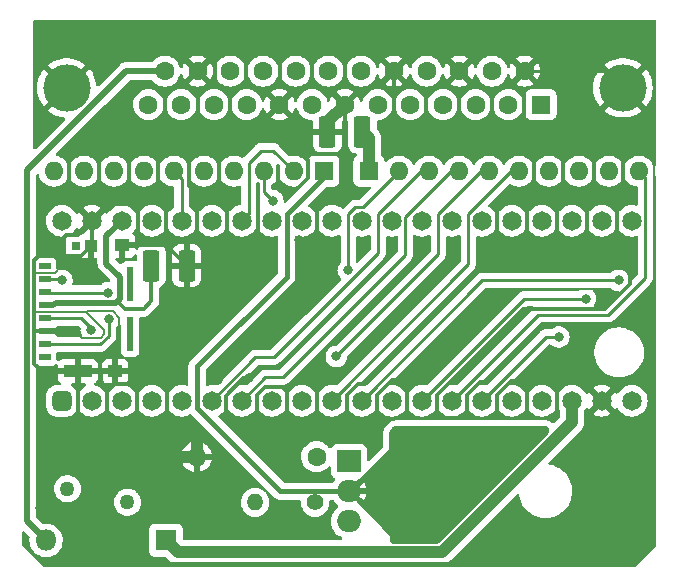
<source format=gbr>
%TF.GenerationSoftware,KiCad,Pcbnew,(6.0.2)*%
%TF.CreationDate,2022-04-06T14:17:40-06:00*%
%TF.ProjectId,DB25m_F4_THTV1,44423235-6d5f-4463-945f-54485456312e,rev?*%
%TF.SameCoordinates,Original*%
%TF.FileFunction,Copper,L2,Bot*%
%TF.FilePolarity,Positive*%
%FSLAX46Y46*%
G04 Gerber Fmt 4.6, Leading zero omitted, Abs format (unit mm)*
G04 Created by KiCad (PCBNEW (6.0.2)) date 2022-04-06 14:17:40*
%MOMM*%
%LPD*%
G01*
G04 APERTURE LIST*
G04 Aperture macros list*
%AMRoundRect*
0 Rectangle with rounded corners*
0 $1 Rounding radius*
0 $2 $3 $4 $5 $6 $7 $8 $9 X,Y pos of 4 corners*
0 Add a 4 corners polygon primitive as box body*
4,1,4,$2,$3,$4,$5,$6,$7,$8,$9,$2,$3,0*
0 Add four circle primitives for the rounded corners*
1,1,$1+$1,$2,$3*
1,1,$1+$1,$4,$5*
1,1,$1+$1,$6,$7*
1,1,$1+$1,$8,$9*
0 Add four rect primitives between the rounded corners*
20,1,$1+$1,$2,$3,$4,$5,0*
20,1,$1+$1,$4,$5,$6,$7,0*
20,1,$1+$1,$6,$7,$8,$9,0*
20,1,$1+$1,$8,$9,$2,$3,0*%
G04 Aperture macros list end*
%TA.AperFunction,ComponentPad*%
%ADD10C,1.270000*%
%TD*%
%TA.AperFunction,ComponentPad*%
%ADD11RoundRect,0.412500X0.412500X-0.412500X0.412500X0.412500X-0.412500X0.412500X-0.412500X-0.412500X0*%
%TD*%
%TA.AperFunction,ComponentPad*%
%ADD12C,1.650000*%
%TD*%
%TA.AperFunction,ComponentPad*%
%ADD13C,1.600000*%
%TD*%
%TA.AperFunction,ComponentPad*%
%ADD14O,1.600000X1.600000*%
%TD*%
%TA.AperFunction,ComponentPad*%
%ADD15C,1.400000*%
%TD*%
%TA.AperFunction,ComponentPad*%
%ADD16O,1.400000X1.400000*%
%TD*%
%TA.AperFunction,ComponentPad*%
%ADD17R,1.600000X1.600000*%
%TD*%
%TA.AperFunction,ComponentPad*%
%ADD18R,2.000000X1.905000*%
%TD*%
%TA.AperFunction,ComponentPad*%
%ADD19O,2.000000X1.905000*%
%TD*%
%TA.AperFunction,ComponentPad*%
%ADD20R,1.800000X1.800000*%
%TD*%
%TA.AperFunction,ComponentPad*%
%ADD21O,1.800000X1.800000*%
%TD*%
%TA.AperFunction,ComponentPad*%
%ADD22C,4.000000*%
%TD*%
%TA.AperFunction,SMDPad,CuDef*%
%ADD23RoundRect,0.250001X0.462499X1.074999X-0.462499X1.074999X-0.462499X-1.074999X0.462499X-1.074999X0*%
%TD*%
%TA.AperFunction,SMDPad,CuDef*%
%ADD24R,0.550000X2.910000*%
%TD*%
%TA.AperFunction,SMDPad,CuDef*%
%ADD25R,1.000000X0.500000*%
%TD*%
%TA.AperFunction,SMDPad,CuDef*%
%ADD26R,0.780000X0.720000*%
%TD*%
%TA.AperFunction,SMDPad,CuDef*%
%ADD27R,1.200000X1.050000*%
%TD*%
%TA.AperFunction,SMDPad,CuDef*%
%ADD28R,2.390000X1.050000*%
%TD*%
%TA.AperFunction,SMDPad,CuDef*%
%ADD29R,1.080000X1.050000*%
%TD*%
%TA.AperFunction,SMDPad,CuDef*%
%ADD30RoundRect,0.250001X-0.462499X-1.074999X0.462499X-1.074999X0.462499X1.074999X-0.462499X1.074999X0*%
%TD*%
%TA.AperFunction,ViaPad*%
%ADD31C,0.800000*%
%TD*%
%TA.AperFunction,Conductor*%
%ADD32C,1.000000*%
%TD*%
%TA.AperFunction,Conductor*%
%ADD33C,0.330000*%
%TD*%
%TA.AperFunction,Conductor*%
%ADD34C,0.250000*%
%TD*%
%TA.AperFunction,Conductor*%
%ADD35C,0.140000*%
%TD*%
%TA.AperFunction,Conductor*%
%ADD36C,0.200000*%
%TD*%
%TA.AperFunction,Conductor*%
%ADD37C,0.450000*%
%TD*%
%TA.AperFunction,Conductor*%
%ADD38C,0.500000*%
%TD*%
G04 APERTURE END LIST*
D10*
%TO.P,F1,1*%
%TO.N,+5VP*%
X106710000Y-93810000D03*
%TO.P,F1,2*%
%TO.N,+5F*%
X111790000Y-94953000D03*
%TD*%
D11*
%TO.P,BP1,1,DB4_PB12*%
%TO.N,DB4*%
X106235500Y-86362540D03*
D12*
%TO.P,BP1,2,DB5_PB13*%
%TO.N,DB5*%
X108775500Y-86362540D03*
%TO.P,BP1,3,DB6_PB14*%
%TO.N,DB6*%
X111315500Y-86362540D03*
%TO.P,BP1,4,DB7_PB15*%
%TO.N,DB7*%
X113855500Y-86362540D03*
%TO.P,BP1,5,ATN_PA8*%
%TO.N,ATN*%
X116395500Y-86362540D03*
%TO.P,BP1,6,BSY_PA9*%
%TO.N,BSY*%
X118935500Y-86362540D03*
%TO.P,BP1,7,ACK_PA10*%
%TO.N,ACK*%
X121475500Y-86362540D03*
%TO.P,BP1,8,PA11*%
%TO.N,unconnected-(BP1-Pad8)*%
X124015500Y-86362540D03*
%TO.P,BP1,9,PA12*%
%TO.N,unconnected-(BP1-Pad9)*%
X126555500Y-86362540D03*
%TO.P,BP1,10,RST_PA15*%
%TO.N,RST*%
X129095500Y-86362540D03*
%TO.P,BP1,11,MSG_PB3*%
%TO.N,MSG*%
X131635500Y-86362540D03*
%TO.P,BP1,12,SEL_PB4*%
%TO.N,SEL*%
X134175500Y-86362540D03*
%TO.P,BP1,13,CD_PB5*%
%TO.N,CD*%
X136715500Y-86362540D03*
%TO.P,BP1,14,REQ_PB6*%
%TO.N,REQ*%
X139255500Y-86362540D03*
%TO.P,BP1,15,IO_PB7*%
%TO.N,IO*%
X141795500Y-86362540D03*
%TO.P,BP1,16,DB0_PB8*%
%TO.N,DB0*%
X144335500Y-86362540D03*
%TO.P,BP1,17,DB1_PB9*%
%TO.N,DB1*%
X146875500Y-86362540D03*
%TO.P,BP1,18,5V*%
%TO.N,+5VP*%
X149415500Y-86362540D03*
%TO.P,BP1,19,GND*%
%TO.N,GND*%
X151955500Y-86362540D03*
%TO.P,BP1,20,3.3V*%
%TO.N,unconnected-(BP1-Pad20)*%
X154495500Y-86362540D03*
%TO.P,BP1,21,VBat*%
%TO.N,unconnected-(BP1-Pad21)*%
X154495500Y-71122540D03*
%TO.P,BP1,22,PC13*%
%TO.N,unconnected-(BP1-Pad22)*%
X151955500Y-71122540D03*
%TO.P,BP1,23,PC14*%
%TO.N,unconnected-(BP1-Pad23)*%
X149415500Y-71122540D03*
%TO.P,BP1,24,PC15*%
%TO.N,unconnected-(BP1-Pad24)*%
X146875500Y-71122540D03*
%TO.P,BP1,25,BP_RST*%
%TO.N,unconnected-(BP1-Pad25)*%
X144335500Y-71122540D03*
%TO.P,BP1,26,PA0*%
%TO.N,unconnected-(BP1-Pad26)*%
X141795500Y-71122540D03*
%TO.P,BP1,27,PA1*%
%TO.N,unconnected-(BP1-Pad27)*%
X139255500Y-71122540D03*
%TO.P,BP1,28,PA2*%
%TO.N,unconnected-(BP1-Pad28)*%
X136715500Y-71122540D03*
%TO.P,BP1,29,PA3*%
%TO.N,unconnected-(BP1-Pad29)*%
X134175500Y-71122540D03*
%TO.P,BP1,30,SD_CD_CS_PA4*%
%TO.N,SD_CS*%
X131635500Y-71122540D03*
%TO.P,BP1,31,SD_CLK_PA5*%
%TO.N,SD_CLK*%
X129095500Y-71122540D03*
%TO.P,BP1,32,SD_DAT0_MISO_PA6*%
%TO.N,SD_MISO*%
X126555500Y-71122540D03*
%TO.P,BP1,33,SD_CMD_MOSI_PA7*%
%TO.N,SD_MOSI*%
X124015500Y-71122540D03*
%TO.P,BP1,34,DBP_PB0*%
%TO.N,DBP*%
X121475500Y-71122540D03*
%TO.P,BP1,35,PB1*%
%TO.N,unconnected-(BP1-Pad35)*%
X118935500Y-71122540D03*
%TO.P,BP1,36,DB3_PB2*%
%TO.N,DB3*%
X116395500Y-71122540D03*
%TO.P,BP1,37,DB2_PB10*%
%TO.N,DB2*%
X113855500Y-71122540D03*
%TO.P,BP1,38,3.3V*%
%TO.N,+3V3*%
X111315500Y-71122540D03*
%TO.P,BP1,39,GND*%
%TO.N,GND*%
X108775500Y-71122540D03*
%TO.P,BP1,40,5V*%
%TO.N,unconnected-(BP1-Pad40)*%
X106235500Y-71122540D03*
%TD*%
D13*
%TO.P,R1,1*%
%TO.N,Net-(C1-Pad1)*%
X127802640Y-91099640D03*
D14*
%TO.P,R1,2*%
%TO.N,GND*%
X117642640Y-91099640D03*
%TD*%
D15*
%TO.P,R2,1*%
%TO.N,+2V8*%
X127675640Y-94973140D03*
D16*
%TO.P,R2,2*%
%TO.N,Net-(C1-Pad1)*%
X122595640Y-94973140D03*
%TD*%
D17*
%TO.P,RN1,1,common*%
%TO.N,+2V8*%
X128426499Y-66917516D03*
D14*
%TO.P,RN1,2,R1*%
%TO.N,DBP*%
X125886499Y-66917516D03*
%TO.P,RN1,3,R2*%
%TO.N,DB0*%
X123346499Y-66917516D03*
%TO.P,RN1,4,R3*%
%TO.N,DB1*%
X120806499Y-66917516D03*
%TO.P,RN1,5,R4*%
%TO.N,DB2*%
X118266499Y-66917516D03*
%TO.P,RN1,6,R5*%
%TO.N,DB3*%
X115726499Y-66917516D03*
%TO.P,RN1,7,R6*%
%TO.N,DB4*%
X113186499Y-66917516D03*
%TO.P,RN1,8,R7*%
%TO.N,DB5*%
X110646499Y-66917516D03*
%TO.P,RN1,9,R8*%
%TO.N,DB6*%
X108106499Y-66917516D03*
%TO.P,RN1,10,R9*%
%TO.N,DB7*%
X105566499Y-66917516D03*
%TD*%
D17*
%TO.P,RN2,1,common*%
%TO.N,+2V8*%
X132236499Y-66917517D03*
D14*
%TO.P,RN2,2,R1*%
%TO.N,SEL*%
X134776499Y-66917517D03*
%TO.P,RN2,3,R2*%
%TO.N,BSY*%
X137316499Y-66917517D03*
%TO.P,RN2,4,R3*%
%TO.N,ACK*%
X139856499Y-66917517D03*
%TO.P,RN2,5,R4*%
%TO.N,ATN*%
X142396499Y-66917517D03*
%TO.P,RN2,6,R5*%
%TO.N,RST*%
X144936499Y-66917517D03*
%TO.P,RN2,7,R6*%
%TO.N,IO*%
X147476499Y-66917517D03*
%TO.P,RN2,8,R7*%
%TO.N,CD*%
X150016499Y-66917517D03*
%TO.P,RN2,9,R8*%
%TO.N,MSG*%
X152556499Y-66917517D03*
%TO.P,RN2,10,R9*%
%TO.N,REQ*%
X155096499Y-66917517D03*
%TD*%
D18*
%TO.P,U1,1,GND*%
%TO.N,Net-(C1-Pad1)*%
X130533140Y-91480640D03*
D19*
%TO.P,U1,2,VO*%
%TO.N,+2V8*%
X130533140Y-94020640D03*
%TO.P,U1,3,VI*%
%TO.N,+5F*%
X130533140Y-96560640D03*
%TD*%
D20*
%TO.P,D2,1,K*%
%TO.N,+5VP*%
X115060000Y-98180000D03*
D21*
%TO.P,D2,2,A*%
%TO.N,+5V*%
X104900000Y-98180000D03*
%TD*%
D22*
%TO.P,J4,0,PAD*%
%TO.N,GND*%
X153743540Y-59868601D03*
X106643540Y-59868601D03*
D17*
%TO.P,J4,1,1*%
%TO.N,REQ*%
X146813540Y-61288601D03*
D13*
%TO.P,J4,2,2*%
%TO.N,MSG*%
X144043540Y-61288601D03*
%TO.P,J4,3,3*%
%TO.N,IO*%
X141273540Y-61288601D03*
%TO.P,J4,4,4*%
%TO.N,RST*%
X138503540Y-61288601D03*
%TO.P,J4,5,5*%
%TO.N,ACK*%
X135733540Y-61288601D03*
%TO.P,J4,6,6*%
%TO.N,BSY*%
X132963540Y-61288601D03*
%TO.P,J4,7,7*%
%TO.N,GND*%
X130193540Y-61288601D03*
%TO.P,J4,8,8*%
%TO.N,DB0*%
X127423540Y-61288601D03*
%TO.P,J4,9,9*%
%TO.N,GND*%
X124653540Y-61288601D03*
%TO.P,J4,10,10*%
%TO.N,DB3*%
X121883540Y-61288601D03*
%TO.P,J4,11,11*%
%TO.N,DB5*%
X119113540Y-61288601D03*
%TO.P,J4,12,12*%
%TO.N,DB6*%
X116343540Y-61288601D03*
%TO.P,J4,13,13*%
%TO.N,DB7*%
X113573540Y-61288601D03*
%TO.P,J4,14,P14*%
%TO.N,GND*%
X145428540Y-58448601D03*
%TO.P,J4,15,P15*%
%TO.N,CD*%
X142658540Y-58448601D03*
%TO.P,J4,16,P16*%
%TO.N,GND*%
X139888540Y-58448601D03*
%TO.P,J4,17,P17*%
%TO.N,ATN*%
X137118540Y-58448601D03*
%TO.P,J4,18,P18*%
%TO.N,GND*%
X134348540Y-58448601D03*
%TO.P,J4,19,P19*%
%TO.N,SEL*%
X131578540Y-58448601D03*
%TO.P,J4,20,P20*%
%TO.N,DBP*%
X128808540Y-58448601D03*
%TO.P,J4,21,P21*%
%TO.N,DB1*%
X126038540Y-58448601D03*
%TO.P,J4,22,P22*%
%TO.N,DB2*%
X123268540Y-58448601D03*
%TO.P,J4,23,P23*%
%TO.N,DB4*%
X120498540Y-58448601D03*
%TO.P,J4,24,P24*%
%TO.N,GND*%
X117728540Y-58448601D03*
%TO.P,J4,25,P25*%
%TO.N,+5V*%
X114958540Y-58448601D03*
%TD*%
D23*
%TO.P,C3,1*%
%TO.N,+2V8*%
X131683760Y-63578740D03*
%TO.P,C3,2*%
%TO.N,GND*%
X128708760Y-63578740D03*
%TD*%
D24*
%TO.P,J5,*%
%TO.N,*%
X112011860Y-80681400D03*
X112011860Y-76491400D03*
D25*
%TO.P,J5,1,DAT2*%
%TO.N,unconnected-(J5-Pad1)*%
X104776860Y-74986400D03*
%TO.P,J5,2,CD/CS/DAT3*%
%TO.N,SD_CS*%
X104776860Y-76086400D03*
%TO.P,J5,3,CMD/MOSI*%
%TO.N,SD_MOSI*%
X104776860Y-77186400D03*
%TO.P,J5,4,VDD*%
%TO.N,+3V3*%
X104776860Y-78286400D03*
%TO.P,J5,5,CLK*%
%TO.N,SD_CLK*%
X104776860Y-79386400D03*
%TO.P,J5,6,VSS*%
%TO.N,GND*%
X104776860Y-80486400D03*
%TO.P,J5,7,DAT0/MISO*%
%TO.N,SD_MISO*%
X104776860Y-81586400D03*
%TO.P,J5,8,DAT1*%
%TO.N,unconnected-(J5-Pad8)*%
X104776860Y-82686400D03*
D26*
%TO.P,J5,9,DET*%
%TO.N,unconnected-(J5-Pad9)*%
X107456860Y-73226400D03*
D27*
%TO.P,J5,10,GND_1*%
%TO.N,GND*%
X110766860Y-83861400D03*
D28*
%TO.P,J5,11,GND_2*%
X107581860Y-83861400D03*
D27*
%TO.P,J5,12,GND_3*%
X111336860Y-73216400D03*
D29*
%TO.P,J5,13,GND_4*%
X108726860Y-73226400D03*
%TD*%
D30*
%TO.P,C4,1*%
%TO.N,+3V3*%
X113821820Y-74914760D03*
%TO.P,C4,2*%
%TO.N,GND*%
X116796820Y-74914760D03*
%TD*%
D31*
%TO.N,GND*%
X104353360Y-95410020D03*
X108635800Y-65036700D03*
X106250740Y-90215720D03*
X120289320Y-68902580D03*
X127825500Y-84688680D03*
X116149120Y-78313280D03*
X118140480Y-68902580D03*
X151851360Y-73111360D03*
X123860560Y-74965560D03*
X134066280Y-73063100D03*
X124790200Y-64259460D03*
X152133300Y-65148460D03*
X114419380Y-68884800D03*
X139306300Y-73131680D03*
X145107660Y-68912740D03*
X146966940Y-72936100D03*
X154355800Y-73154540D03*
X122049540Y-84470240D03*
X122742960Y-88503760D03*
X123865640Y-96540320D03*
X126278640Y-62671960D03*
X147550000Y-63050000D03*
X130193540Y-65394080D03*
X112786160Y-84165440D03*
X115163600Y-84165440D03*
X149425660Y-73078340D03*
X106032300Y-80543400D03*
X130347720Y-88503760D03*
X143375380Y-69705220D03*
X134312660Y-65196720D03*
X128931938Y-75609718D03*
X144932400Y-84711540D03*
X123169948Y-81371708D03*
X108465620Y-75636120D03*
X144348200Y-73030080D03*
X118628160Y-74180700D03*
X135463280Y-84607400D03*
X131605020Y-82064860D03*
X110470000Y-89870000D03*
X115289330Y-90402410D03*
X151902160Y-69029580D03*
X139415520Y-65112900D03*
X104635300Y-54894480D03*
X149458680Y-68996560D03*
X154503120Y-68973700D03*
X141798040Y-78310740D03*
X117071140Y-88920320D03*
X136939020Y-65181480D03*
X136077960Y-77675740D03*
X131805680Y-73075800D03*
X126276100Y-72760840D03*
X112041940Y-62539880D03*
X128277620Y-73200260D03*
X126982220Y-64579500D03*
X118633570Y-92671570D03*
X136631680Y-73118980D03*
X147200620Y-68961000D03*
X119440960Y-84602320D03*
%TO.N,+2V8*%
X134368540Y-92283280D03*
X134320280Y-95117920D03*
X144851120Y-90185240D03*
%TO.N,SD_CS*%
X106245660Y-76174600D03*
%TO.N,SD_CLK*%
X108729780Y-80342740D03*
%TO.N,SD_MISO*%
X110228380Y-79435960D03*
%TO.N,SD_MOSI*%
X110134400Y-77200760D03*
%TO.N,ATN*%
X129474162Y-82605880D03*
%TO.N,MSG*%
X153370280Y-76164440D03*
%TO.N,SEL*%
X130485499Y-75314159D03*
%TO.N,CD*%
X150583900Y-77721460D03*
%TO.N,IO*%
X148315680Y-80959960D03*
%TO.N,DB0*%
X124098050Y-69414390D03*
%TD*%
D32*
%TO.N,GND*%
X117071140Y-88920320D02*
X117071140Y-88920320D01*
X115289330Y-90402410D02*
X115260120Y-90373200D01*
D33*
X128277620Y-73200260D02*
X127815340Y-72737980D01*
X118140480Y-68902580D02*
X119004080Y-68902580D01*
X126982220Y-64579500D02*
X126982220Y-65900300D01*
X143375380Y-69705220D02*
X143062960Y-70017640D01*
X137988040Y-87350600D02*
X138480800Y-87843360D01*
X137988040Y-87134700D02*
X137988040Y-87350600D01*
X129659380Y-59743340D02*
X130177540Y-59225180D01*
D34*
X134164910Y-58448601D02*
X134348540Y-58448601D01*
D35*
X108289901Y-78818281D02*
X109833370Y-80361750D01*
D33*
X144932400Y-84711540D02*
X147576540Y-84711540D01*
X108775500Y-71122540D02*
X107585499Y-72312541D01*
X103911859Y-78818281D02*
X103911859Y-75494339D01*
X151902160Y-69029580D02*
X151267160Y-68394580D01*
X121069100Y-59832240D02*
X121432320Y-59832240D01*
D34*
X145428540Y-58448601D02*
X152323540Y-58448601D01*
D33*
X110177580Y-69720460D02*
X112097820Y-69720460D01*
X144423881Y-59478661D02*
X145155920Y-60210700D01*
D34*
X152323540Y-58448601D02*
X153743540Y-59868601D01*
D33*
X136939020Y-65181480D02*
X136494520Y-65625980D01*
X106627919Y-72312541D02*
X106210100Y-72730360D01*
X147200620Y-68961000D02*
X147838160Y-68961000D01*
X143070580Y-85866258D02*
X143070580Y-87015320D01*
X117693440Y-72283320D02*
X117693440Y-68902580D01*
X127051500Y-67535360D02*
X125897640Y-68689220D01*
D35*
X109833370Y-80692202D02*
X109512831Y-81012741D01*
D33*
X115095020Y-71583262D02*
X115095020Y-72146160D01*
X112665499Y-70288139D02*
X112665499Y-73138041D01*
X143062960Y-70017640D02*
X143062960Y-72024240D01*
D35*
X103911859Y-75494339D02*
X103923921Y-75506401D01*
D33*
X114950240Y-60375800D02*
X114950240Y-62024260D01*
X127424180Y-63578740D02*
X126982220Y-64020700D01*
X138480800Y-87843360D02*
X140119100Y-87843360D01*
X108775500Y-71122540D02*
X108775500Y-73177760D01*
X127406400Y-59321700D02*
X127406400Y-57767220D01*
X115270280Y-73388220D02*
X116796820Y-74914760D01*
D35*
X107957061Y-81012741D02*
X107508040Y-80563720D01*
D33*
X135463280Y-84607400D02*
X134169438Y-84607400D01*
X154355800Y-76456540D02*
X153217880Y-77594460D01*
X141699759Y-82157079D02*
X137988040Y-85868798D01*
X137988040Y-85868798D02*
X137988040Y-87134700D01*
X124511500Y-68280980D02*
X124511500Y-66497900D01*
X118941999Y-59662060D02*
X119164100Y-59662060D01*
X110766860Y-83861400D02*
X109539280Y-83861400D01*
X136494520Y-65625980D02*
X136245600Y-65625980D01*
X126484380Y-59862720D02*
X126865380Y-59862720D01*
X145107660Y-68912740D02*
X144167860Y-68912740D01*
X120152160Y-60060840D02*
X120487440Y-60396120D01*
X124790200Y-59382660D02*
X124711460Y-59303920D01*
X140299440Y-60129420D02*
X140093700Y-60129420D01*
X144995900Y-73030080D02*
X145605500Y-72420480D01*
X107574080Y-65036700D02*
X106842560Y-65768220D01*
X120505220Y-60396120D02*
X121069100Y-59832240D01*
D32*
X115986560Y-91099640D02*
X115289330Y-90402410D01*
D36*
X152516840Y-76893420D02*
X153217880Y-77594460D01*
D33*
X138763539Y-59573602D02*
X138145078Y-59573602D01*
X147838160Y-68961000D02*
X148709380Y-68089780D01*
X119956580Y-60060840D02*
X120152160Y-60060840D01*
X109601000Y-68679060D02*
X109344460Y-68422520D01*
X128931938Y-75609718D02*
X128931938Y-73854578D01*
X124653540Y-61288601D02*
X125591020Y-60351120D01*
D34*
X139888540Y-58448601D02*
X141013541Y-59573602D01*
D33*
X145595340Y-85374480D02*
X145595340Y-87246460D01*
D34*
X144423881Y-59453261D02*
X145428540Y-58448601D01*
D33*
X125591020Y-60351120D02*
X125778541Y-60163600D01*
X112412780Y-68884800D02*
X112207040Y-68679060D01*
X120190260Y-72313800D02*
X120693180Y-72816720D01*
D35*
X109833370Y-80361750D02*
X109833370Y-80692202D01*
D33*
X115098460Y-73216400D02*
X115270280Y-73388220D01*
D35*
X108342223Y-78765959D02*
X110549981Y-78765959D01*
D33*
X127825500Y-84688680D02*
X127825500Y-87599520D01*
X124287280Y-88503760D02*
X125285500Y-87505540D01*
X145266488Y-78590350D02*
X141699759Y-82157079D01*
X135463280Y-84607400D02*
X135463280Y-87500460D01*
X121606598Y-84470240D02*
X120149620Y-85927218D01*
X134169438Y-84607400D02*
X132930900Y-85845938D01*
X111336860Y-73216400D02*
X112587140Y-73216400D01*
X123444299Y-85172539D02*
X125126739Y-85172539D01*
X140515340Y-85881498D02*
X141619258Y-84777580D01*
X117751860Y-60358020D02*
X117751860Y-61935360D01*
D36*
X141798040Y-78310740D02*
X143088360Y-78310740D01*
D33*
X140093700Y-60129420D02*
X139890500Y-60332620D01*
X131306858Y-84929980D02*
X131902200Y-84929980D01*
X116796820Y-73179940D02*
X117693440Y-72283320D01*
X140855258Y-59573602D02*
X140299440Y-60129420D01*
X126982220Y-65900300D02*
X127051500Y-65969580D01*
X125778541Y-60163600D02*
X125594000Y-60163600D01*
X110700820Y-84909660D02*
X112148620Y-84909660D01*
X144167860Y-68912740D02*
X143375380Y-69705220D01*
D36*
X144505680Y-76893420D02*
X152516840Y-76893420D01*
D33*
X149458680Y-68996560D02*
X150682960Y-70220840D01*
X124813060Y-59382660D02*
X124790200Y-59382660D01*
X110470000Y-89870000D02*
X110042960Y-90297040D01*
X116543021Y-59634120D02*
X116860320Y-59634120D01*
X137533380Y-60022740D02*
X137106660Y-60449460D01*
X145674080Y-68912740D02*
X146227800Y-68359020D01*
X140515340Y-87447120D02*
X140515340Y-85881498D01*
X111912400Y-68384420D02*
X111912400Y-65991740D01*
X109539280Y-83861400D02*
X109539280Y-84781900D01*
X117693440Y-68902580D02*
X118140480Y-68902580D01*
X117477540Y-60083700D02*
X117751860Y-60358020D01*
X109344460Y-68422520D02*
X109344460Y-65971420D01*
X110470000Y-89870000D02*
X110042960Y-89442960D01*
X110324900Y-85285580D02*
X110700820Y-84909660D01*
X142984220Y-59916060D02*
X142641320Y-60258960D01*
X144932400Y-84711540D02*
X144225298Y-84711540D01*
X129600960Y-59743340D02*
X129659380Y-59743340D01*
X148709380Y-68089780D02*
X148709380Y-65816480D01*
X119164100Y-59662060D02*
X119164100Y-57917080D01*
X112587140Y-73216400D02*
X115098460Y-73216400D01*
X112207040Y-68679060D02*
X111912400Y-68384420D01*
X132930900Y-85845938D02*
X132930900Y-87426800D01*
X153779220Y-68249800D02*
X153779220Y-65737740D01*
X143070580Y-87015320D02*
X143070580Y-87200740D01*
X122825499Y-72094101D02*
X122825499Y-68037721D01*
X111447580Y-100215700D02*
X139974320Y-100215700D01*
X151267160Y-68394580D02*
X151267160Y-66022220D01*
D35*
X108289901Y-78818281D02*
X108342223Y-78765959D01*
D33*
X126982220Y-64020700D02*
X126982220Y-64579500D01*
X130177540Y-59225180D02*
X130177540Y-57795160D01*
X129068539Y-60163600D02*
X129180700Y-60163600D01*
D34*
X117728540Y-58448601D02*
X116603539Y-57323600D01*
D33*
X107581860Y-83861400D02*
X107581860Y-87442200D01*
X139890500Y-60332620D02*
X139890500Y-61810900D01*
X122742960Y-88503760D02*
X122742960Y-85873878D01*
D32*
X117642640Y-91099640D02*
X117642640Y-89491820D01*
D33*
X124919740Y-68689220D02*
X124511500Y-68280980D01*
X122049540Y-84470240D02*
X121606598Y-84470240D01*
X115587780Y-59994800D02*
X115331240Y-59994800D01*
D32*
X128726540Y-62755601D02*
X130193540Y-61288601D01*
D33*
X150682960Y-70220840D02*
X150682960Y-72143620D01*
X107879240Y-74074020D02*
X108726860Y-73226400D01*
X144303539Y-59573602D02*
X143743238Y-59573602D01*
X154503120Y-68973700D02*
X153779220Y-68249800D01*
X144932400Y-84711540D02*
X145595340Y-85374480D01*
X122702052Y-81371708D02*
X123169948Y-81371708D01*
D35*
X103911859Y-78818281D02*
X108289901Y-78818281D01*
D33*
X128931938Y-73854578D02*
X128277620Y-73200260D01*
X130347720Y-88503760D02*
X130347720Y-85889118D01*
X141013541Y-59573602D02*
X140855258Y-59573602D01*
X143743238Y-59573602D02*
X143400780Y-59916060D01*
X151902160Y-69029580D02*
X153210260Y-70337680D01*
X148140420Y-69900800D02*
X148140420Y-72240140D01*
X125995980Y-60351120D02*
X126484380Y-59862720D01*
X127434340Y-65506600D02*
X129633980Y-65506600D01*
X119004080Y-68902580D02*
X119540020Y-68366640D01*
X134348540Y-58448601D02*
X134348540Y-61998540D01*
X145107660Y-68912740D02*
X145674080Y-68912740D01*
X128708760Y-63578740D02*
X127424180Y-63578740D01*
X127051500Y-65969580D02*
X127051500Y-67535360D01*
X116860320Y-59634120D02*
X117309900Y-60083700D01*
D36*
X156380180Y-65651380D02*
X156380180Y-76786740D01*
D33*
X116796820Y-74914760D02*
X116796820Y-73179940D01*
X154355800Y-73154540D02*
X154355800Y-76456540D01*
X138145078Y-59573602D02*
X137695940Y-60022740D01*
X110042960Y-90297040D02*
X110042960Y-98811080D01*
X108775500Y-73177760D02*
X108726860Y-73226400D01*
X103911859Y-83228401D02*
X103911859Y-80521401D01*
X112582960Y-85344000D02*
X112582960Y-87411560D01*
X112207040Y-68679060D02*
X109601000Y-68679060D01*
D35*
X105656559Y-75506401D02*
X105905300Y-75257660D01*
X103923921Y-75506401D02*
X105656559Y-75506401D01*
D32*
X128726540Y-63550800D02*
X128726540Y-62755601D01*
D33*
X109539280Y-83861400D02*
X104544858Y-83861400D01*
D34*
X144303539Y-59573602D02*
X144423881Y-59453261D01*
D33*
X110042960Y-85285580D02*
X110324900Y-85285580D01*
X120149620Y-85927218D02*
X120149620Y-87388700D01*
X130347720Y-85889118D02*
X131306858Y-84929980D01*
X126982220Y-64579500D02*
X126982220Y-65054480D01*
X120190260Y-70131940D02*
X120190260Y-72075040D01*
X130193540Y-61288601D02*
X130193540Y-63013080D01*
X107585499Y-72312541D02*
X106627919Y-72312541D01*
X122742960Y-88503760D02*
X124287280Y-88503760D01*
X110042960Y-89442960D02*
X110042960Y-85285580D01*
X142641320Y-60258960D02*
X142641320Y-62062360D01*
X112665499Y-73138041D02*
X112587140Y-73216400D01*
X140119100Y-87843360D02*
X140515340Y-87447120D01*
X103911859Y-80451399D02*
X103911859Y-78818281D01*
D34*
X129068539Y-60163600D02*
X130193540Y-61288601D01*
X134348540Y-58448601D02*
X135473541Y-59573602D01*
D32*
X117642640Y-91099640D02*
X115986560Y-91099640D01*
D33*
X148120100Y-85255100D02*
X148120100Y-87190580D01*
X121871740Y-59392820D02*
X121871740Y-57942480D01*
D36*
X143088360Y-78310740D02*
X144505680Y-76893420D01*
D34*
X138763539Y-59573602D02*
X139888540Y-58448601D01*
D33*
X145155920Y-60210700D02*
X145214340Y-60210700D01*
X141699759Y-82157079D02*
X142042659Y-82157079D01*
X124711460Y-59303920D02*
X124711460Y-57825640D01*
X119540020Y-69481700D02*
X120190260Y-70131940D01*
X117309900Y-60083700D02*
X117477540Y-60083700D01*
X115095020Y-71583262D02*
X115095020Y-70388480D01*
X114419380Y-68884800D02*
X112412780Y-68884800D01*
X137106660Y-60449460D02*
X137106660Y-61818520D01*
X147576540Y-84711540D02*
X148120100Y-85255100D01*
X121432320Y-59832240D02*
X121871740Y-59392820D01*
X112097820Y-69720460D02*
X112665499Y-70288139D01*
X108635800Y-65036700D02*
X107574080Y-65036700D01*
X120487440Y-60396120D02*
X120505220Y-60396120D01*
X117728540Y-58448601D02*
X116543021Y-59634120D01*
X125285500Y-87505540D02*
X125285500Y-85498940D01*
X144423881Y-59453261D02*
X144423881Y-59478661D01*
X119540020Y-68366640D02*
X119540020Y-66113660D01*
X114419380Y-68884800D02*
X114419380Y-65839340D01*
X116994940Y-68204080D02*
X116994940Y-65879980D01*
X104544858Y-83861400D02*
X103911859Y-83228401D01*
X103911859Y-74444399D02*
X104282238Y-74074020D01*
X108775500Y-71122540D02*
X110177580Y-69720460D01*
X110042960Y-98811080D02*
X111447580Y-100215700D01*
X117728540Y-58448601D02*
X118941999Y-59662060D01*
D36*
X155877260Y-65148460D02*
X156380180Y-65651380D01*
D33*
X120190260Y-72075040D02*
X120190260Y-72313800D01*
X116543021Y-59634120D02*
X115948460Y-59634120D01*
X153210260Y-70337680D02*
X153210260Y-71805800D01*
X103911859Y-75494339D02*
X103911859Y-74444399D01*
X115163600Y-84165440D02*
X115163600Y-87850980D01*
X153217880Y-77594460D02*
X152221990Y-78590350D01*
X137695940Y-60022740D02*
X137533380Y-60022740D01*
D35*
X110549981Y-78765959D02*
X111107220Y-79323198D01*
D33*
X143400780Y-59916060D02*
X142984220Y-59916060D01*
X144348200Y-73030080D02*
X144995900Y-73030080D01*
D34*
X109188541Y-57323600D02*
X106643540Y-59868601D01*
D33*
X120693180Y-72816720D02*
X122102880Y-72816720D01*
X122742960Y-85873878D02*
X123444299Y-85172539D01*
X104282238Y-74074020D02*
X107879240Y-74074020D01*
D32*
X117642640Y-89491820D02*
X117071140Y-88920320D01*
D33*
X122102880Y-72816720D02*
X122825499Y-72094101D01*
X125594000Y-60163600D02*
X124813060Y-59382660D01*
X115331240Y-59994800D02*
X114950240Y-60375800D01*
X141619258Y-84777580D02*
X142135860Y-84777580D01*
X104776860Y-80486400D02*
X103946860Y-80486400D01*
X152221990Y-78590350D02*
X145266488Y-78590350D01*
X117693440Y-68902580D02*
X116994940Y-68204080D01*
X145214340Y-60210700D02*
X145359120Y-60355480D01*
X119557800Y-59662060D02*
X119956580Y-60060840D01*
D32*
X122742960Y-88503760D02*
X130347720Y-88503760D01*
D33*
X119164100Y-59662060D02*
X119557800Y-59662060D01*
X103911859Y-80521401D02*
X103946860Y-80486400D01*
X146227800Y-68359020D02*
X146227800Y-65798700D01*
X129180700Y-60163600D02*
X129600960Y-59743340D01*
X147200620Y-68961000D02*
X148140420Y-69900800D01*
X112148620Y-84909660D02*
X112582960Y-85344000D01*
X127815340Y-72737980D02*
X127815340Y-70238620D01*
X126982220Y-65054480D02*
X127434340Y-65506600D01*
X109539280Y-84781900D02*
X110042960Y-85285580D01*
X106842560Y-65768220D02*
X106842560Y-68320920D01*
X125591020Y-60351120D02*
X125995980Y-60351120D01*
X145359120Y-60355480D02*
X145359120Y-61899800D01*
D34*
X117728540Y-58448601D02*
X118853541Y-59573602D01*
D33*
X126865380Y-59862720D02*
X127406400Y-59321700D01*
X125897640Y-68689220D02*
X124919740Y-68689220D01*
X120487440Y-60396120D02*
X120487440Y-61760100D01*
D36*
X152133300Y-65148460D02*
X155877260Y-65148460D01*
D35*
X109512831Y-81012741D02*
X107957061Y-81012741D01*
D33*
X120101360Y-83972400D02*
X122702052Y-81371708D01*
X115948460Y-59634120D02*
X115587780Y-59994800D01*
X119540020Y-68366640D02*
X119540020Y-69481700D01*
D35*
X111107220Y-79323198D02*
X111107220Y-80055720D01*
D33*
X144225298Y-84711540D02*
X143070580Y-85866258D01*
X145605500Y-72420480D02*
X145605500Y-70093840D01*
X103946860Y-80486400D02*
X103911859Y-80451399D01*
D37*
%TO.N,+2V8*%
X125265501Y-70550719D02*
X125265501Y-75861859D01*
D38*
X147203160Y-89041102D02*
X138027592Y-98216670D01*
D37*
X128426499Y-67389721D02*
X125265501Y-70550719D01*
D38*
X130533140Y-94020640D02*
X130755642Y-94020640D01*
D37*
X128426499Y-66917516D02*
X128426499Y-67389721D01*
D38*
X134480300Y-88785700D02*
X147203160Y-88785700D01*
X134200900Y-90575382D02*
X134200900Y-89065100D01*
D37*
X117685499Y-83441861D02*
X117685499Y-86962541D01*
X124743598Y-94020640D02*
X117685499Y-86962541D01*
D38*
X147203160Y-88785700D02*
X147203160Y-89041102D01*
D32*
X132236499Y-64085759D02*
X131701540Y-63550800D01*
D37*
X125265501Y-75861859D02*
X117685499Y-83441861D01*
D38*
X138027592Y-98216670D02*
X134310120Y-98216670D01*
X134200900Y-89065100D02*
X134480300Y-88785700D01*
D32*
X132236499Y-66917517D02*
X132236499Y-64085759D01*
D37*
X130533140Y-94020640D02*
X124743598Y-94020640D01*
D38*
X134310120Y-98216670D02*
X134310120Y-97701100D01*
X130755642Y-94020640D02*
X134200900Y-90575382D01*
X134310120Y-97701100D02*
X131358640Y-94749620D01*
%TO.N,+5V*%
X103296849Y-66841294D02*
X103296849Y-96581089D01*
X103296849Y-96581089D02*
X104907080Y-98191320D01*
X111689542Y-58448601D02*
X103296849Y-66841294D01*
X114958540Y-58448601D02*
X111689542Y-58448601D01*
D34*
%TO.N,SD_CS*%
X105903460Y-76086400D02*
X106095800Y-76278740D01*
X104776860Y-76086400D02*
X105903460Y-76086400D01*
%TO.N,SD_CLK*%
X108696760Y-80195420D02*
X108696760Y-80195420D01*
X107887740Y-79386400D02*
X108696760Y-80195420D01*
X104776860Y-79386400D02*
X107887740Y-79386400D01*
%TO.N,SD_MISO*%
X104776860Y-81586400D02*
X109497800Y-81586400D01*
X109497800Y-81586400D02*
X110228380Y-80855820D01*
X110228380Y-80855820D02*
X110228380Y-79435960D01*
%TO.N,SD_MOSI*%
X110134400Y-77200760D02*
X104791220Y-77200760D01*
X104791220Y-77200760D02*
X104776860Y-77186400D01*
%TO.N,ATN*%
X129474162Y-82605880D02*
X138105499Y-73974543D01*
X138105499Y-73974543D02*
X138105499Y-70570539D01*
X138105499Y-70570539D02*
X141758521Y-66917517D01*
X129474162Y-82605880D02*
X129474162Y-82605880D01*
X141758521Y-66917517D02*
X142396499Y-66917517D01*
%TO.N,BSY*%
X133025499Y-73847161D02*
X124195660Y-82677000D01*
X137316499Y-66917517D02*
X136678521Y-66917517D01*
X133025499Y-70570539D02*
X133025499Y-73847161D01*
X122621040Y-82677000D02*
X118935500Y-86362540D01*
X136678521Y-66917517D02*
X133025499Y-70570539D01*
X124195660Y-82677000D02*
X122621040Y-82677000D01*
%TO.N,DBP*%
X122049540Y-70548500D02*
X121475500Y-71122540D01*
X125680524Y-66917516D02*
X125886499Y-66917516D01*
X122049540Y-66205100D02*
X122049540Y-70548500D01*
X124147923Y-65178940D02*
X123075700Y-65178940D01*
X125886499Y-66917516D02*
X124147923Y-65178940D01*
X123075700Y-65178940D02*
X122049540Y-66205100D01*
%TO.N,ACK*%
X124967820Y-84368640D02*
X123469400Y-84368640D01*
X139856499Y-66917517D02*
X139218521Y-66917517D01*
X135325501Y-70810537D02*
X135325501Y-74010959D01*
X139218521Y-66917517D02*
X135325501Y-70810537D01*
X123469400Y-84368640D02*
X121475500Y-86362540D01*
X135325501Y-74010959D02*
X124967820Y-84368640D01*
%TO.N,RST*%
X129095500Y-86362540D02*
X140645499Y-74812541D01*
X144298521Y-66917517D02*
X144936499Y-66917517D01*
X140645499Y-70570539D02*
X144298521Y-66917517D01*
X140645499Y-74812541D02*
X140645499Y-70570539D01*
%TO.N,MSG*%
X153370280Y-76164440D02*
X153370280Y-76164440D01*
X131635500Y-86362540D02*
X141833600Y-76164440D01*
X141833600Y-76164440D02*
X153370280Y-76164440D01*
%TO.N,SEL*%
X130485499Y-75314159D02*
X130485499Y-75314159D01*
X131083499Y-69972539D02*
X130485499Y-70570539D01*
X131721477Y-69972539D02*
X131083499Y-69972539D01*
X130485499Y-70570539D02*
X130485499Y-75314159D01*
X134776499Y-66917517D02*
X131721477Y-69972539D01*
%TO.N,CD*%
X150583900Y-77721460D02*
X150583900Y-77721460D01*
X145356580Y-77721460D02*
X150583900Y-77721460D01*
X136715500Y-86362540D02*
X145356580Y-77721460D01*
%TO.N,REQ*%
X152496520Y-79080360D02*
X155645501Y-75931379D01*
X146537680Y-79080360D02*
X152496520Y-79080360D01*
X155645501Y-67466519D02*
X155096499Y-66917517D01*
X155645501Y-75931379D02*
X155645501Y-67466519D01*
X139255500Y-86362540D02*
X146537680Y-79080360D01*
%TO.N,IO*%
X148315680Y-80959960D02*
X148315680Y-80959960D01*
X147198080Y-80959960D02*
X148315680Y-80959960D01*
X141795500Y-86362540D02*
X147198080Y-80959960D01*
%TO.N,DB3*%
X116395500Y-67586517D02*
X115726499Y-66917516D01*
X116395500Y-71122540D02*
X116395500Y-67586517D01*
%TO.N,DB0*%
X124098050Y-69414390D02*
X124137420Y-69453760D01*
X123346499Y-68662839D02*
X124098050Y-69414390D01*
X123346499Y-66917516D02*
X122865499Y-67398516D01*
X123346499Y-66917516D02*
X123346499Y-68662839D01*
D33*
%TO.N,+3V3*%
X111615220Y-78577440D02*
X111088541Y-78050761D01*
D38*
X111122460Y-75852020D02*
X111122460Y-77772260D01*
X110843959Y-78050761D02*
X111122460Y-77772260D01*
X110015020Y-72423020D02*
X110015020Y-74744580D01*
X105487680Y-78286400D02*
X105723319Y-78050761D01*
D33*
X113154460Y-78577440D02*
X111615220Y-78577440D01*
D38*
X105723319Y-78050761D02*
X110843959Y-78050761D01*
D33*
X113821820Y-74914760D02*
X113821820Y-77910080D01*
X111088541Y-78050761D02*
X110843959Y-78050761D01*
D38*
X104776860Y-78286400D02*
X105487680Y-78286400D01*
X110015020Y-74744580D02*
X111122460Y-75852020D01*
D33*
X113821820Y-77910080D02*
X113154460Y-78577440D01*
D38*
X111315500Y-71122540D02*
X110015020Y-72423020D01*
D32*
%TO.N,+5VP*%
X138421098Y-99166680D02*
X116046680Y-99166680D01*
X149415500Y-88172278D02*
X138421098Y-99166680D01*
X116046680Y-99166680D02*
X115060000Y-98180000D01*
X149415500Y-86362540D02*
X149415500Y-88172278D01*
%TD*%
%TA.AperFunction,Conductor*%
%TO.N,GND*%
G36*
X156513639Y-67315193D02*
G01*
X156559705Y-67369216D01*
X156570680Y-67420648D01*
X156570680Y-98589109D01*
X156550678Y-98657230D01*
X156533775Y-98678204D01*
X154802045Y-100409935D01*
X154739733Y-100443960D01*
X154712950Y-100446840D01*
X104727731Y-100446840D01*
X104659610Y-100426838D01*
X104638636Y-100409935D01*
X102906905Y-98678205D01*
X102872880Y-98615893D01*
X102870000Y-98589110D01*
X102870000Y-97531111D01*
X102890002Y-97462990D01*
X102943658Y-97416497D01*
X103013932Y-97406393D01*
X103078512Y-97435887D01*
X103085095Y-97442016D01*
X103473608Y-97830529D01*
X103507634Y-97892841D01*
X103509800Y-97933013D01*
X103487095Y-98145469D01*
X103487392Y-98150622D01*
X103487392Y-98150625D01*
X103493067Y-98249041D01*
X103500427Y-98376697D01*
X103501564Y-98381743D01*
X103501565Y-98381749D01*
X103533741Y-98524523D01*
X103551346Y-98602642D01*
X103553288Y-98607424D01*
X103553289Y-98607428D01*
X103629365Y-98794779D01*
X103638484Y-98817237D01*
X103759501Y-99014719D01*
X103911147Y-99189784D01*
X104089349Y-99337730D01*
X104289322Y-99454584D01*
X104505694Y-99537209D01*
X104510760Y-99538240D01*
X104510761Y-99538240D01*
X104563846Y-99549040D01*
X104732656Y-99583385D01*
X104862089Y-99588131D01*
X104958949Y-99591683D01*
X104958953Y-99591683D01*
X104964113Y-99591872D01*
X104969233Y-99591216D01*
X104969235Y-99591216D01*
X105043166Y-99581745D01*
X105193847Y-99562442D01*
X105198795Y-99560957D01*
X105198802Y-99560956D01*
X105410747Y-99497369D01*
X105415690Y-99495886D01*
X105496236Y-99456427D01*
X105619049Y-99396262D01*
X105619052Y-99396260D01*
X105623684Y-99393991D01*
X105812243Y-99259494D01*
X105976303Y-99096005D01*
X106111458Y-98907917D01*
X106158641Y-98812450D01*
X106211784Y-98704922D01*
X106211785Y-98704920D01*
X106214078Y-98700280D01*
X106281408Y-98478671D01*
X106311640Y-98249041D01*
X106313327Y-98180000D01*
X106301174Y-98032180D01*
X106294773Y-97954318D01*
X106294772Y-97954312D01*
X106294349Y-97949167D01*
X106237925Y-97724533D01*
X106225679Y-97696368D01*
X106147630Y-97516868D01*
X106147628Y-97516865D01*
X106145570Y-97512131D01*
X106019764Y-97317665D01*
X106000313Y-97296288D01*
X105970134Y-97263122D01*
X105863887Y-97146358D01*
X105859836Y-97143159D01*
X105859832Y-97143155D01*
X105686177Y-97006011D01*
X105686172Y-97006008D01*
X105682123Y-97002810D01*
X105677607Y-97000317D01*
X105677604Y-97000315D01*
X105483879Y-96893373D01*
X105483875Y-96893371D01*
X105479355Y-96890876D01*
X105474486Y-96889152D01*
X105474482Y-96889150D01*
X105265903Y-96815288D01*
X105265899Y-96815287D01*
X105261028Y-96813562D01*
X105255935Y-96812655D01*
X105255932Y-96812654D01*
X105038095Y-96773851D01*
X105038089Y-96773850D01*
X105033006Y-96772945D01*
X104960096Y-96772054D01*
X104806581Y-96770179D01*
X104806579Y-96770179D01*
X104801411Y-96770116D01*
X104653837Y-96792698D01*
X104583476Y-96783230D01*
X104545684Y-96757243D01*
X104092254Y-96303813D01*
X104058228Y-96241501D01*
X104055349Y-96214718D01*
X104055349Y-93779938D01*
X105561995Y-93779938D01*
X105575740Y-93989649D01*
X105627471Y-94193343D01*
X105629890Y-94198590D01*
X105713038Y-94378953D01*
X105713041Y-94378958D01*
X105715457Y-94384199D01*
X105718788Y-94388912D01*
X105718789Y-94388914D01*
X105830525Y-94547015D01*
X105836751Y-94555825D01*
X105987289Y-94702474D01*
X105992085Y-94705679D01*
X105992088Y-94705681D01*
X106134106Y-94800574D01*
X106162031Y-94819233D01*
X106167339Y-94821514D01*
X106167340Y-94821514D01*
X106349822Y-94899914D01*
X106349825Y-94899915D01*
X106355125Y-94902192D01*
X106360754Y-94903466D01*
X106360755Y-94903466D01*
X106554467Y-94947299D01*
X106554473Y-94947300D01*
X106560104Y-94948574D01*
X106565875Y-94948801D01*
X106565877Y-94948801D01*
X106629433Y-94951298D01*
X106770103Y-94956825D01*
X106978088Y-94926669D01*
X106983552Y-94924814D01*
X106983557Y-94924813D01*
X106989081Y-94922938D01*
X110641995Y-94922938D01*
X110655740Y-95132649D01*
X110707471Y-95336343D01*
X110709890Y-95341590D01*
X110793038Y-95521953D01*
X110793041Y-95521958D01*
X110795457Y-95527199D01*
X110798788Y-95531912D01*
X110798789Y-95531914D01*
X110889151Y-95659772D01*
X110916751Y-95698825D01*
X111067289Y-95845474D01*
X111072085Y-95848679D01*
X111072088Y-95848681D01*
X111214106Y-95943574D01*
X111242031Y-95962233D01*
X111247339Y-95964514D01*
X111247340Y-95964514D01*
X111429822Y-96042914D01*
X111429825Y-96042915D01*
X111435125Y-96045192D01*
X111440754Y-96046466D01*
X111440755Y-96046466D01*
X111634467Y-96090299D01*
X111634473Y-96090300D01*
X111640104Y-96091574D01*
X111645875Y-96091801D01*
X111645877Y-96091801D01*
X111709433Y-96094298D01*
X111850103Y-96099825D01*
X112058088Y-96069669D01*
X112063552Y-96067814D01*
X112063557Y-96067813D01*
X112251624Y-96003973D01*
X112251629Y-96003971D01*
X112257096Y-96002115D01*
X112284597Y-95986714D01*
X112340929Y-95955166D01*
X112440460Y-95899426D01*
X112602041Y-95765041D01*
X112736426Y-95603460D01*
X112839115Y-95420096D01*
X112840971Y-95414629D01*
X112840973Y-95414624D01*
X112904813Y-95226557D01*
X112904814Y-95226552D01*
X112906669Y-95221088D01*
X112936825Y-95013103D01*
X112938399Y-94953000D01*
X112919169Y-94743721D01*
X112916919Y-94735741D01*
X112883600Y-94617603D01*
X112862123Y-94541451D01*
X112769171Y-94352963D01*
X112708433Y-94271624D01*
X112646880Y-94189195D01*
X112646879Y-94189194D01*
X112643427Y-94184571D01*
X112624445Y-94167024D01*
X112493341Y-94045833D01*
X112493338Y-94045831D01*
X112489101Y-94041914D01*
X112311362Y-93929769D01*
X112116163Y-93851892D01*
X112110506Y-93850767D01*
X112110500Y-93850765D01*
X111915707Y-93812019D01*
X111915705Y-93812019D01*
X111910040Y-93810892D01*
X111904265Y-93810816D01*
X111904261Y-93810816D01*
X111799001Y-93809438D01*
X111699898Y-93808141D01*
X111694201Y-93809120D01*
X111694200Y-93809120D01*
X111554157Y-93833184D01*
X111492772Y-93843732D01*
X111295601Y-93916472D01*
X111290640Y-93919424D01*
X111290639Y-93919424D01*
X111127435Y-94016521D01*
X111114988Y-94023926D01*
X110956981Y-94162494D01*
X110953410Y-94167024D01*
X110838811Y-94312393D01*
X110826872Y-94327537D01*
X110824181Y-94332653D01*
X110824179Y-94332655D01*
X110794580Y-94388914D01*
X110729018Y-94513527D01*
X110666696Y-94714234D01*
X110666017Y-94719969D01*
X110666017Y-94719970D01*
X110661728Y-94756209D01*
X110641995Y-94922938D01*
X106989081Y-94922938D01*
X107171624Y-94860973D01*
X107171629Y-94860971D01*
X107177096Y-94859115D01*
X107360460Y-94756426D01*
X107522041Y-94622041D01*
X107656426Y-94460460D01*
X107759115Y-94277096D01*
X107760971Y-94271629D01*
X107760973Y-94271624D01*
X107824813Y-94083557D01*
X107824814Y-94083552D01*
X107826669Y-94078088D01*
X107856825Y-93870103D01*
X107858399Y-93810000D01*
X107839169Y-93600721D01*
X107782123Y-93398451D01*
X107689171Y-93209963D01*
X107685694Y-93205306D01*
X107566880Y-93046195D01*
X107566879Y-93046194D01*
X107563427Y-93041571D01*
X107535428Y-93015689D01*
X107413341Y-92902833D01*
X107413338Y-92902831D01*
X107409101Y-92898914D01*
X107231362Y-92786769D01*
X107036163Y-92708892D01*
X107030506Y-92707767D01*
X107030500Y-92707765D01*
X106835707Y-92669019D01*
X106835705Y-92669019D01*
X106830040Y-92667892D01*
X106824265Y-92667816D01*
X106824261Y-92667816D01*
X106719001Y-92666438D01*
X106619898Y-92665141D01*
X106614201Y-92666120D01*
X106614200Y-92666120D01*
X106418469Y-92699753D01*
X106412772Y-92700732D01*
X106215601Y-92773472D01*
X106034988Y-92880926D01*
X105876981Y-93019494D01*
X105746872Y-93184537D01*
X105744181Y-93189653D01*
X105744179Y-93189655D01*
X105700854Y-93272003D01*
X105649018Y-93370527D01*
X105586696Y-93571234D01*
X105561995Y-93779938D01*
X104055349Y-93779938D01*
X104055349Y-91366162D01*
X116359913Y-91366162D01*
X116407404Y-91543401D01*
X116411150Y-91553693D01*
X116503226Y-91751151D01*
X116508709Y-91760647D01*
X116633668Y-91939107D01*
X116640724Y-91947515D01*
X116794765Y-92101556D01*
X116803173Y-92108612D01*
X116981633Y-92233571D01*
X116991129Y-92239054D01*
X117188587Y-92331130D01*
X117198879Y-92334876D01*
X117371143Y-92381034D01*
X117385239Y-92380698D01*
X117388640Y-92372756D01*
X117388640Y-92367607D01*
X117896640Y-92367607D01*
X117900613Y-92381138D01*
X117909162Y-92382367D01*
X118086401Y-92334876D01*
X118096693Y-92331130D01*
X118294151Y-92239054D01*
X118303647Y-92233571D01*
X118482107Y-92108612D01*
X118490515Y-92101556D01*
X118644556Y-91947515D01*
X118651612Y-91939107D01*
X118776571Y-91760647D01*
X118782054Y-91751151D01*
X118874130Y-91553693D01*
X118877876Y-91543401D01*
X118924034Y-91371137D01*
X118923698Y-91357041D01*
X118915756Y-91353640D01*
X117914755Y-91353640D01*
X117899516Y-91358115D01*
X117898311Y-91359505D01*
X117896640Y-91367188D01*
X117896640Y-92367607D01*
X117388640Y-92367607D01*
X117388640Y-91371755D01*
X117384165Y-91356516D01*
X117382775Y-91355311D01*
X117375092Y-91353640D01*
X116374673Y-91353640D01*
X116361142Y-91357613D01*
X116359913Y-91366162D01*
X104055349Y-91366162D01*
X104055349Y-90828143D01*
X116361246Y-90828143D01*
X116361582Y-90842239D01*
X116369524Y-90845640D01*
X117370525Y-90845640D01*
X117385764Y-90841165D01*
X117386969Y-90839775D01*
X117388640Y-90832092D01*
X117388640Y-90827525D01*
X117896640Y-90827525D01*
X117901115Y-90842764D01*
X117902505Y-90843969D01*
X117910188Y-90845640D01*
X118910607Y-90845640D01*
X118924138Y-90841667D01*
X118925367Y-90833118D01*
X118877876Y-90655879D01*
X118874130Y-90645587D01*
X118782054Y-90448129D01*
X118776571Y-90438633D01*
X118651612Y-90260173D01*
X118644556Y-90251765D01*
X118490515Y-90097724D01*
X118482107Y-90090668D01*
X118303647Y-89965709D01*
X118294151Y-89960226D01*
X118096693Y-89868150D01*
X118086401Y-89864404D01*
X117914137Y-89818246D01*
X117900041Y-89818582D01*
X117896640Y-89826524D01*
X117896640Y-90827525D01*
X117388640Y-90827525D01*
X117388640Y-89831673D01*
X117384667Y-89818142D01*
X117376118Y-89816913D01*
X117198879Y-89864404D01*
X117188587Y-89868150D01*
X116991129Y-89960226D01*
X116981633Y-89965709D01*
X116803173Y-90090668D01*
X116794765Y-90097724D01*
X116640724Y-90251765D01*
X116633668Y-90260173D01*
X116508709Y-90438633D01*
X116503226Y-90448129D01*
X116411150Y-90645587D01*
X116407404Y-90655879D01*
X116361246Y-90828143D01*
X104055349Y-90828143D01*
X104055349Y-83566495D01*
X104075351Y-83498374D01*
X104129007Y-83451881D01*
X104194955Y-83441232D01*
X104225324Y-83444531D01*
X104225334Y-83444532D01*
X104228726Y-83444900D01*
X105324994Y-83444900D01*
X105387176Y-83438145D01*
X105523565Y-83387015D01*
X105640121Y-83299661D01*
X105652035Y-83283764D01*
X105708895Y-83241250D01*
X105779713Y-83236226D01*
X105842006Y-83270286D01*
X105875996Y-83332618D01*
X105878860Y-83359331D01*
X105878860Y-83589285D01*
X105883335Y-83604524D01*
X105884725Y-83605729D01*
X105892408Y-83607400D01*
X107309745Y-83607400D01*
X107324984Y-83602925D01*
X107326189Y-83601535D01*
X107327860Y-83593852D01*
X107327860Y-83589285D01*
X107835860Y-83589285D01*
X107840335Y-83604524D01*
X107841725Y-83605729D01*
X107849408Y-83607400D01*
X109266744Y-83607400D01*
X109281983Y-83602925D01*
X109283188Y-83601535D01*
X109284859Y-83593852D01*
X109284859Y-83589285D01*
X109658860Y-83589285D01*
X109663335Y-83604524D01*
X109664725Y-83605729D01*
X109672408Y-83607400D01*
X110494745Y-83607400D01*
X110509984Y-83602925D01*
X110511189Y-83601535D01*
X110512860Y-83593852D01*
X110512860Y-83589285D01*
X111020860Y-83589285D01*
X111025335Y-83604524D01*
X111026725Y-83605729D01*
X111034408Y-83607400D01*
X111856744Y-83607400D01*
X111871983Y-83602925D01*
X111873188Y-83601535D01*
X111874859Y-83593852D01*
X111874859Y-83291731D01*
X111874489Y-83284910D01*
X111868965Y-83234048D01*
X111865339Y-83218796D01*
X111820184Y-83098346D01*
X111811646Y-83082751D01*
X111735145Y-82980676D01*
X111722584Y-82968115D01*
X111620509Y-82891614D01*
X111597062Y-82878777D01*
X111546917Y-82828518D01*
X111537431Y-82784677D01*
X111505729Y-82815992D01*
X111432414Y-82830298D01*
X111418338Y-82828769D01*
X111411532Y-82828400D01*
X111038975Y-82828400D01*
X111023736Y-82832875D01*
X111022531Y-82834265D01*
X111020860Y-82841948D01*
X111020860Y-83589285D01*
X110512860Y-83589285D01*
X110512860Y-82846516D01*
X110508385Y-82831277D01*
X110506995Y-82830072D01*
X110499312Y-82828401D01*
X110122191Y-82828401D01*
X110115370Y-82828771D01*
X110064508Y-82834295D01*
X110049256Y-82837921D01*
X109928806Y-82883076D01*
X109913211Y-82891614D01*
X109811136Y-82968115D01*
X109798575Y-82980676D01*
X109722074Y-83082751D01*
X109713536Y-83098346D01*
X109668382Y-83218794D01*
X109664755Y-83234049D01*
X109659229Y-83284914D01*
X109658860Y-83291728D01*
X109658860Y-83589285D01*
X109284859Y-83589285D01*
X109284859Y-83291731D01*
X109284489Y-83284910D01*
X109278965Y-83234048D01*
X109275339Y-83218796D01*
X109230184Y-83098346D01*
X109221646Y-83082751D01*
X109145145Y-82980676D01*
X109132584Y-82968115D01*
X109030509Y-82891614D01*
X109014914Y-82883076D01*
X108894466Y-82837922D01*
X108879211Y-82834295D01*
X108828346Y-82828769D01*
X108821532Y-82828400D01*
X107853975Y-82828400D01*
X107838736Y-82832875D01*
X107837531Y-82834265D01*
X107835860Y-82841948D01*
X107835860Y-83589285D01*
X107327860Y-83589285D01*
X107327860Y-82846516D01*
X107323385Y-82831277D01*
X107321995Y-82830072D01*
X107314312Y-82828401D01*
X106342191Y-82828401D01*
X106335370Y-82828771D01*
X106284508Y-82834295D01*
X106269256Y-82837921D01*
X106148806Y-82883076D01*
X106133211Y-82891614D01*
X106031136Y-82968115D01*
X106018576Y-82980675D01*
X106012187Y-82989200D01*
X105955328Y-83031716D01*
X105884510Y-83036742D01*
X105822216Y-83002683D01*
X105788225Y-82940352D01*
X105785360Y-82913636D01*
X105785360Y-82388266D01*
X105784800Y-82383105D01*
X105782236Y-82359507D01*
X105794764Y-82289625D01*
X105843085Y-82237609D01*
X105907499Y-82219900D01*
X109419033Y-82219900D01*
X109430216Y-82220427D01*
X109437709Y-82222102D01*
X109445635Y-82221853D01*
X109445636Y-82221853D01*
X109505786Y-82219962D01*
X109509745Y-82219900D01*
X109537656Y-82219900D01*
X109541591Y-82219403D01*
X109541656Y-82219395D01*
X109553493Y-82218462D01*
X109585751Y-82217448D01*
X109589770Y-82217322D01*
X109597689Y-82217073D01*
X109617143Y-82211421D01*
X109636500Y-82207413D01*
X109648730Y-82205868D01*
X109648731Y-82205868D01*
X109656597Y-82204874D01*
X109663968Y-82201955D01*
X109663970Y-82201955D01*
X109697712Y-82188596D01*
X109708942Y-82184751D01*
X109743783Y-82174629D01*
X109743784Y-82174629D01*
X109751393Y-82172418D01*
X109758212Y-82168385D01*
X109758217Y-82168383D01*
X109768828Y-82162107D01*
X109786576Y-82153412D01*
X109805417Y-82145952D01*
X109841187Y-82119964D01*
X109851107Y-82113448D01*
X109882335Y-82094980D01*
X109882338Y-82094978D01*
X109889162Y-82090942D01*
X109903483Y-82076621D01*
X109918517Y-82063780D01*
X109921732Y-82061444D01*
X109934907Y-82051872D01*
X109963098Y-82017795D01*
X109971088Y-82009016D01*
X110620627Y-81359477D01*
X110628917Y-81351933D01*
X110635398Y-81347820D01*
X110682039Y-81298152D01*
X110684793Y-81295311D01*
X110704514Y-81275590D01*
X110706992Y-81272395D01*
X110714698Y-81263373D01*
X110739538Y-81236921D01*
X110744966Y-81231141D01*
X110754726Y-81213388D01*
X110765579Y-81196865D01*
X110773133Y-81187126D01*
X110777993Y-81180861D01*
X110795556Y-81140277D01*
X110800763Y-81129647D01*
X110822075Y-81090880D01*
X110824046Y-81083203D01*
X110824048Y-81083198D01*
X110827112Y-81071262D01*
X110833518Y-81052550D01*
X110838408Y-81041252D01*
X110841561Y-81033965D01*
X110842801Y-81026137D01*
X110842803Y-81026130D01*
X110848479Y-80990296D01*
X110850885Y-80978676D01*
X110859908Y-80943531D01*
X110859908Y-80943530D01*
X110861880Y-80935850D01*
X110861880Y-80915596D01*
X110863431Y-80895885D01*
X110865360Y-80883706D01*
X110866600Y-80875877D01*
X110862439Y-80831858D01*
X110861880Y-80820001D01*
X110861880Y-80138484D01*
X110881882Y-80070363D01*
X110894238Y-80054181D01*
X110967420Y-79972904D01*
X110993241Y-79928181D01*
X111044624Y-79879188D01*
X111114337Y-79865752D01*
X111180248Y-79892139D01*
X111221430Y-79949971D01*
X111228360Y-79991181D01*
X111228360Y-82184534D01*
X111235115Y-82246716D01*
X111286245Y-82383105D01*
X111373599Y-82499661D01*
X111490155Y-82587015D01*
X111498563Y-82590167D01*
X111506435Y-82594477D01*
X111504638Y-82597758D01*
X111547356Y-82630148D01*
X111567341Y-82684754D01*
X111613672Y-82650152D01*
X111671179Y-82642994D01*
X111685327Y-82644531D01*
X111685331Y-82644531D01*
X111688726Y-82644900D01*
X112334994Y-82644900D01*
X112397176Y-82638145D01*
X112533565Y-82587015D01*
X112650121Y-82499661D01*
X112737475Y-82383105D01*
X112788605Y-82246716D01*
X112795360Y-82184534D01*
X112795360Y-79376940D01*
X112815362Y-79308819D01*
X112869018Y-79262326D01*
X112921360Y-79250940D01*
X113126755Y-79250940D01*
X113135325Y-79251232D01*
X113182391Y-79254441D01*
X113182395Y-79254441D01*
X113189967Y-79254957D01*
X113197444Y-79253652D01*
X113197447Y-79253652D01*
X113249646Y-79244542D01*
X113256170Y-79243579D01*
X113308748Y-79237216D01*
X113316292Y-79236303D01*
X113323396Y-79233619D01*
X113329210Y-79232191D01*
X113337364Y-79229960D01*
X113343072Y-79228237D01*
X113350553Y-79226931D01*
X113357501Y-79223881D01*
X113357504Y-79223880D01*
X113377086Y-79215284D01*
X113406045Y-79202571D01*
X113412101Y-79200099D01*
X113468782Y-79178682D01*
X113475044Y-79174379D01*
X113480353Y-79171603D01*
X113487707Y-79167510D01*
X113492862Y-79164461D01*
X113499817Y-79161408D01*
X113547890Y-79124520D01*
X113553180Y-79120677D01*
X113603125Y-79086351D01*
X113642421Y-79042246D01*
X113647403Y-79036970D01*
X114278460Y-78405913D01*
X114284726Y-78400059D01*
X114320279Y-78369044D01*
X114326004Y-78364050D01*
X114360839Y-78314484D01*
X114364772Y-78309190D01*
X114397449Y-78267515D01*
X114402139Y-78261534D01*
X114405266Y-78254608D01*
X114408383Y-78249462D01*
X114412540Y-78242174D01*
X114415369Y-78236897D01*
X114419738Y-78230681D01*
X114441743Y-78174242D01*
X114444298Y-78168164D01*
X114466096Y-78119887D01*
X114466097Y-78119885D01*
X114469222Y-78112963D01*
X114470606Y-78105496D01*
X114472391Y-78099799D01*
X114474697Y-78091703D01*
X114476192Y-78085882D01*
X114478952Y-78078803D01*
X114486857Y-78018763D01*
X114487889Y-78012249D01*
X114497545Y-77960149D01*
X114497545Y-77960146D01*
X114498929Y-77952680D01*
X114495529Y-77893715D01*
X114495320Y-77886463D01*
X114495320Y-76809782D01*
X114515322Y-76741661D01*
X114568978Y-76695168D01*
X114581442Y-76690259D01*
X114582679Y-76689846D01*
X114608265Y-76681310D01*
X114758668Y-76588238D01*
X114883625Y-76463063D01*
X114887659Y-76456519D01*
X114972595Y-76318728D01*
X114972596Y-76318726D01*
X114976435Y-76312498D01*
X115022148Y-76174677D01*
X115029952Y-76151149D01*
X115029952Y-76151147D01*
X115032117Y-76144621D01*
X115032829Y-76137679D01*
X115042492Y-76043358D01*
X115042820Y-76040160D01*
X115042820Y-76036856D01*
X115576320Y-76036856D01*
X115576657Y-76043371D01*
X115586576Y-76138963D01*
X115589470Y-76152362D01*
X115640908Y-76306543D01*
X115647082Y-76319722D01*
X115732383Y-76457567D01*
X115741419Y-76468968D01*
X115856150Y-76583499D01*
X115867561Y-76592511D01*
X116005565Y-76677578D01*
X116018743Y-76683722D01*
X116173036Y-76734899D01*
X116186401Y-76737765D01*
X116280759Y-76747432D01*
X116287175Y-76747760D01*
X116524705Y-76747760D01*
X116539944Y-76743285D01*
X116541149Y-76741895D01*
X116542820Y-76734212D01*
X116542820Y-76729645D01*
X117050820Y-76729645D01*
X117055295Y-76744884D01*
X117056685Y-76746089D01*
X117064368Y-76747760D01*
X117306416Y-76747760D01*
X117312931Y-76747423D01*
X117408523Y-76737504D01*
X117421922Y-76734610D01*
X117576103Y-76683172D01*
X117589282Y-76676998D01*
X117727127Y-76591697D01*
X117738528Y-76582661D01*
X117853059Y-76467930D01*
X117862071Y-76456519D01*
X117947138Y-76318515D01*
X117953282Y-76305337D01*
X118004459Y-76151044D01*
X118007325Y-76137679D01*
X118016992Y-76043321D01*
X118017320Y-76036905D01*
X118017320Y-75186875D01*
X118012845Y-75171636D01*
X118011455Y-75170431D01*
X118003772Y-75168760D01*
X117068935Y-75168760D01*
X117053696Y-75173235D01*
X117052491Y-75174625D01*
X117050820Y-75182308D01*
X117050820Y-76729645D01*
X116542820Y-76729645D01*
X116542820Y-75186875D01*
X116538345Y-75171636D01*
X116536955Y-75170431D01*
X116529272Y-75168760D01*
X115594435Y-75168760D01*
X115579196Y-75173235D01*
X115577991Y-75174625D01*
X115576320Y-75182308D01*
X115576320Y-76036856D01*
X115042820Y-76036856D01*
X115042820Y-74642645D01*
X115576320Y-74642645D01*
X115580795Y-74657884D01*
X115582185Y-74659089D01*
X115589868Y-74660760D01*
X116524705Y-74660760D01*
X116539944Y-74656285D01*
X116541149Y-74654895D01*
X116542820Y-74647212D01*
X116542820Y-74642645D01*
X117050820Y-74642645D01*
X117055295Y-74657884D01*
X117056685Y-74659089D01*
X117064368Y-74660760D01*
X117999205Y-74660760D01*
X118014444Y-74656285D01*
X118015649Y-74654895D01*
X118017320Y-74647212D01*
X118017320Y-73792664D01*
X118016983Y-73786149D01*
X118007064Y-73690557D01*
X118004170Y-73677158D01*
X117952732Y-73522977D01*
X117946558Y-73509798D01*
X117861257Y-73371953D01*
X117852221Y-73360552D01*
X117737490Y-73246021D01*
X117726079Y-73237009D01*
X117588075Y-73151942D01*
X117574897Y-73145798D01*
X117420604Y-73094621D01*
X117407239Y-73091755D01*
X117312881Y-73082088D01*
X117306464Y-73081760D01*
X117068935Y-73081760D01*
X117053696Y-73086235D01*
X117052491Y-73087625D01*
X117050820Y-73095308D01*
X117050820Y-74642645D01*
X116542820Y-74642645D01*
X116542820Y-73099875D01*
X116538345Y-73084636D01*
X116536955Y-73083431D01*
X116529272Y-73081760D01*
X116287224Y-73081760D01*
X116280709Y-73082097D01*
X116185117Y-73092016D01*
X116171718Y-73094910D01*
X116017537Y-73146348D01*
X116004358Y-73152522D01*
X115866513Y-73237823D01*
X115855112Y-73246859D01*
X115740581Y-73361590D01*
X115731569Y-73373001D01*
X115646502Y-73511005D01*
X115640358Y-73524183D01*
X115589181Y-73678476D01*
X115586315Y-73691841D01*
X115576648Y-73786199D01*
X115576320Y-73792616D01*
X115576320Y-74642645D01*
X115042820Y-74642645D01*
X115042820Y-73789360D01*
X115042483Y-73786110D01*
X115032558Y-73690453D01*
X115032557Y-73690449D01*
X115031846Y-73683595D01*
X115011184Y-73621662D01*
X114978188Y-73522763D01*
X114975870Y-73515815D01*
X114882798Y-73365412D01*
X114757623Y-73240455D01*
X114614970Y-73152522D01*
X114613288Y-73151485D01*
X114613286Y-73151484D01*
X114607058Y-73147645D01*
X114527315Y-73121196D01*
X114445709Y-73094128D01*
X114445707Y-73094128D01*
X114439181Y-73091963D01*
X114432345Y-73091263D01*
X114432342Y-73091262D01*
X114389289Y-73086851D01*
X114334720Y-73081260D01*
X113308920Y-73081260D01*
X113305674Y-73081597D01*
X113305670Y-73081597D01*
X113210013Y-73091522D01*
X113210009Y-73091523D01*
X113203155Y-73092234D01*
X113196619Y-73094415D01*
X113196617Y-73094415D01*
X113184673Y-73098400D01*
X113035375Y-73148210D01*
X112884972Y-73241282D01*
X112760015Y-73366457D01*
X112756175Y-73372687D01*
X112756174Y-73372688D01*
X112670721Y-73511318D01*
X112617949Y-73558811D01*
X112547877Y-73570235D01*
X112482753Y-73541961D01*
X112442565Y-73480699D01*
X112440386Y-73473276D01*
X112438995Y-73472071D01*
X112431312Y-73470400D01*
X111608975Y-73470400D01*
X111593736Y-73474875D01*
X111592531Y-73476265D01*
X111590860Y-73483948D01*
X111590860Y-74231284D01*
X111595335Y-74246523D01*
X111596725Y-74247728D01*
X111604408Y-74249399D01*
X111981529Y-74249399D01*
X111988350Y-74249029D01*
X112039212Y-74243505D01*
X112054464Y-74239879D01*
X112174914Y-74194724D01*
X112190509Y-74186186D01*
X112292584Y-74109685D01*
X112305145Y-74097124D01*
X112373994Y-74005259D01*
X112430853Y-73962744D01*
X112501672Y-73957718D01*
X112563965Y-73991778D01*
X112597955Y-74054109D01*
X112600820Y-74080824D01*
X112600820Y-74429199D01*
X112580818Y-74497320D01*
X112527162Y-74543813D01*
X112456888Y-74553917D01*
X112430592Y-74547181D01*
X112404581Y-74537430D01*
X112404574Y-74537428D01*
X112397176Y-74534655D01*
X112334994Y-74527900D01*
X111688726Y-74527900D01*
X111626544Y-74534655D01*
X111490155Y-74585785D01*
X111373599Y-74673139D01*
X111368218Y-74680319D01*
X111368217Y-74680320D01*
X111307674Y-74761102D01*
X111250815Y-74803617D01*
X111179996Y-74808643D01*
X111117753Y-74774632D01*
X110810425Y-74467304D01*
X110776399Y-74404992D01*
X110773520Y-74378209D01*
X110773520Y-74375400D01*
X110793522Y-74307279D01*
X110847178Y-74260786D01*
X110899520Y-74249400D01*
X111064745Y-74249400D01*
X111079984Y-74244925D01*
X111081189Y-74243535D01*
X111082860Y-74235852D01*
X111082860Y-73088400D01*
X111102862Y-73020279D01*
X111156518Y-72973786D01*
X111208860Y-72962400D01*
X112426744Y-72962400D01*
X112441983Y-72957925D01*
X112443188Y-72956535D01*
X112444859Y-72948852D01*
X112444859Y-72646731D01*
X112444489Y-72639910D01*
X112438965Y-72589048D01*
X112435339Y-72573796D01*
X112390184Y-72453346D01*
X112381646Y-72437751D01*
X112305145Y-72335676D01*
X112292585Y-72323116D01*
X112242081Y-72285266D01*
X112199565Y-72228407D01*
X112194539Y-72157588D01*
X112228550Y-72095344D01*
X112340922Y-71982972D01*
X112369610Y-71942002D01*
X112436835Y-71845994D01*
X112474756Y-71791837D01*
X112476623Y-71787833D01*
X112527764Y-71739071D01*
X112597477Y-71725635D01*
X112663388Y-71752022D01*
X112694328Y-71787728D01*
X112696244Y-71791837D01*
X112734165Y-71845994D01*
X112801391Y-71942002D01*
X112830078Y-71982972D01*
X112995068Y-72147962D01*
X112999576Y-72151119D01*
X112999579Y-72151121D01*
X113181694Y-72278639D01*
X113186203Y-72281796D01*
X113191185Y-72284119D01*
X113191190Y-72284122D01*
X113392692Y-72378084D01*
X113397674Y-72380407D01*
X113402982Y-72381829D01*
X113402984Y-72381830D01*
X113617741Y-72439374D01*
X113617743Y-72439374D01*
X113623056Y-72440798D01*
X113855500Y-72461134D01*
X114087944Y-72440798D01*
X114093257Y-72439374D01*
X114093259Y-72439374D01*
X114308016Y-72381830D01*
X114308018Y-72381829D01*
X114313326Y-72380407D01*
X114318308Y-72378084D01*
X114519810Y-72284122D01*
X114519815Y-72284119D01*
X114524797Y-72281796D01*
X114529306Y-72278639D01*
X114711421Y-72151121D01*
X114711424Y-72151119D01*
X114715932Y-72147962D01*
X114880922Y-71982972D01*
X114909610Y-71942002D01*
X114976835Y-71845994D01*
X115014756Y-71791837D01*
X115016623Y-71787833D01*
X115067764Y-71739071D01*
X115137477Y-71725635D01*
X115203388Y-71752022D01*
X115234328Y-71787728D01*
X115236244Y-71791837D01*
X115274165Y-71845994D01*
X115341391Y-71942002D01*
X115370078Y-71982972D01*
X115535068Y-72147962D01*
X115539576Y-72151119D01*
X115539579Y-72151121D01*
X115721694Y-72278639D01*
X115726203Y-72281796D01*
X115731185Y-72284119D01*
X115731190Y-72284122D01*
X115932692Y-72378084D01*
X115937674Y-72380407D01*
X115942982Y-72381829D01*
X115942984Y-72381830D01*
X116157741Y-72439374D01*
X116157743Y-72439374D01*
X116163056Y-72440798D01*
X116395500Y-72461134D01*
X116627944Y-72440798D01*
X116633257Y-72439374D01*
X116633259Y-72439374D01*
X116848016Y-72381830D01*
X116848018Y-72381829D01*
X116853326Y-72380407D01*
X116858308Y-72378084D01*
X117059810Y-72284122D01*
X117059815Y-72284119D01*
X117064797Y-72281796D01*
X117069306Y-72278639D01*
X117251421Y-72151121D01*
X117251424Y-72151119D01*
X117255932Y-72147962D01*
X117420922Y-71982972D01*
X117449610Y-71942002D01*
X117516835Y-71845994D01*
X117554756Y-71791837D01*
X117556623Y-71787833D01*
X117607764Y-71739071D01*
X117677477Y-71725635D01*
X117743388Y-71752022D01*
X117774328Y-71787728D01*
X117776244Y-71791837D01*
X117814165Y-71845994D01*
X117881391Y-71942002D01*
X117910078Y-71982972D01*
X118075068Y-72147962D01*
X118079576Y-72151119D01*
X118079579Y-72151121D01*
X118261694Y-72278639D01*
X118266203Y-72281796D01*
X118271185Y-72284119D01*
X118271190Y-72284122D01*
X118472692Y-72378084D01*
X118477674Y-72380407D01*
X118482982Y-72381829D01*
X118482984Y-72381830D01*
X118697741Y-72439374D01*
X118697743Y-72439374D01*
X118703056Y-72440798D01*
X118935500Y-72461134D01*
X119167944Y-72440798D01*
X119173257Y-72439374D01*
X119173259Y-72439374D01*
X119388016Y-72381830D01*
X119388018Y-72381829D01*
X119393326Y-72380407D01*
X119398308Y-72378084D01*
X119599810Y-72284122D01*
X119599815Y-72284119D01*
X119604797Y-72281796D01*
X119609306Y-72278639D01*
X119791421Y-72151121D01*
X119791424Y-72151119D01*
X119795932Y-72147962D01*
X119960922Y-71982972D01*
X119989610Y-71942002D01*
X120056835Y-71845994D01*
X120094756Y-71791837D01*
X120096623Y-71787833D01*
X120147764Y-71739071D01*
X120217477Y-71725635D01*
X120283388Y-71752022D01*
X120314328Y-71787728D01*
X120316244Y-71791837D01*
X120354165Y-71845994D01*
X120421391Y-71942002D01*
X120450078Y-71982972D01*
X120615068Y-72147962D01*
X120619576Y-72151119D01*
X120619579Y-72151121D01*
X120801694Y-72278639D01*
X120806203Y-72281796D01*
X120811185Y-72284119D01*
X120811190Y-72284122D01*
X121012692Y-72378084D01*
X121017674Y-72380407D01*
X121022982Y-72381829D01*
X121022984Y-72381830D01*
X121237741Y-72439374D01*
X121237743Y-72439374D01*
X121243056Y-72440798D01*
X121475500Y-72461134D01*
X121707944Y-72440798D01*
X121713257Y-72439374D01*
X121713259Y-72439374D01*
X121928016Y-72381830D01*
X121928018Y-72381829D01*
X121933326Y-72380407D01*
X121938308Y-72378084D01*
X122139810Y-72284122D01*
X122139815Y-72284119D01*
X122144797Y-72281796D01*
X122149306Y-72278639D01*
X122331421Y-72151121D01*
X122331424Y-72151119D01*
X122335932Y-72147962D01*
X122500922Y-71982972D01*
X122529610Y-71942002D01*
X122596835Y-71845994D01*
X122634756Y-71791837D01*
X122636623Y-71787833D01*
X122687764Y-71739071D01*
X122757477Y-71725635D01*
X122823388Y-71752022D01*
X122854328Y-71787728D01*
X122856244Y-71791837D01*
X122894165Y-71845994D01*
X122961391Y-71942002D01*
X122990078Y-71982972D01*
X123155068Y-72147962D01*
X123159576Y-72151119D01*
X123159579Y-72151121D01*
X123341694Y-72278639D01*
X123346203Y-72281796D01*
X123351185Y-72284119D01*
X123351190Y-72284122D01*
X123552692Y-72378084D01*
X123557674Y-72380407D01*
X123562982Y-72381829D01*
X123562984Y-72381830D01*
X123777741Y-72439374D01*
X123777743Y-72439374D01*
X123783056Y-72440798D01*
X124015500Y-72461134D01*
X124247944Y-72440798D01*
X124253257Y-72439374D01*
X124253259Y-72439374D01*
X124373390Y-72407185D01*
X124444366Y-72408875D01*
X124503162Y-72448669D01*
X124531110Y-72513934D01*
X124532001Y-72528892D01*
X124532001Y-75505843D01*
X124511999Y-75573964D01*
X124495096Y-75594938D01*
X117212922Y-82877113D01*
X117198510Y-82889500D01*
X117181848Y-82901761D01*
X117157014Y-82930992D01*
X117148868Y-82940581D01*
X117141938Y-82948097D01*
X117136554Y-82953481D01*
X117134291Y-82956342D01*
X117134286Y-82956347D01*
X117119567Y-82974952D01*
X117116778Y-82978354D01*
X117075846Y-83026533D01*
X117075843Y-83026537D01*
X117071107Y-83032112D01*
X117067778Y-83038633D01*
X117064657Y-83043312D01*
X117061721Y-83048066D01*
X117057181Y-83053804D01*
X117054084Y-83060431D01*
X117054083Y-83060432D01*
X117027310Y-83117715D01*
X117025400Y-83121622D01*
X116993323Y-83184443D01*
X116991583Y-83191555D01*
X116989617Y-83196841D01*
X116987859Y-83202126D01*
X116984760Y-83208756D01*
X116978372Y-83239469D01*
X116970394Y-83277824D01*
X116969424Y-83282108D01*
X116952669Y-83350582D01*
X116951999Y-83361381D01*
X116951975Y-83361380D01*
X116951711Y-83365795D01*
X116951421Y-83369045D01*
X116949930Y-83376213D01*
X116950128Y-83383530D01*
X116951953Y-83450984D01*
X116951999Y-83454392D01*
X116951999Y-84966906D01*
X116931997Y-85035027D01*
X116878341Y-85081520D01*
X116808067Y-85091624D01*
X116793394Y-85088614D01*
X116635106Y-85046201D01*
X116633259Y-85045706D01*
X116633257Y-85045706D01*
X116627944Y-85044282D01*
X116395500Y-85023946D01*
X116163056Y-85044282D01*
X116157743Y-85045706D01*
X116157741Y-85045706D01*
X115942984Y-85103250D01*
X115942982Y-85103251D01*
X115937674Y-85104673D01*
X115932694Y-85106995D01*
X115932692Y-85106996D01*
X115731190Y-85200958D01*
X115731185Y-85200961D01*
X115726203Y-85203284D01*
X115721696Y-85206440D01*
X115721694Y-85206441D01*
X115539579Y-85333959D01*
X115539576Y-85333961D01*
X115535068Y-85337118D01*
X115370078Y-85502108D01*
X115236244Y-85693243D01*
X115234377Y-85697247D01*
X115183236Y-85746009D01*
X115113523Y-85759445D01*
X115047612Y-85733058D01*
X115016672Y-85697352D01*
X115014756Y-85693243D01*
X114880922Y-85502108D01*
X114715932Y-85337118D01*
X114711424Y-85333961D01*
X114711421Y-85333959D01*
X114529306Y-85206441D01*
X114529304Y-85206440D01*
X114524797Y-85203284D01*
X114519815Y-85200961D01*
X114519810Y-85200958D01*
X114318308Y-85106996D01*
X114318306Y-85106995D01*
X114313326Y-85104673D01*
X114308018Y-85103251D01*
X114308016Y-85103250D01*
X114093259Y-85045706D01*
X114093257Y-85045706D01*
X114087944Y-85044282D01*
X113855500Y-85023946D01*
X113623056Y-85044282D01*
X113617743Y-85045706D01*
X113617741Y-85045706D01*
X113402984Y-85103250D01*
X113402982Y-85103251D01*
X113397674Y-85104673D01*
X113392694Y-85106995D01*
X113392692Y-85106996D01*
X113191190Y-85200958D01*
X113191185Y-85200961D01*
X113186203Y-85203284D01*
X113181696Y-85206440D01*
X113181694Y-85206441D01*
X112999579Y-85333959D01*
X112999576Y-85333961D01*
X112995068Y-85337118D01*
X112830078Y-85502108D01*
X112696244Y-85693243D01*
X112694377Y-85697247D01*
X112643236Y-85746009D01*
X112573523Y-85759445D01*
X112507612Y-85733058D01*
X112476672Y-85697352D01*
X112474756Y-85693243D01*
X112340922Y-85502108D01*
X112175932Y-85337118D01*
X112171424Y-85333961D01*
X112171421Y-85333959D01*
X111989306Y-85206441D01*
X111989304Y-85206440D01*
X111984797Y-85203284D01*
X111979815Y-85200961D01*
X111979810Y-85200958D01*
X111778308Y-85106996D01*
X111778306Y-85106995D01*
X111773326Y-85104673D01*
X111768018Y-85103251D01*
X111768016Y-85103250D01*
X111638857Y-85068642D01*
X111578234Y-85031690D01*
X111547213Y-84967829D01*
X111555641Y-84897335D01*
X111600844Y-84842588D01*
X111610958Y-84836416D01*
X111620504Y-84831190D01*
X111722584Y-84754685D01*
X111735145Y-84742124D01*
X111811646Y-84640049D01*
X111820184Y-84624454D01*
X111865338Y-84504006D01*
X111868965Y-84488751D01*
X111874491Y-84437886D01*
X111874860Y-84431072D01*
X111874860Y-84133515D01*
X111870385Y-84118276D01*
X111868995Y-84117071D01*
X111861312Y-84115400D01*
X111038975Y-84115400D01*
X111023736Y-84119875D01*
X111022531Y-84121265D01*
X111020860Y-84128948D01*
X111020860Y-84876284D01*
X111034774Y-84923670D01*
X111034774Y-84994666D01*
X110996391Y-85054392D01*
X110946489Y-85080875D01*
X110862984Y-85103250D01*
X110862982Y-85103251D01*
X110857674Y-85104673D01*
X110852694Y-85106995D01*
X110852692Y-85106996D01*
X110651190Y-85200958D01*
X110651185Y-85200961D01*
X110646203Y-85203284D01*
X110641696Y-85206440D01*
X110641694Y-85206441D01*
X110459579Y-85333959D01*
X110459576Y-85333961D01*
X110455068Y-85337118D01*
X110290078Y-85502108D01*
X110156244Y-85693243D01*
X110154377Y-85697247D01*
X110103236Y-85746009D01*
X110033523Y-85759445D01*
X109967612Y-85733058D01*
X109936672Y-85697352D01*
X109934756Y-85693243D01*
X109800922Y-85502108D01*
X109635932Y-85337118D01*
X109631424Y-85333961D01*
X109631421Y-85333959D01*
X109449306Y-85206441D01*
X109449304Y-85206440D01*
X109444797Y-85203284D01*
X109439815Y-85200961D01*
X109439810Y-85200958D01*
X109238308Y-85106996D01*
X109238306Y-85106995D01*
X109233326Y-85104673D01*
X109228018Y-85103251D01*
X109228016Y-85103250D01*
X109127082Y-85076205D01*
X109065285Y-85059647D01*
X109004663Y-85022695D01*
X108973642Y-84958835D01*
X108982070Y-84888340D01*
X109024032Y-84837519D01*
X109023322Y-84836572D01*
X109027234Y-84833640D01*
X109027273Y-84833593D01*
X109027402Y-84833515D01*
X109132584Y-84754685D01*
X109145145Y-84742124D01*
X109221646Y-84640049D01*
X109230184Y-84624454D01*
X109275338Y-84504006D01*
X109278965Y-84488751D01*
X109284491Y-84437886D01*
X109284860Y-84431072D01*
X109284860Y-84431069D01*
X109658861Y-84431069D01*
X109659231Y-84437890D01*
X109664755Y-84488752D01*
X109668381Y-84504004D01*
X109713536Y-84624454D01*
X109722074Y-84640049D01*
X109798575Y-84742124D01*
X109811136Y-84754685D01*
X109913211Y-84831186D01*
X109928806Y-84839724D01*
X110049254Y-84884878D01*
X110064509Y-84888505D01*
X110115374Y-84894031D01*
X110122188Y-84894400D01*
X110494745Y-84894400D01*
X110509984Y-84889925D01*
X110511189Y-84888535D01*
X110512860Y-84880852D01*
X110512860Y-84133515D01*
X110508385Y-84118276D01*
X110506995Y-84117071D01*
X110499312Y-84115400D01*
X109676976Y-84115400D01*
X109661737Y-84119875D01*
X109660532Y-84121265D01*
X109658861Y-84128948D01*
X109658861Y-84431069D01*
X109284860Y-84431069D01*
X109284860Y-84133515D01*
X109280385Y-84118276D01*
X109278995Y-84117071D01*
X109271312Y-84115400D01*
X107853975Y-84115400D01*
X107838736Y-84119875D01*
X107837531Y-84121265D01*
X107835860Y-84128948D01*
X107835860Y-84876284D01*
X107840335Y-84891523D01*
X107841725Y-84892728D01*
X107849408Y-84894399D01*
X108200259Y-84894399D01*
X108268380Y-84914401D01*
X108314873Y-84968057D01*
X108324977Y-85038331D01*
X108295483Y-85102911D01*
X108253510Y-85134593D01*
X108209244Y-85155235D01*
X108111190Y-85200958D01*
X108111185Y-85200961D01*
X108106203Y-85203284D01*
X108101696Y-85206440D01*
X108101694Y-85206441D01*
X107919579Y-85333959D01*
X107919576Y-85333961D01*
X107915068Y-85337118D01*
X107750078Y-85502108D01*
X107746921Y-85506616D01*
X107746919Y-85506619D01*
X107698653Y-85575550D01*
X107643196Y-85619878D01*
X107572576Y-85627187D01*
X107509216Y-85595156D01*
X107483173Y-85560482D01*
X107451444Y-85498211D01*
X107424670Y-85445664D01*
X107302832Y-85295208D01*
X107242698Y-85246512D01*
X107157506Y-85177524D01*
X107157505Y-85177523D01*
X107152376Y-85173370D01*
X107072492Y-85132667D01*
X107020877Y-85083919D01*
X107003811Y-85015004D01*
X107026712Y-84947802D01*
X107082309Y-84903650D01*
X107129695Y-84894400D01*
X107309745Y-84894400D01*
X107324984Y-84889925D01*
X107326189Y-84888535D01*
X107327860Y-84880852D01*
X107327860Y-84133515D01*
X107323385Y-84118276D01*
X107321995Y-84117071D01*
X107314312Y-84115400D01*
X105896976Y-84115400D01*
X105881737Y-84119875D01*
X105880532Y-84121265D01*
X105878861Y-84128948D01*
X105878861Y-84431069D01*
X105879231Y-84437890D01*
X105884755Y-84488752D01*
X105888381Y-84504004D01*
X105933536Y-84624454D01*
X105942074Y-84640049D01*
X106018575Y-84742124D01*
X106031136Y-84754685D01*
X106094555Y-84802215D01*
X106137070Y-84859074D01*
X106142096Y-84929893D01*
X106108036Y-84992186D01*
X106045705Y-85026176D01*
X106018993Y-85029041D01*
X105758540Y-85029041D01*
X105710223Y-85032843D01*
X105683884Y-85034915D01*
X105683881Y-85034915D01*
X105678130Y-85035368D01*
X105637701Y-85046201D01*
X105519418Y-85077895D01*
X105491125Y-85085476D01*
X105318624Y-85173370D01*
X105313495Y-85177523D01*
X105313494Y-85177524D01*
X105228302Y-85246512D01*
X105168168Y-85295208D01*
X105046330Y-85445664D01*
X104958436Y-85618165D01*
X104956728Y-85624538D01*
X104956728Y-85624539D01*
X104920446Y-85759947D01*
X104908328Y-85805170D01*
X104907875Y-85810924D01*
X104907875Y-85810925D01*
X104902193Y-85883120D01*
X104902192Y-85883133D01*
X104902000Y-85885579D01*
X104902001Y-86839500D01*
X104908328Y-86919910D01*
X104909822Y-86925485D01*
X104955396Y-87095568D01*
X104958436Y-87106915D01*
X105046330Y-87279416D01*
X105168168Y-87429872D01*
X105173294Y-87434023D01*
X105301205Y-87537604D01*
X105318624Y-87551710D01*
X105491125Y-87639604D01*
X105497498Y-87641312D01*
X105497499Y-87641312D01*
X105644863Y-87680798D01*
X105678130Y-87689712D01*
X105683884Y-87690165D01*
X105683885Y-87690165D01*
X105756080Y-87695847D01*
X105756093Y-87695848D01*
X105758539Y-87696040D01*
X106235500Y-87696040D01*
X106712460Y-87696039D01*
X106760777Y-87692237D01*
X106787116Y-87690165D01*
X106787119Y-87690165D01*
X106792870Y-87689712D01*
X106979875Y-87639604D01*
X107152376Y-87551710D01*
X107169796Y-87537604D01*
X107297706Y-87434023D01*
X107302832Y-87429872D01*
X107424670Y-87279416D01*
X107483173Y-87164598D01*
X107531922Y-87112983D01*
X107600836Y-87095917D01*
X107668038Y-87118818D01*
X107698653Y-87149530D01*
X107750078Y-87222972D01*
X107915068Y-87387962D01*
X107919576Y-87391119D01*
X107919579Y-87391121D01*
X108101694Y-87518639D01*
X108106203Y-87521796D01*
X108111185Y-87524119D01*
X108111190Y-87524122D01*
X108311680Y-87617612D01*
X108317674Y-87620407D01*
X108322982Y-87621829D01*
X108322984Y-87621830D01*
X108537741Y-87679374D01*
X108537743Y-87679374D01*
X108543056Y-87680798D01*
X108775500Y-87701134D01*
X109007944Y-87680798D01*
X109013257Y-87679374D01*
X109013259Y-87679374D01*
X109228016Y-87621830D01*
X109228018Y-87621829D01*
X109233326Y-87620407D01*
X109239320Y-87617612D01*
X109439810Y-87524122D01*
X109439815Y-87524119D01*
X109444797Y-87521796D01*
X109449306Y-87518639D01*
X109631421Y-87391121D01*
X109631424Y-87391119D01*
X109635932Y-87387962D01*
X109800922Y-87222972D01*
X109934756Y-87031837D01*
X109936623Y-87027833D01*
X109987764Y-86979071D01*
X110057477Y-86965635D01*
X110123388Y-86992022D01*
X110154328Y-87027728D01*
X110156244Y-87031837D01*
X110290078Y-87222972D01*
X110455068Y-87387962D01*
X110459576Y-87391119D01*
X110459579Y-87391121D01*
X110641694Y-87518639D01*
X110646203Y-87521796D01*
X110651185Y-87524119D01*
X110651190Y-87524122D01*
X110851680Y-87617612D01*
X110857674Y-87620407D01*
X110862982Y-87621829D01*
X110862984Y-87621830D01*
X111077741Y-87679374D01*
X111077743Y-87679374D01*
X111083056Y-87680798D01*
X111315500Y-87701134D01*
X111547944Y-87680798D01*
X111553257Y-87679374D01*
X111553259Y-87679374D01*
X111768016Y-87621830D01*
X111768018Y-87621829D01*
X111773326Y-87620407D01*
X111779320Y-87617612D01*
X111979810Y-87524122D01*
X111979815Y-87524119D01*
X111984797Y-87521796D01*
X111989306Y-87518639D01*
X112171421Y-87391121D01*
X112171424Y-87391119D01*
X112175932Y-87387962D01*
X112340922Y-87222972D01*
X112474756Y-87031837D01*
X112476623Y-87027833D01*
X112527764Y-86979071D01*
X112597477Y-86965635D01*
X112663388Y-86992022D01*
X112694328Y-87027728D01*
X112696244Y-87031837D01*
X112830078Y-87222972D01*
X112995068Y-87387962D01*
X112999576Y-87391119D01*
X112999579Y-87391121D01*
X113181694Y-87518639D01*
X113186203Y-87521796D01*
X113191185Y-87524119D01*
X113191190Y-87524122D01*
X113391680Y-87617612D01*
X113397674Y-87620407D01*
X113402982Y-87621829D01*
X113402984Y-87621830D01*
X113617741Y-87679374D01*
X113617743Y-87679374D01*
X113623056Y-87680798D01*
X113855500Y-87701134D01*
X114087944Y-87680798D01*
X114093257Y-87679374D01*
X114093259Y-87679374D01*
X114308016Y-87621830D01*
X114308018Y-87621829D01*
X114313326Y-87620407D01*
X114319320Y-87617612D01*
X114519810Y-87524122D01*
X114519815Y-87524119D01*
X114524797Y-87521796D01*
X114529306Y-87518639D01*
X114711421Y-87391121D01*
X114711424Y-87391119D01*
X114715932Y-87387962D01*
X114880922Y-87222972D01*
X115014756Y-87031837D01*
X115016623Y-87027833D01*
X115067764Y-86979071D01*
X115137477Y-86965635D01*
X115203388Y-86992022D01*
X115234328Y-87027728D01*
X115236244Y-87031837D01*
X115370078Y-87222972D01*
X115535068Y-87387962D01*
X115539576Y-87391119D01*
X115539579Y-87391121D01*
X115721694Y-87518639D01*
X115726203Y-87521796D01*
X115731185Y-87524119D01*
X115731190Y-87524122D01*
X115931680Y-87617612D01*
X115937674Y-87620407D01*
X115942982Y-87621829D01*
X115942984Y-87621830D01*
X116157741Y-87679374D01*
X116157743Y-87679374D01*
X116163056Y-87680798D01*
X116395500Y-87701134D01*
X116627944Y-87680798D01*
X116633257Y-87679374D01*
X116633259Y-87679374D01*
X116848016Y-87621830D01*
X116848018Y-87621829D01*
X116853326Y-87620407D01*
X116859320Y-87617612D01*
X117059810Y-87524122D01*
X117059815Y-87524119D01*
X117064797Y-87521796D01*
X117069306Y-87518639D01*
X117071140Y-87517580D01*
X117140136Y-87500842D01*
X117207228Y-87524062D01*
X117223236Y-87537604D01*
X123539155Y-93853523D01*
X123573181Y-93915835D01*
X123568116Y-93986650D01*
X123525569Y-94043486D01*
X123459049Y-94068297D01*
X123389675Y-94053206D01*
X123375590Y-94043591D01*
X123375416Y-94043839D01*
X123202198Y-93922551D01*
X123197220Y-93920230D01*
X123197217Y-93920228D01*
X123015532Y-93835507D01*
X123015531Y-93835506D01*
X123010550Y-93833184D01*
X123005242Y-93831762D01*
X123005240Y-93831761D01*
X122811610Y-93779878D01*
X122811608Y-93779878D01*
X122806295Y-93778454D01*
X122595640Y-93760024D01*
X122384985Y-93778454D01*
X122379672Y-93779878D01*
X122379670Y-93779878D01*
X122186040Y-93831761D01*
X122186038Y-93831762D01*
X122180730Y-93833184D01*
X122175749Y-93835506D01*
X122175748Y-93835507D01*
X121994063Y-93920228D01*
X121994060Y-93920230D01*
X121989082Y-93922551D01*
X121815864Y-94043839D01*
X121666339Y-94193364D01*
X121545051Y-94366582D01*
X121542730Y-94371560D01*
X121542728Y-94371563D01*
X121458007Y-94553248D01*
X121455684Y-94558230D01*
X121454262Y-94563538D01*
X121454261Y-94563540D01*
X121402378Y-94757170D01*
X121400954Y-94762485D01*
X121382524Y-94973140D01*
X121400954Y-95183795D01*
X121402378Y-95189108D01*
X121402378Y-95189110D01*
X121440329Y-95330743D01*
X121455684Y-95388050D01*
X121458006Y-95393031D01*
X121458007Y-95393032D01*
X121538142Y-95564881D01*
X121545051Y-95579698D01*
X121666339Y-95752916D01*
X121815864Y-95902441D01*
X121989082Y-96023729D01*
X121994060Y-96026050D01*
X121994063Y-96026052D01*
X122175748Y-96110773D01*
X122180730Y-96113096D01*
X122186038Y-96114518D01*
X122186040Y-96114519D01*
X122379670Y-96166402D01*
X122379672Y-96166402D01*
X122384985Y-96167826D01*
X122595640Y-96186256D01*
X122806295Y-96167826D01*
X122811608Y-96166402D01*
X122811610Y-96166402D01*
X123005240Y-96114519D01*
X123005242Y-96114518D01*
X123010550Y-96113096D01*
X123015532Y-96110773D01*
X123197217Y-96026052D01*
X123197220Y-96026050D01*
X123202198Y-96023729D01*
X123375416Y-95902441D01*
X123524941Y-95752916D01*
X123646229Y-95579698D01*
X123653139Y-95564881D01*
X123733273Y-95393032D01*
X123733274Y-95393031D01*
X123735596Y-95388050D01*
X123750952Y-95330743D01*
X123788902Y-95189110D01*
X123788902Y-95189108D01*
X123790326Y-95183795D01*
X123808756Y-94973140D01*
X123790326Y-94762485D01*
X123788902Y-94757170D01*
X123737019Y-94563540D01*
X123737018Y-94563538D01*
X123735596Y-94558230D01*
X123733273Y-94553248D01*
X123648552Y-94371563D01*
X123648550Y-94371560D01*
X123646229Y-94366582D01*
X123524941Y-94193364D01*
X123526412Y-94192334D01*
X123501176Y-94134670D01*
X123512394Y-94064565D01*
X123559732Y-94011654D01*
X123628162Y-93992736D01*
X123695957Y-94013817D01*
X123715257Y-94029625D01*
X124178853Y-94493221D01*
X124191239Y-94507633D01*
X124203498Y-94524291D01*
X124209081Y-94529034D01*
X124242311Y-94557265D01*
X124249827Y-94564195D01*
X124255217Y-94569585D01*
X124276753Y-94586624D01*
X124280093Y-94589364D01*
X124328269Y-94630292D01*
X124328272Y-94630294D01*
X124333849Y-94635032D01*
X124340366Y-94638360D01*
X124345032Y-94641472D01*
X124349797Y-94644414D01*
X124355540Y-94648958D01*
X124419415Y-94678811D01*
X124423361Y-94680739D01*
X124486180Y-94712816D01*
X124493291Y-94714556D01*
X124498543Y-94716509D01*
X124503861Y-94718278D01*
X124510493Y-94721378D01*
X124579545Y-94735741D01*
X124583829Y-94736711D01*
X124652319Y-94753470D01*
X124657921Y-94753818D01*
X124657924Y-94753818D01*
X124663118Y-94754140D01*
X124663117Y-94754164D01*
X124667532Y-94754428D01*
X124670782Y-94754718D01*
X124677950Y-94756209D01*
X124752721Y-94754186D01*
X124756129Y-94754140D01*
X126344179Y-94754140D01*
X126412300Y-94774142D01*
X126458793Y-94827798D01*
X126469699Y-94891122D01*
X126463003Y-94967654D01*
X126463003Y-94967665D01*
X126462524Y-94973140D01*
X126480954Y-95183795D01*
X126482378Y-95189108D01*
X126482378Y-95189110D01*
X126520329Y-95330743D01*
X126535684Y-95388050D01*
X126538006Y-95393031D01*
X126538007Y-95393032D01*
X126618142Y-95564881D01*
X126625051Y-95579698D01*
X126746339Y-95752916D01*
X126895864Y-95902441D01*
X127069082Y-96023729D01*
X127074060Y-96026050D01*
X127074063Y-96026052D01*
X127255748Y-96110773D01*
X127260730Y-96113096D01*
X127266038Y-96114518D01*
X127266040Y-96114519D01*
X127459670Y-96166402D01*
X127459672Y-96166402D01*
X127464985Y-96167826D01*
X127675640Y-96186256D01*
X127886295Y-96167826D01*
X127891608Y-96166402D01*
X127891610Y-96166402D01*
X128085240Y-96114519D01*
X128085242Y-96114518D01*
X128090550Y-96113096D01*
X128095532Y-96110773D01*
X128277217Y-96026052D01*
X128277220Y-96026050D01*
X128282198Y-96023729D01*
X128455416Y-95902441D01*
X128604941Y-95752916D01*
X128726229Y-95579698D01*
X128733139Y-95564881D01*
X128813273Y-95393032D01*
X128813274Y-95393031D01*
X128815596Y-95388050D01*
X128830952Y-95330743D01*
X128868902Y-95189110D01*
X128868902Y-95189108D01*
X128870326Y-95183795D01*
X128888756Y-94973140D01*
X128888277Y-94967665D01*
X128888277Y-94967654D01*
X128881581Y-94891122D01*
X128895569Y-94821517D01*
X128944968Y-94770525D01*
X129007101Y-94754140D01*
X129146342Y-94754140D01*
X129214463Y-94774142D01*
X129247102Y-94804487D01*
X129386258Y-94989825D01*
X129389363Y-94993960D01*
X129393101Y-94997532D01*
X129534493Y-95132649D01*
X129563052Y-95159941D01*
X129600043Y-95185175D01*
X129645044Y-95240084D01*
X129653215Y-95310608D01*
X129621961Y-95374356D01*
X129597480Y-95395051D01*
X129595505Y-95396329D01*
X129591163Y-95399138D01*
X129413470Y-95560826D01*
X129365895Y-95621067D01*
X129267773Y-95745310D01*
X129267770Y-95745315D01*
X129264572Y-95749364D01*
X129262079Y-95753880D01*
X129262077Y-95753883D01*
X129178325Y-95905600D01*
X129148466Y-95959690D01*
X129146742Y-95964559D01*
X129146740Y-95964563D01*
X129069996Y-96181280D01*
X129068270Y-96186155D01*
X129067363Y-96191248D01*
X129067362Y-96191251D01*
X129050844Y-96283986D01*
X129026139Y-96422677D01*
X129023204Y-96662903D01*
X129059544Y-96900384D01*
X129092206Y-97000315D01*
X129132574Y-97123823D01*
X129132577Y-97123829D01*
X129134182Y-97128741D01*
X129136569Y-97133327D01*
X129136571Y-97133331D01*
X129190429Y-97236790D01*
X129245115Y-97341840D01*
X129264304Y-97367397D01*
X129330297Y-97455291D01*
X129389363Y-97533960D01*
X129563052Y-97699941D01*
X129761518Y-97835326D01*
X129766201Y-97837500D01*
X129766205Y-97837502D01*
X129939392Y-97917892D01*
X129992759Y-97964716D01*
X130012340Y-98032959D01*
X129991917Y-98100955D01*
X129937974Y-98147115D01*
X129886342Y-98158180D01*
X116594500Y-98158180D01*
X116526379Y-98138178D01*
X116479886Y-98084522D01*
X116468500Y-98032180D01*
X116468500Y-97231866D01*
X116461745Y-97169684D01*
X116410615Y-97033295D01*
X116323261Y-96916739D01*
X116206705Y-96829385D01*
X116070316Y-96778255D01*
X116008134Y-96771500D01*
X114111866Y-96771500D01*
X114049684Y-96778255D01*
X113913295Y-96829385D01*
X113796739Y-96916739D01*
X113709385Y-97033295D01*
X113658255Y-97169684D01*
X113651500Y-97231866D01*
X113651500Y-99128134D01*
X113658255Y-99190316D01*
X113709385Y-99326705D01*
X113796739Y-99443261D01*
X113913295Y-99530615D01*
X114049684Y-99581745D01*
X114111866Y-99588500D01*
X114990076Y-99588500D01*
X115058197Y-99608502D01*
X115079171Y-99625405D01*
X115289825Y-99836059D01*
X115298927Y-99846202D01*
X115322648Y-99875705D01*
X115361136Y-99908000D01*
X115364755Y-99911158D01*
X115366570Y-99912804D01*
X115368755Y-99914989D01*
X115371135Y-99916944D01*
X115371145Y-99916953D01*
X115401916Y-99942229D01*
X115402931Y-99943071D01*
X115413073Y-99951581D01*
X115474154Y-100002834D01*
X115478828Y-100005403D01*
X115482941Y-100008782D01*
X115488378Y-100011697D01*
X115488379Y-100011698D01*
X115564727Y-100052635D01*
X115565857Y-100053248D01*
X115647467Y-100098113D01*
X115652549Y-100099725D01*
X115657243Y-100102242D01*
X115746211Y-100129442D01*
X115747239Y-100129762D01*
X115835986Y-100157915D01*
X115841282Y-100158509D01*
X115846378Y-100160067D01*
X115938937Y-100169470D01*
X115940073Y-100169591D01*
X115973688Y-100173361D01*
X115986410Y-100174788D01*
X115986414Y-100174788D01*
X115989907Y-100175180D01*
X115993434Y-100175180D01*
X115994419Y-100175235D01*
X116000099Y-100175682D01*
X116029505Y-100178669D01*
X116037017Y-100179432D01*
X116037019Y-100179432D01*
X116043142Y-100180054D01*
X116088788Y-100175739D01*
X116100647Y-100175180D01*
X138359255Y-100175180D01*
X138372862Y-100175917D01*
X138404360Y-100179339D01*
X138404365Y-100179339D01*
X138410486Y-100180004D01*
X138436736Y-100177707D01*
X138460486Y-100175630D01*
X138465312Y-100175301D01*
X138467784Y-100175180D01*
X138470867Y-100175180D01*
X138482836Y-100174006D01*
X138513604Y-100170990D01*
X138514917Y-100170868D01*
X138559182Y-100166995D01*
X138607511Y-100162767D01*
X138612630Y-100161280D01*
X138617931Y-100160760D01*
X138706932Y-100133889D01*
X138708065Y-100133554D01*
X138791512Y-100109310D01*
X138791516Y-100109308D01*
X138797434Y-100107589D01*
X138802166Y-100105136D01*
X138807267Y-100103596D01*
X138814271Y-100099872D01*
X138889358Y-100059949D01*
X138890524Y-100059337D01*
X138967551Y-100019409D01*
X138973024Y-100016572D01*
X138977187Y-100013249D01*
X138981894Y-100010746D01*
X139054016Y-99951925D01*
X139054872Y-99951234D01*
X139094071Y-99919942D01*
X139096575Y-99917438D01*
X139097293Y-99916796D01*
X139101626Y-99913095D01*
X139135160Y-99885745D01*
X139164386Y-99850417D01*
X139172375Y-99841638D01*
X144740793Y-94273220D01*
X144803105Y-94239194D01*
X144873920Y-94244259D01*
X144930756Y-94286806D01*
X144953467Y-94337733D01*
X145003240Y-94587955D01*
X145006916Y-94606437D01*
X145008243Y-94610346D01*
X145008244Y-94610350D01*
X145082058Y-94827798D01*
X145102081Y-94886785D01*
X145134735Y-94953000D01*
X145223328Y-95132649D01*
X145233025Y-95152313D01*
X145235319Y-95155746D01*
X145359496Y-95341590D01*
X145397507Y-95398478D01*
X145400221Y-95401572D01*
X145400225Y-95401578D01*
X145536835Y-95557351D01*
X145592713Y-95621067D01*
X145595802Y-95623776D01*
X145812202Y-95813555D01*
X145812208Y-95813559D01*
X145815302Y-95816273D01*
X145818728Y-95818562D01*
X145818733Y-95818566D01*
X145948326Y-95905157D01*
X146061467Y-95980755D01*
X146065166Y-95982579D01*
X146065171Y-95982582D01*
X146151284Y-96025048D01*
X146326995Y-96111699D01*
X146330900Y-96113024D01*
X146330901Y-96113025D01*
X146603430Y-96205536D01*
X146603434Y-96205537D01*
X146607343Y-96206864D01*
X146611387Y-96207668D01*
X146611393Y-96207670D01*
X146893675Y-96263820D01*
X146893681Y-96263821D01*
X146897714Y-96264623D01*
X146901819Y-96264892D01*
X146901826Y-96264893D01*
X147189021Y-96283716D01*
X147193140Y-96283986D01*
X147197259Y-96283716D01*
X147484454Y-96264893D01*
X147484461Y-96264892D01*
X147488566Y-96264623D01*
X147492599Y-96263821D01*
X147492605Y-96263820D01*
X147774887Y-96207670D01*
X147774893Y-96207668D01*
X147778937Y-96206864D01*
X147782846Y-96205537D01*
X147782850Y-96205536D01*
X148055379Y-96113025D01*
X148055380Y-96113024D01*
X148059285Y-96111699D01*
X148234996Y-96025048D01*
X148321109Y-95982582D01*
X148321114Y-95982579D01*
X148324813Y-95980755D01*
X148437954Y-95905157D01*
X148567547Y-95818566D01*
X148567552Y-95818562D01*
X148570978Y-95816273D01*
X148574072Y-95813559D01*
X148574078Y-95813555D01*
X148790478Y-95623776D01*
X148793567Y-95621067D01*
X148849445Y-95557351D01*
X148986055Y-95401578D01*
X148986059Y-95401572D01*
X148988773Y-95398478D01*
X149026785Y-95341590D01*
X149150961Y-95155746D01*
X149153255Y-95152313D01*
X149162953Y-95132649D01*
X149251545Y-94953000D01*
X149284199Y-94886785D01*
X149304222Y-94827798D01*
X149378036Y-94610350D01*
X149378037Y-94610346D01*
X149379364Y-94606437D01*
X149382760Y-94589364D01*
X149436320Y-94320105D01*
X149436321Y-94320099D01*
X149437123Y-94316066D01*
X149439678Y-94277096D01*
X149456216Y-94024759D01*
X149456486Y-94020640D01*
X149449852Y-93919424D01*
X149437393Y-93729326D01*
X149437392Y-93729319D01*
X149437123Y-93725214D01*
X149407636Y-93576970D01*
X149380170Y-93438893D01*
X149380168Y-93438887D01*
X149379364Y-93434843D01*
X149368900Y-93404015D01*
X149285525Y-93158401D01*
X149285524Y-93158400D01*
X149284199Y-93154495D01*
X149186921Y-92957235D01*
X149155082Y-92892671D01*
X149155079Y-92892666D01*
X149153255Y-92888967D01*
X149095000Y-92801782D01*
X148991066Y-92646233D01*
X148991062Y-92646228D01*
X148988773Y-92642802D01*
X148986059Y-92639708D01*
X148986055Y-92639702D01*
X148796276Y-92423302D01*
X148793567Y-92420213D01*
X148784953Y-92412659D01*
X148574078Y-92227725D01*
X148574072Y-92227721D01*
X148570978Y-92225007D01*
X148567552Y-92222718D01*
X148567547Y-92222714D01*
X148328246Y-92062819D01*
X148324813Y-92060525D01*
X148321114Y-92058701D01*
X148321109Y-92058698D01*
X148096304Y-91947837D01*
X148059285Y-91929581D01*
X148025195Y-91918009D01*
X147782850Y-91835744D01*
X147782846Y-91835743D01*
X147778937Y-91834416D01*
X147510233Y-91780967D01*
X147447323Y-91748059D01*
X147412191Y-91686364D01*
X147415991Y-91615470D01*
X147445719Y-91568293D01*
X150084879Y-88929133D01*
X150095022Y-88920031D01*
X150119718Y-88900175D01*
X150124525Y-88896310D01*
X150156820Y-88857822D01*
X150159978Y-88854203D01*
X150161624Y-88852388D01*
X150163809Y-88850203D01*
X150165764Y-88847823D01*
X150165773Y-88847813D01*
X150191049Y-88817042D01*
X150191891Y-88816027D01*
X150247694Y-88749523D01*
X150251654Y-88744804D01*
X150254223Y-88740130D01*
X150257602Y-88736017D01*
X150301475Y-88654193D01*
X150302084Y-88653071D01*
X150308509Y-88641385D01*
X150346933Y-88571491D01*
X150348545Y-88566409D01*
X150351062Y-88561715D01*
X150378262Y-88472747D01*
X150378608Y-88471636D01*
X150404873Y-88388841D01*
X150406735Y-88382972D01*
X150407329Y-88377676D01*
X150408887Y-88372580D01*
X150418290Y-88280021D01*
X150418411Y-88278885D01*
X150424000Y-88229051D01*
X150424000Y-88225524D01*
X150424055Y-88224539D01*
X150424502Y-88218859D01*
X150428874Y-88175816D01*
X150424559Y-88130169D01*
X150424000Y-88118311D01*
X150424000Y-87466553D01*
X151216042Y-87466553D01*
X151225338Y-87478568D01*
X151281946Y-87518205D01*
X151291441Y-87523688D01*
X151492864Y-87617612D01*
X151503156Y-87621358D01*
X151717828Y-87678879D01*
X151728623Y-87680782D01*
X151950025Y-87700153D01*
X151960975Y-87700153D01*
X152182377Y-87680782D01*
X152193172Y-87678879D01*
X152407844Y-87621358D01*
X152418136Y-87617612D01*
X152619559Y-87523688D01*
X152629054Y-87518205D01*
X152686500Y-87477981D01*
X152694875Y-87467504D01*
X152687807Y-87454057D01*
X151968312Y-86734562D01*
X151954368Y-86726948D01*
X151952535Y-86727079D01*
X151945920Y-86731330D01*
X151222472Y-87454778D01*
X151216042Y-87466553D01*
X150424000Y-87466553D01*
X150424000Y-87286867D01*
X150446787Y-87214596D01*
X150481796Y-87164598D01*
X150574756Y-87031837D01*
X150576812Y-87027427D01*
X150628051Y-86978570D01*
X150697765Y-86965133D01*
X150763676Y-86991519D01*
X150794906Y-87027559D01*
X150799832Y-87036091D01*
X150840059Y-87093540D01*
X150850536Y-87101915D01*
X150863983Y-87094847D01*
X151583478Y-86375352D01*
X151589856Y-86363672D01*
X152319908Y-86363672D01*
X152320039Y-86365505D01*
X152324290Y-86372120D01*
X153047738Y-87095568D01*
X153059513Y-87101998D01*
X153071528Y-87092702D01*
X153111168Y-87036091D01*
X153116094Y-87027559D01*
X153167479Y-86978567D01*
X153237193Y-86965134D01*
X153303103Y-86991523D01*
X153334159Y-87027365D01*
X153336244Y-87031837D01*
X153470078Y-87222972D01*
X153635068Y-87387962D01*
X153639576Y-87391119D01*
X153639579Y-87391121D01*
X153821694Y-87518639D01*
X153826203Y-87521796D01*
X153831185Y-87524119D01*
X153831190Y-87524122D01*
X154031680Y-87617612D01*
X154037674Y-87620407D01*
X154042982Y-87621829D01*
X154042984Y-87621830D01*
X154257741Y-87679374D01*
X154257743Y-87679374D01*
X154263056Y-87680798D01*
X154495500Y-87701134D01*
X154727944Y-87680798D01*
X154733257Y-87679374D01*
X154733259Y-87679374D01*
X154948016Y-87621830D01*
X154948018Y-87621829D01*
X154953326Y-87620407D01*
X154959320Y-87617612D01*
X155159810Y-87524122D01*
X155159815Y-87524119D01*
X155164797Y-87521796D01*
X155169306Y-87518639D01*
X155351421Y-87391121D01*
X155351424Y-87391119D01*
X155355932Y-87387962D01*
X155520922Y-87222972D01*
X155593852Y-87118818D01*
X155651599Y-87036346D01*
X155651602Y-87036341D01*
X155654756Y-87031837D01*
X155657079Y-87026855D01*
X155657082Y-87026850D01*
X155751044Y-86825348D01*
X155751045Y-86825346D01*
X155753367Y-86820366D01*
X155813758Y-86594984D01*
X155834094Y-86362540D01*
X155813758Y-86130096D01*
X155753367Y-85904714D01*
X155751044Y-85899732D01*
X155657082Y-85698230D01*
X155657079Y-85698225D01*
X155654756Y-85693243D01*
X155651600Y-85688736D01*
X155651599Y-85688734D01*
X155524081Y-85506619D01*
X155524079Y-85506616D01*
X155520922Y-85502108D01*
X155355932Y-85337118D01*
X155351424Y-85333961D01*
X155351421Y-85333959D01*
X155169306Y-85206441D01*
X155169304Y-85206440D01*
X155164797Y-85203284D01*
X155159815Y-85200961D01*
X155159810Y-85200958D01*
X154958308Y-85106996D01*
X154958306Y-85106995D01*
X154953326Y-85104673D01*
X154948018Y-85103251D01*
X154948016Y-85103250D01*
X154733259Y-85045706D01*
X154733257Y-85045706D01*
X154727944Y-85044282D01*
X154495500Y-85023946D01*
X154263056Y-85044282D01*
X154257743Y-85045706D01*
X154257741Y-85045706D01*
X154042984Y-85103250D01*
X154042982Y-85103251D01*
X154037674Y-85104673D01*
X154032694Y-85106995D01*
X154032692Y-85106996D01*
X153831190Y-85200958D01*
X153831185Y-85200961D01*
X153826203Y-85203284D01*
X153821696Y-85206440D01*
X153821694Y-85206441D01*
X153639579Y-85333959D01*
X153639576Y-85333961D01*
X153635068Y-85337118D01*
X153470078Y-85502108D01*
X153336244Y-85693243D01*
X153334188Y-85697653D01*
X153282949Y-85746510D01*
X153213235Y-85759947D01*
X153147324Y-85733561D01*
X153116094Y-85697521D01*
X153111168Y-85688989D01*
X153070941Y-85631540D01*
X153060464Y-85623165D01*
X153047017Y-85630233D01*
X152327522Y-86349728D01*
X152319908Y-86363672D01*
X151589856Y-86363672D01*
X151591092Y-86361408D01*
X151590961Y-86359575D01*
X151586710Y-86352960D01*
X150863262Y-85629512D01*
X150851487Y-85623082D01*
X150839472Y-85632378D01*
X150799832Y-85688989D01*
X150794906Y-85697521D01*
X150743521Y-85746513D01*
X150673807Y-85759946D01*
X150607897Y-85733557D01*
X150576841Y-85697715D01*
X150574756Y-85693243D01*
X150440922Y-85502108D01*
X150275932Y-85337118D01*
X150271424Y-85333961D01*
X150271421Y-85333959D01*
X150162335Y-85257576D01*
X151216125Y-85257576D01*
X151223193Y-85271023D01*
X151942688Y-85990518D01*
X151956632Y-85998132D01*
X151958465Y-85998001D01*
X151965080Y-85993750D01*
X152688528Y-85270302D01*
X152694958Y-85258527D01*
X152685662Y-85246512D01*
X152629054Y-85206875D01*
X152619559Y-85201392D01*
X152418136Y-85107468D01*
X152407844Y-85103722D01*
X152193172Y-85046201D01*
X152182377Y-85044298D01*
X151960975Y-85024927D01*
X151950025Y-85024927D01*
X151728623Y-85044298D01*
X151717828Y-85046201D01*
X151503156Y-85103722D01*
X151492864Y-85107468D01*
X151291441Y-85201392D01*
X151281946Y-85206875D01*
X151224500Y-85247099D01*
X151216125Y-85257576D01*
X150162335Y-85257576D01*
X150089306Y-85206441D01*
X150089304Y-85206440D01*
X150084797Y-85203284D01*
X150079815Y-85200961D01*
X150079810Y-85200958D01*
X149878308Y-85106996D01*
X149878306Y-85106995D01*
X149873326Y-85104673D01*
X149868018Y-85103251D01*
X149868016Y-85103250D01*
X149653259Y-85045706D01*
X149653257Y-85045706D01*
X149647944Y-85044282D01*
X149415500Y-85023946D01*
X149183056Y-85044282D01*
X149177743Y-85045706D01*
X149177741Y-85045706D01*
X148962984Y-85103250D01*
X148962982Y-85103251D01*
X148957674Y-85104673D01*
X148952694Y-85106995D01*
X148952692Y-85106996D01*
X148751190Y-85200958D01*
X148751185Y-85200961D01*
X148746203Y-85203284D01*
X148741696Y-85206440D01*
X148741694Y-85206441D01*
X148559579Y-85333959D01*
X148559576Y-85333961D01*
X148555068Y-85337118D01*
X148390078Y-85502108D01*
X148256244Y-85693243D01*
X148254377Y-85697247D01*
X148203236Y-85746009D01*
X148133523Y-85759445D01*
X148067612Y-85733058D01*
X148036672Y-85697352D01*
X148034756Y-85693243D01*
X147900922Y-85502108D01*
X147735932Y-85337118D01*
X147731424Y-85333961D01*
X147731421Y-85333959D01*
X147549306Y-85206441D01*
X147549304Y-85206440D01*
X147544797Y-85203284D01*
X147539815Y-85200961D01*
X147539810Y-85200958D01*
X147338308Y-85106996D01*
X147338306Y-85106995D01*
X147333326Y-85104673D01*
X147328018Y-85103251D01*
X147328016Y-85103250D01*
X147113259Y-85045706D01*
X147113257Y-85045706D01*
X147107944Y-85044282D01*
X146875500Y-85023946D01*
X146643056Y-85044282D01*
X146637743Y-85045706D01*
X146637741Y-85045706D01*
X146422984Y-85103250D01*
X146422982Y-85103251D01*
X146417674Y-85104673D01*
X146412694Y-85106995D01*
X146412692Y-85106996D01*
X146211190Y-85200958D01*
X146211185Y-85200961D01*
X146206203Y-85203284D01*
X146201696Y-85206440D01*
X146201694Y-85206441D01*
X146019579Y-85333959D01*
X146019576Y-85333961D01*
X146015068Y-85337118D01*
X145850078Y-85502108D01*
X145716244Y-85693243D01*
X145714377Y-85697247D01*
X145663236Y-85746009D01*
X145593523Y-85759445D01*
X145527612Y-85733058D01*
X145496672Y-85697352D01*
X145494756Y-85693243D01*
X145360922Y-85502108D01*
X145195932Y-85337118D01*
X145191424Y-85333961D01*
X145191421Y-85333959D01*
X145009306Y-85206441D01*
X145009304Y-85206440D01*
X145004797Y-85203284D01*
X144999815Y-85200961D01*
X144999810Y-85200958D01*
X144798308Y-85106996D01*
X144798306Y-85106995D01*
X144793326Y-85104673D01*
X144788018Y-85103251D01*
X144788016Y-85103250D01*
X144573259Y-85045706D01*
X144573257Y-85045706D01*
X144567944Y-85044282D01*
X144335500Y-85023946D01*
X144332864Y-85024177D01*
X144265589Y-85004423D01*
X144219096Y-84950767D01*
X144208992Y-84880493D01*
X144238486Y-84815913D01*
X144244615Y-84809330D01*
X146655722Y-82398223D01*
X151311823Y-82398223D01*
X151312382Y-82402467D01*
X151312382Y-82402471D01*
X151325886Y-82505042D01*
X151349348Y-82683254D01*
X151425209Y-82960556D01*
X151426893Y-82964504D01*
X151535358Y-83218794D01*
X151538003Y-83224996D01*
X151609901Y-83345128D01*
X151675294Y-83454392D01*
X151685641Y-83471681D01*
X151865393Y-83696048D01*
X152073931Y-83893943D01*
X152307397Y-84061706D01*
X152311192Y-84063715D01*
X152311193Y-84063716D01*
X152332949Y-84075235D01*
X152561472Y-84196232D01*
X152831453Y-84295031D01*
X153112344Y-84356275D01*
X153140921Y-84358524D01*
X153335362Y-84373827D01*
X153335371Y-84373827D01*
X153337819Y-84374020D01*
X153493351Y-84374020D01*
X153495487Y-84373874D01*
X153495498Y-84373874D01*
X153703628Y-84359685D01*
X153703634Y-84359684D01*
X153707905Y-84359393D01*
X153712100Y-84358524D01*
X153712102Y-84358524D01*
X153848663Y-84330244D01*
X153989422Y-84301094D01*
X154260423Y-84205127D01*
X154515892Y-84073270D01*
X154519393Y-84070809D01*
X154519397Y-84070807D01*
X154709453Y-83937233D01*
X154751103Y-83907961D01*
X154874888Y-83792933D01*
X154958559Y-83715181D01*
X154958561Y-83715178D01*
X154961702Y-83712260D01*
X155143793Y-83489788D01*
X155294007Y-83244662D01*
X155306624Y-83215921D01*
X155407837Y-82985350D01*
X155409563Y-82981418D01*
X155413353Y-82968115D01*
X155460647Y-82802086D01*
X155488324Y-82704926D01*
X155528831Y-82420304D01*
X155528925Y-82402471D01*
X155530315Y-82137103D01*
X155530315Y-82137096D01*
X155530337Y-82132817D01*
X155528928Y-82122109D01*
X155503889Y-81931925D01*
X155492812Y-81847786D01*
X155487606Y-81828754D01*
X155465294Y-81747197D01*
X155416951Y-81570484D01*
X155383127Y-81491186D01*
X155305843Y-81309996D01*
X155305841Y-81309992D01*
X155304157Y-81306044D01*
X155198577Y-81129633D01*
X155158723Y-81063041D01*
X155158720Y-81063037D01*
X155156519Y-81059359D01*
X154976767Y-80834992D01*
X154768229Y-80637097D01*
X154534763Y-80469334D01*
X154512923Y-80457770D01*
X154453667Y-80426396D01*
X154280688Y-80334808D01*
X154042889Y-80247786D01*
X154014738Y-80237484D01*
X154014736Y-80237483D01*
X154010707Y-80236009D01*
X153729816Y-80174765D01*
X153698765Y-80172321D01*
X153506798Y-80157213D01*
X153506789Y-80157213D01*
X153504341Y-80157020D01*
X153348809Y-80157020D01*
X153346673Y-80157166D01*
X153346662Y-80157166D01*
X153138532Y-80171355D01*
X153138526Y-80171356D01*
X153134255Y-80171647D01*
X153130060Y-80172516D01*
X153130058Y-80172516D01*
X153070200Y-80184912D01*
X152852738Y-80229946D01*
X152581737Y-80325913D01*
X152326268Y-80457770D01*
X152322767Y-80460231D01*
X152322763Y-80460233D01*
X152229037Y-80526105D01*
X152091057Y-80623079D01*
X152075972Y-80637097D01*
X151886364Y-80813292D01*
X151880458Y-80818780D01*
X151698367Y-81041252D01*
X151548153Y-81286378D01*
X151432597Y-81549622D01*
X151431422Y-81553749D01*
X151431421Y-81553750D01*
X151406082Y-81642705D01*
X151353836Y-81826114D01*
X151340029Y-81923131D01*
X151316141Y-82090981D01*
X151313329Y-82110736D01*
X151313307Y-82115025D01*
X151313306Y-82115032D01*
X151311857Y-82391683D01*
X151311823Y-82398223D01*
X146655722Y-82398223D01*
X147423580Y-81630365D01*
X147485892Y-81596339D01*
X147512675Y-81593460D01*
X147607480Y-81593460D01*
X147675601Y-81613462D01*
X147694827Y-81629803D01*
X147695100Y-81629500D01*
X147700012Y-81633923D01*
X147704427Y-81638826D01*
X147726009Y-81654506D01*
X147839670Y-81737086D01*
X147858928Y-81751078D01*
X147864956Y-81753762D01*
X147864958Y-81753763D01*
X148027361Y-81826069D01*
X148033392Y-81828754D01*
X148103444Y-81843644D01*
X148213736Y-81867088D01*
X148213741Y-81867088D01*
X148220193Y-81868460D01*
X148411167Y-81868460D01*
X148417619Y-81867088D01*
X148417624Y-81867088D01*
X148527916Y-81843644D01*
X148597968Y-81828754D01*
X148603999Y-81826069D01*
X148766402Y-81753763D01*
X148766404Y-81753762D01*
X148772432Y-81751078D01*
X148926933Y-81638826D01*
X148949771Y-81613462D01*
X149050301Y-81501812D01*
X149050302Y-81501811D01*
X149054720Y-81496904D01*
X149150207Y-81331516D01*
X149209222Y-81149888D01*
X149210231Y-81140293D01*
X149228494Y-80966525D01*
X149229184Y-80959960D01*
X149221388Y-80885785D01*
X149209912Y-80776595D01*
X149209912Y-80776593D01*
X149209222Y-80770032D01*
X149150207Y-80588404D01*
X149054720Y-80423016D01*
X149038562Y-80405070D01*
X148931355Y-80286005D01*
X148931354Y-80286004D01*
X148926933Y-80281094D01*
X148803936Y-80191731D01*
X148777774Y-80172723D01*
X148777773Y-80172722D01*
X148772432Y-80168842D01*
X148766404Y-80166158D01*
X148766402Y-80166157D01*
X148603999Y-80093851D01*
X148603998Y-80093851D01*
X148597968Y-80091166D01*
X148500098Y-80070363D01*
X148417624Y-80052832D01*
X148417619Y-80052832D01*
X148411167Y-80051460D01*
X148220193Y-80051460D01*
X148213741Y-80052832D01*
X148213736Y-80052832D01*
X148131262Y-80070363D01*
X148033392Y-80091166D01*
X148027362Y-80093851D01*
X148027361Y-80093851D01*
X147864958Y-80166157D01*
X147864956Y-80166158D01*
X147858928Y-80168842D01*
X147853587Y-80172722D01*
X147853586Y-80172723D01*
X147827424Y-80191731D01*
X147704427Y-80281094D01*
X147700012Y-80285997D01*
X147695100Y-80290420D01*
X147693975Y-80289171D01*
X147640666Y-80322011D01*
X147607480Y-80326460D01*
X147276847Y-80326460D01*
X147265664Y-80325933D01*
X147258171Y-80324258D01*
X147250245Y-80324507D01*
X147250244Y-80324507D01*
X147190081Y-80326398D01*
X147186123Y-80326460D01*
X147158224Y-80326460D01*
X147154234Y-80326964D01*
X147142400Y-80327896D01*
X147098191Y-80329286D01*
X147090577Y-80331498D01*
X147090572Y-80331499D01*
X147078739Y-80334937D01*
X147059376Y-80338948D01*
X147039283Y-80341486D01*
X147031916Y-80344403D01*
X147031911Y-80344404D01*
X146998172Y-80357762D01*
X146986945Y-80361606D01*
X146979641Y-80363728D01*
X146944487Y-80373942D01*
X146937661Y-80377979D01*
X146927052Y-80384253D01*
X146909304Y-80392948D01*
X146890463Y-80400408D01*
X146884047Y-80405070D01*
X146884046Y-80405070D01*
X146854693Y-80426396D01*
X146844773Y-80432912D01*
X146813545Y-80451380D01*
X146813542Y-80451382D01*
X146806718Y-80455418D01*
X146792397Y-80469739D01*
X146777364Y-80482579D01*
X146760973Y-80494488D01*
X146755922Y-80500594D01*
X146732782Y-80528565D01*
X146724792Y-80537344D01*
X142229161Y-85032975D01*
X142166849Y-85067001D01*
X142107455Y-85065587D01*
X142033259Y-85045706D01*
X142033257Y-85045706D01*
X142027944Y-85044282D01*
X141795500Y-85023946D01*
X141792863Y-85024177D01*
X141725588Y-85004423D01*
X141679095Y-84950767D01*
X141668991Y-84880493D01*
X141698485Y-84815913D01*
X141704614Y-84809330D01*
X146763179Y-79750765D01*
X146825491Y-79716739D01*
X146852274Y-79713860D01*
X152417753Y-79713860D01*
X152428936Y-79714387D01*
X152436429Y-79716062D01*
X152444355Y-79715813D01*
X152444356Y-79715813D01*
X152504506Y-79713922D01*
X152508465Y-79713860D01*
X152536376Y-79713860D01*
X152540311Y-79713363D01*
X152540376Y-79713355D01*
X152552213Y-79712422D01*
X152584471Y-79711408D01*
X152588490Y-79711282D01*
X152596409Y-79711033D01*
X152615863Y-79705381D01*
X152635220Y-79701373D01*
X152647450Y-79699828D01*
X152647451Y-79699828D01*
X152655317Y-79698834D01*
X152662688Y-79695915D01*
X152662690Y-79695915D01*
X152696432Y-79682556D01*
X152707662Y-79678711D01*
X152742503Y-79668589D01*
X152742504Y-79668589D01*
X152750113Y-79666378D01*
X152756932Y-79662345D01*
X152756937Y-79662343D01*
X152767548Y-79656067D01*
X152785296Y-79647372D01*
X152804137Y-79639912D01*
X152839907Y-79613924D01*
X152849827Y-79607408D01*
X152881055Y-79588940D01*
X152881058Y-79588938D01*
X152887882Y-79584902D01*
X152902203Y-79570581D01*
X152917237Y-79557740D01*
X152933627Y-79545832D01*
X152961818Y-79511755D01*
X152969808Y-79502976D01*
X156037748Y-76435036D01*
X156046038Y-76427492D01*
X156052519Y-76423379D01*
X156099160Y-76373711D01*
X156101914Y-76370870D01*
X156121636Y-76351148D01*
X156124113Y-76347955D01*
X156131818Y-76338934D01*
X156138361Y-76331966D01*
X156162087Y-76306700D01*
X156169271Y-76293632D01*
X156171847Y-76288947D01*
X156182703Y-76272420D01*
X156190258Y-76262681D01*
X156190259Y-76262679D01*
X156195115Y-76256419D01*
X156212675Y-76215839D01*
X156217892Y-76205191D01*
X156235376Y-76173388D01*
X156235377Y-76173386D01*
X156239196Y-76166439D01*
X156244234Y-76146816D01*
X156250638Y-76128113D01*
X156255534Y-76116799D01*
X156255534Y-76116798D01*
X156258682Y-76109524D01*
X156259921Y-76101701D01*
X156259924Y-76101691D01*
X156265600Y-76065855D01*
X156268006Y-76054235D01*
X156277029Y-76019090D01*
X156277029Y-76019089D01*
X156279001Y-76011409D01*
X156279001Y-75991155D01*
X156280552Y-75971444D01*
X156282481Y-75959265D01*
X156283721Y-75951436D01*
X156279560Y-75907417D01*
X156279001Y-75895560D01*
X156279001Y-67545286D01*
X156279528Y-67534103D01*
X156281203Y-67526610D01*
X156280570Y-67506468D01*
X156292313Y-67449261D01*
X156330485Y-67367399D01*
X156377401Y-67314114D01*
X156445678Y-67294652D01*
X156513639Y-67315193D01*
G37*
%TD.AperFunction*%
%TA.AperFunction,Conductor*%
G36*
X148223388Y-86992022D02*
G01*
X148254328Y-87027728D01*
X148256244Y-87031837D01*
X148298862Y-87092702D01*
X148384213Y-87214596D01*
X148407000Y-87286867D01*
X148407000Y-87702354D01*
X148386998Y-87770475D01*
X148370095Y-87791449D01*
X147916798Y-88244746D01*
X147854486Y-88278772D01*
X147783671Y-88273707D01*
X147746123Y-88251675D01*
X147712510Y-88223118D01*
X147707437Y-88218567D01*
X147665926Y-88179243D01*
X147665925Y-88179242D01*
X147660613Y-88174210D01*
X147654286Y-88170535D01*
X147654277Y-88170528D01*
X147652392Y-88169433D01*
X147634113Y-88156515D01*
X147632454Y-88155106D01*
X147632451Y-88155104D01*
X147626875Y-88150367D01*
X147620361Y-88147041D01*
X147620357Y-88147038D01*
X147569424Y-88121030D01*
X147563441Y-88117768D01*
X147514001Y-88089051D01*
X147513999Y-88089050D01*
X147507670Y-88085374D01*
X147500666Y-88083253D01*
X147500662Y-88083251D01*
X147498585Y-88082622D01*
X147477809Y-88074249D01*
X147469352Y-88069931D01*
X147406665Y-88054592D01*
X147400148Y-88052809D01*
X147338393Y-88034105D01*
X147329143Y-88033531D01*
X147328914Y-88033517D01*
X147306777Y-88030149D01*
X147303006Y-88029226D01*
X147302994Y-88029224D01*
X147297550Y-88027892D01*
X147289699Y-88027405D01*
X147288335Y-88027320D01*
X147288325Y-88027320D01*
X147286396Y-88027200D01*
X147230995Y-88027200D01*
X147223193Y-88026958D01*
X147161862Y-88023153D01*
X147148900Y-88025380D01*
X147127564Y-88027200D01*
X134547369Y-88027200D01*
X134528421Y-88025767D01*
X134519388Y-88024393D01*
X134514183Y-88023601D01*
X134514181Y-88023601D01*
X134506951Y-88022501D01*
X134499659Y-88023094D01*
X134499656Y-88023094D01*
X134454282Y-88026785D01*
X134444067Y-88027200D01*
X134436007Y-88027200D01*
X134422717Y-88028749D01*
X134407793Y-88030489D01*
X134403418Y-88030922D01*
X134337961Y-88036246D01*
X134337958Y-88036247D01*
X134330663Y-88036840D01*
X134323699Y-88039096D01*
X134317740Y-88040287D01*
X134311885Y-88041671D01*
X134304619Y-88042518D01*
X134235973Y-88067435D01*
X134231845Y-88068852D01*
X134169364Y-88089093D01*
X134169362Y-88089094D01*
X134162401Y-88091349D01*
X134156146Y-88095145D01*
X134150672Y-88097651D01*
X134145242Y-88100370D01*
X134138363Y-88102867D01*
X134077316Y-88142891D01*
X134073627Y-88145218D01*
X134070629Y-88147038D01*
X134015993Y-88180191D01*
X134015988Y-88180195D01*
X134011192Y-88183105D01*
X134002816Y-88190503D01*
X134002793Y-88190477D01*
X133999803Y-88193126D01*
X133996564Y-88195834D01*
X133990448Y-88199844D01*
X133985421Y-88205151D01*
X133985417Y-88205154D01*
X133937172Y-88256083D01*
X133934794Y-88258525D01*
X133711989Y-88481330D01*
X133697577Y-88493716D01*
X133685982Y-88502249D01*
X133685977Y-88502254D01*
X133680082Y-88506592D01*
X133675343Y-88512170D01*
X133675340Y-88512173D01*
X133645865Y-88546868D01*
X133638935Y-88554384D01*
X133633240Y-88560079D01*
X133630960Y-88562961D01*
X133615619Y-88582351D01*
X133612828Y-88585755D01*
X133570309Y-88635803D01*
X133565567Y-88641385D01*
X133562239Y-88647901D01*
X133558872Y-88652950D01*
X133555705Y-88658079D01*
X133551166Y-88663816D01*
X133520245Y-88729975D01*
X133518342Y-88733869D01*
X133485131Y-88798908D01*
X133483392Y-88806016D01*
X133481293Y-88811659D01*
X133479376Y-88817422D01*
X133476278Y-88824050D01*
X133474788Y-88831212D01*
X133474788Y-88831213D01*
X133461414Y-88895512D01*
X133460444Y-88899796D01*
X133443092Y-88970710D01*
X133442400Y-88981864D01*
X133442364Y-88981862D01*
X133442125Y-88985855D01*
X133441751Y-88990047D01*
X133440260Y-88997215D01*
X133440458Y-89004532D01*
X133442354Y-89074621D01*
X133442400Y-89078028D01*
X133442400Y-90209011D01*
X133422398Y-90277132D01*
X133405495Y-90298106D01*
X132256735Y-91446866D01*
X132194423Y-91480892D01*
X132123608Y-91475827D01*
X132066772Y-91433280D01*
X132041961Y-91366760D01*
X132041640Y-91357771D01*
X132041640Y-90480006D01*
X132034885Y-90417824D01*
X131983755Y-90281435D01*
X131896401Y-90164879D01*
X131779845Y-90077525D01*
X131643456Y-90026395D01*
X131581274Y-90019640D01*
X129485006Y-90019640D01*
X129422824Y-90026395D01*
X129286435Y-90077525D01*
X129169879Y-90164879D01*
X129082525Y-90281435D01*
X129079373Y-90289843D01*
X129079372Y-90289845D01*
X129077439Y-90295001D01*
X129034798Y-90351766D01*
X128968236Y-90376466D01*
X128898887Y-90361259D01*
X128856244Y-90323042D01*
X128812001Y-90259856D01*
X128811996Y-90259850D01*
X128808838Y-90255340D01*
X128646940Y-90093442D01*
X128642432Y-90090285D01*
X128642429Y-90090283D01*
X128497830Y-89989034D01*
X128459389Y-89962117D01*
X128454407Y-89959794D01*
X128454402Y-89959791D01*
X128256865Y-89867679D01*
X128256864Y-89867679D01*
X128251883Y-89865356D01*
X128246575Y-89863934D01*
X128246573Y-89863933D01*
X128036042Y-89807521D01*
X128036040Y-89807521D01*
X128030727Y-89806097D01*
X127802640Y-89786142D01*
X127574553Y-89806097D01*
X127569240Y-89807521D01*
X127569238Y-89807521D01*
X127358707Y-89863933D01*
X127358705Y-89863934D01*
X127353397Y-89865356D01*
X127348416Y-89867679D01*
X127348415Y-89867679D01*
X127150878Y-89959791D01*
X127150873Y-89959794D01*
X127145891Y-89962117D01*
X127107450Y-89989034D01*
X126962851Y-90090283D01*
X126962848Y-90090285D01*
X126958340Y-90093442D01*
X126796442Y-90255340D01*
X126793285Y-90259848D01*
X126793283Y-90259851D01*
X126772281Y-90289845D01*
X126665117Y-90442891D01*
X126662794Y-90447873D01*
X126662791Y-90447878D01*
X126609374Y-90562432D01*
X126568356Y-90650397D01*
X126566934Y-90655705D01*
X126566933Y-90655707D01*
X126511092Y-90864106D01*
X126509097Y-90871553D01*
X126489142Y-91099640D01*
X126509097Y-91327727D01*
X126510521Y-91333040D01*
X126510521Y-91333042D01*
X126553158Y-91492162D01*
X126568356Y-91548883D01*
X126570679Y-91553864D01*
X126570679Y-91553865D01*
X126662791Y-91751402D01*
X126662794Y-91751407D01*
X126665117Y-91756389D01*
X126679309Y-91776657D01*
X126786388Y-91929581D01*
X126796442Y-91943940D01*
X126958340Y-92105838D01*
X126962848Y-92108995D01*
X126962851Y-92108997D01*
X127041029Y-92163738D01*
X127145891Y-92237163D01*
X127150873Y-92239486D01*
X127150878Y-92239489D01*
X127347405Y-92331130D01*
X127353397Y-92333924D01*
X127358705Y-92335346D01*
X127358707Y-92335347D01*
X127569238Y-92391759D01*
X127569240Y-92391759D01*
X127574553Y-92393183D01*
X127802640Y-92413138D01*
X128030727Y-92393183D01*
X128036040Y-92391759D01*
X128036042Y-92391759D01*
X128246573Y-92335347D01*
X128246575Y-92335346D01*
X128251883Y-92333924D01*
X128257875Y-92331130D01*
X128454402Y-92239489D01*
X128454407Y-92239486D01*
X128459389Y-92237163D01*
X128564251Y-92163738D01*
X128642429Y-92108997D01*
X128642432Y-92108995D01*
X128646940Y-92105838D01*
X128808838Y-91943940D01*
X128810518Y-91945620D01*
X128861198Y-91911884D01*
X128932185Y-91910739D01*
X128992522Y-91948156D01*
X129023052Y-92012253D01*
X129024640Y-92032192D01*
X129024640Y-92481274D01*
X129031395Y-92543456D01*
X129082525Y-92679845D01*
X129169879Y-92796401D01*
X129286435Y-92883755D01*
X129306329Y-92891213D01*
X129363093Y-92933853D01*
X129387794Y-93000414D01*
X129372587Y-93069763D01*
X129360982Y-93087287D01*
X129264572Y-93209364D01*
X129262072Y-93213893D01*
X129257579Y-93222032D01*
X129207147Y-93272003D01*
X129147270Y-93287140D01*
X125099614Y-93287140D01*
X125031493Y-93267138D01*
X125010519Y-93250235D01*
X122310795Y-90550511D01*
X119511950Y-87751667D01*
X119477924Y-87689355D01*
X119482989Y-87618540D01*
X119525536Y-87561704D01*
X119547794Y-87548378D01*
X119599805Y-87524125D01*
X119599816Y-87524119D01*
X119604797Y-87521796D01*
X119609306Y-87518639D01*
X119791421Y-87391121D01*
X119791424Y-87391119D01*
X119795932Y-87387962D01*
X119960922Y-87222972D01*
X120094756Y-87031837D01*
X120096623Y-87027833D01*
X120147764Y-86979071D01*
X120217477Y-86965635D01*
X120283388Y-86992022D01*
X120314328Y-87027728D01*
X120316244Y-87031837D01*
X120450078Y-87222972D01*
X120615068Y-87387962D01*
X120619576Y-87391119D01*
X120619579Y-87391121D01*
X120801694Y-87518639D01*
X120806203Y-87521796D01*
X120811185Y-87524119D01*
X120811190Y-87524122D01*
X121011680Y-87617612D01*
X121017674Y-87620407D01*
X121022982Y-87621829D01*
X121022984Y-87621830D01*
X121237741Y-87679374D01*
X121237743Y-87679374D01*
X121243056Y-87680798D01*
X121475500Y-87701134D01*
X121707944Y-87680798D01*
X121713257Y-87679374D01*
X121713259Y-87679374D01*
X121928016Y-87621830D01*
X121928018Y-87621829D01*
X121933326Y-87620407D01*
X121939320Y-87617612D01*
X122139810Y-87524122D01*
X122139815Y-87524119D01*
X122144797Y-87521796D01*
X122149306Y-87518639D01*
X122331421Y-87391121D01*
X122331424Y-87391119D01*
X122335932Y-87387962D01*
X122500922Y-87222972D01*
X122634756Y-87031837D01*
X122636623Y-87027833D01*
X122687764Y-86979071D01*
X122757477Y-86965635D01*
X122823388Y-86992022D01*
X122854328Y-87027728D01*
X122856244Y-87031837D01*
X122990078Y-87222972D01*
X123155068Y-87387962D01*
X123159576Y-87391119D01*
X123159579Y-87391121D01*
X123341694Y-87518639D01*
X123346203Y-87521796D01*
X123351185Y-87524119D01*
X123351190Y-87524122D01*
X123551680Y-87617612D01*
X123557674Y-87620407D01*
X123562982Y-87621829D01*
X123562984Y-87621830D01*
X123777741Y-87679374D01*
X123777743Y-87679374D01*
X123783056Y-87680798D01*
X124015500Y-87701134D01*
X124247944Y-87680798D01*
X124253257Y-87679374D01*
X124253259Y-87679374D01*
X124468016Y-87621830D01*
X124468018Y-87621829D01*
X124473326Y-87620407D01*
X124479320Y-87617612D01*
X124679810Y-87524122D01*
X124679815Y-87524119D01*
X124684797Y-87521796D01*
X124689306Y-87518639D01*
X124871421Y-87391121D01*
X124871424Y-87391119D01*
X124875932Y-87387962D01*
X125040922Y-87222972D01*
X125174756Y-87031837D01*
X125176623Y-87027833D01*
X125227764Y-86979071D01*
X125297477Y-86965635D01*
X125363388Y-86992022D01*
X125394328Y-87027728D01*
X125396244Y-87031837D01*
X125530078Y-87222972D01*
X125695068Y-87387962D01*
X125699576Y-87391119D01*
X125699579Y-87391121D01*
X125881694Y-87518639D01*
X125886203Y-87521796D01*
X125891185Y-87524119D01*
X125891190Y-87524122D01*
X126091680Y-87617612D01*
X126097674Y-87620407D01*
X126102982Y-87621829D01*
X126102984Y-87621830D01*
X126317741Y-87679374D01*
X126317743Y-87679374D01*
X126323056Y-87680798D01*
X126555500Y-87701134D01*
X126787944Y-87680798D01*
X126793257Y-87679374D01*
X126793259Y-87679374D01*
X127008016Y-87621830D01*
X127008018Y-87621829D01*
X127013326Y-87620407D01*
X127019320Y-87617612D01*
X127219810Y-87524122D01*
X127219815Y-87524119D01*
X127224797Y-87521796D01*
X127229306Y-87518639D01*
X127411421Y-87391121D01*
X127411424Y-87391119D01*
X127415932Y-87387962D01*
X127580922Y-87222972D01*
X127714756Y-87031837D01*
X127716623Y-87027833D01*
X127767764Y-86979071D01*
X127837477Y-86965635D01*
X127903388Y-86992022D01*
X127934328Y-87027728D01*
X127936244Y-87031837D01*
X128070078Y-87222972D01*
X128235068Y-87387962D01*
X128239576Y-87391119D01*
X128239579Y-87391121D01*
X128421694Y-87518639D01*
X128426203Y-87521796D01*
X128431185Y-87524119D01*
X128431190Y-87524122D01*
X128631680Y-87617612D01*
X128637674Y-87620407D01*
X128642982Y-87621829D01*
X128642984Y-87621830D01*
X128857741Y-87679374D01*
X128857743Y-87679374D01*
X128863056Y-87680798D01*
X129095500Y-87701134D01*
X129327944Y-87680798D01*
X129333257Y-87679374D01*
X129333259Y-87679374D01*
X129548016Y-87621830D01*
X129548018Y-87621829D01*
X129553326Y-87620407D01*
X129559320Y-87617612D01*
X129759810Y-87524122D01*
X129759815Y-87524119D01*
X129764797Y-87521796D01*
X129769306Y-87518639D01*
X129951421Y-87391121D01*
X129951424Y-87391119D01*
X129955932Y-87387962D01*
X130120922Y-87222972D01*
X130254756Y-87031837D01*
X130256623Y-87027833D01*
X130307764Y-86979071D01*
X130377477Y-86965635D01*
X130443388Y-86992022D01*
X130474328Y-87027728D01*
X130476244Y-87031837D01*
X130610078Y-87222972D01*
X130775068Y-87387962D01*
X130779576Y-87391119D01*
X130779579Y-87391121D01*
X130961694Y-87518639D01*
X130966203Y-87521796D01*
X130971185Y-87524119D01*
X130971190Y-87524122D01*
X131171680Y-87617612D01*
X131177674Y-87620407D01*
X131182982Y-87621829D01*
X131182984Y-87621830D01*
X131397741Y-87679374D01*
X131397743Y-87679374D01*
X131403056Y-87680798D01*
X131635500Y-87701134D01*
X131867944Y-87680798D01*
X131873257Y-87679374D01*
X131873259Y-87679374D01*
X132088016Y-87621830D01*
X132088018Y-87621829D01*
X132093326Y-87620407D01*
X132099320Y-87617612D01*
X132299810Y-87524122D01*
X132299815Y-87524119D01*
X132304797Y-87521796D01*
X132309306Y-87518639D01*
X132491421Y-87391121D01*
X132491424Y-87391119D01*
X132495932Y-87387962D01*
X132660922Y-87222972D01*
X132794756Y-87031837D01*
X132796623Y-87027833D01*
X132847764Y-86979071D01*
X132917477Y-86965635D01*
X132983388Y-86992022D01*
X133014328Y-87027728D01*
X133016244Y-87031837D01*
X133150078Y-87222972D01*
X133315068Y-87387962D01*
X133319576Y-87391119D01*
X133319579Y-87391121D01*
X133501694Y-87518639D01*
X133506203Y-87521796D01*
X133511185Y-87524119D01*
X133511190Y-87524122D01*
X133711680Y-87617612D01*
X133717674Y-87620407D01*
X133722982Y-87621829D01*
X133722984Y-87621830D01*
X133937741Y-87679374D01*
X133937743Y-87679374D01*
X133943056Y-87680798D01*
X134175500Y-87701134D01*
X134407944Y-87680798D01*
X134413257Y-87679374D01*
X134413259Y-87679374D01*
X134628016Y-87621830D01*
X134628018Y-87621829D01*
X134633326Y-87620407D01*
X134639320Y-87617612D01*
X134839810Y-87524122D01*
X134839815Y-87524119D01*
X134844797Y-87521796D01*
X134849306Y-87518639D01*
X135031421Y-87391121D01*
X135031424Y-87391119D01*
X135035932Y-87387962D01*
X135200922Y-87222972D01*
X135334756Y-87031837D01*
X135336623Y-87027833D01*
X135387764Y-86979071D01*
X135457477Y-86965635D01*
X135523388Y-86992022D01*
X135554328Y-87027728D01*
X135556244Y-87031837D01*
X135690078Y-87222972D01*
X135855068Y-87387962D01*
X135859576Y-87391119D01*
X135859579Y-87391121D01*
X136041694Y-87518639D01*
X136046203Y-87521796D01*
X136051185Y-87524119D01*
X136051190Y-87524122D01*
X136251680Y-87617612D01*
X136257674Y-87620407D01*
X136262982Y-87621829D01*
X136262984Y-87621830D01*
X136477741Y-87679374D01*
X136477743Y-87679374D01*
X136483056Y-87680798D01*
X136715500Y-87701134D01*
X136947944Y-87680798D01*
X136953257Y-87679374D01*
X136953259Y-87679374D01*
X137168016Y-87621830D01*
X137168018Y-87621829D01*
X137173326Y-87620407D01*
X137179320Y-87617612D01*
X137379810Y-87524122D01*
X137379815Y-87524119D01*
X137384797Y-87521796D01*
X137389306Y-87518639D01*
X137571421Y-87391121D01*
X137571424Y-87391119D01*
X137575932Y-87387962D01*
X137740922Y-87222972D01*
X137874756Y-87031837D01*
X137876623Y-87027833D01*
X137927764Y-86979071D01*
X137997477Y-86965635D01*
X138063388Y-86992022D01*
X138094328Y-87027728D01*
X138096244Y-87031837D01*
X138230078Y-87222972D01*
X138395068Y-87387962D01*
X138399576Y-87391119D01*
X138399579Y-87391121D01*
X138581694Y-87518639D01*
X138586203Y-87521796D01*
X138591185Y-87524119D01*
X138591190Y-87524122D01*
X138791680Y-87617612D01*
X138797674Y-87620407D01*
X138802982Y-87621829D01*
X138802984Y-87621830D01*
X139017741Y-87679374D01*
X139017743Y-87679374D01*
X139023056Y-87680798D01*
X139255500Y-87701134D01*
X139487944Y-87680798D01*
X139493257Y-87679374D01*
X139493259Y-87679374D01*
X139708016Y-87621830D01*
X139708018Y-87621829D01*
X139713326Y-87620407D01*
X139719320Y-87617612D01*
X139919810Y-87524122D01*
X139919815Y-87524119D01*
X139924797Y-87521796D01*
X139929306Y-87518639D01*
X140111421Y-87391121D01*
X140111424Y-87391119D01*
X140115932Y-87387962D01*
X140280922Y-87222972D01*
X140414756Y-87031837D01*
X140416623Y-87027833D01*
X140467764Y-86979071D01*
X140537477Y-86965635D01*
X140603388Y-86992022D01*
X140634328Y-87027728D01*
X140636244Y-87031837D01*
X140770078Y-87222972D01*
X140935068Y-87387962D01*
X140939576Y-87391119D01*
X140939579Y-87391121D01*
X141121694Y-87518639D01*
X141126203Y-87521796D01*
X141131185Y-87524119D01*
X141131190Y-87524122D01*
X141331680Y-87617612D01*
X141337674Y-87620407D01*
X141342982Y-87621829D01*
X141342984Y-87621830D01*
X141557741Y-87679374D01*
X141557743Y-87679374D01*
X141563056Y-87680798D01*
X141795500Y-87701134D01*
X142027944Y-87680798D01*
X142033257Y-87679374D01*
X142033259Y-87679374D01*
X142248016Y-87621830D01*
X142248018Y-87621829D01*
X142253326Y-87620407D01*
X142259320Y-87617612D01*
X142459810Y-87524122D01*
X142459815Y-87524119D01*
X142464797Y-87521796D01*
X142469306Y-87518639D01*
X142651421Y-87391121D01*
X142651424Y-87391119D01*
X142655932Y-87387962D01*
X142820922Y-87222972D01*
X142954756Y-87031837D01*
X142956623Y-87027833D01*
X143007764Y-86979071D01*
X143077477Y-86965635D01*
X143143388Y-86992022D01*
X143174328Y-87027728D01*
X143176244Y-87031837D01*
X143310078Y-87222972D01*
X143475068Y-87387962D01*
X143479576Y-87391119D01*
X143479579Y-87391121D01*
X143661694Y-87518639D01*
X143666203Y-87521796D01*
X143671185Y-87524119D01*
X143671190Y-87524122D01*
X143871680Y-87617612D01*
X143877674Y-87620407D01*
X143882982Y-87621829D01*
X143882984Y-87621830D01*
X144097741Y-87679374D01*
X144097743Y-87679374D01*
X144103056Y-87680798D01*
X144335500Y-87701134D01*
X144567944Y-87680798D01*
X144573257Y-87679374D01*
X144573259Y-87679374D01*
X144788016Y-87621830D01*
X144788018Y-87621829D01*
X144793326Y-87620407D01*
X144799320Y-87617612D01*
X144999810Y-87524122D01*
X144999815Y-87524119D01*
X145004797Y-87521796D01*
X145009306Y-87518639D01*
X145191421Y-87391121D01*
X145191424Y-87391119D01*
X145195932Y-87387962D01*
X145360922Y-87222972D01*
X145494756Y-87031837D01*
X145496623Y-87027833D01*
X145547764Y-86979071D01*
X145617477Y-86965635D01*
X145683388Y-86992022D01*
X145714328Y-87027728D01*
X145716244Y-87031837D01*
X145850078Y-87222972D01*
X146015068Y-87387962D01*
X146019576Y-87391119D01*
X146019579Y-87391121D01*
X146201694Y-87518639D01*
X146206203Y-87521796D01*
X146211185Y-87524119D01*
X146211190Y-87524122D01*
X146411680Y-87617612D01*
X146417674Y-87620407D01*
X146422982Y-87621829D01*
X146422984Y-87621830D01*
X146637741Y-87679374D01*
X146637743Y-87679374D01*
X146643056Y-87680798D01*
X146875500Y-87701134D01*
X147107944Y-87680798D01*
X147113257Y-87679374D01*
X147113259Y-87679374D01*
X147328016Y-87621830D01*
X147328018Y-87621829D01*
X147333326Y-87620407D01*
X147339320Y-87617612D01*
X147539810Y-87524122D01*
X147539815Y-87524119D01*
X147544797Y-87521796D01*
X147549306Y-87518639D01*
X147731421Y-87391121D01*
X147731424Y-87391119D01*
X147735932Y-87387962D01*
X147900922Y-87222972D01*
X148034756Y-87031837D01*
X148036623Y-87027833D01*
X148087764Y-86979071D01*
X148157477Y-86965635D01*
X148223388Y-86992022D01*
G37*
%TD.AperFunction*%
%TA.AperFunction,Conductor*%
G36*
X139967753Y-72343038D02*
G01*
X140006610Y-72402458D01*
X140011999Y-72438914D01*
X140011999Y-74497946D01*
X139991997Y-74566067D01*
X139975094Y-74587041D01*
X129529160Y-85032975D01*
X129466848Y-85067001D01*
X129407453Y-85065586D01*
X129333266Y-85045707D01*
X129333255Y-85045705D01*
X129327944Y-85044282D01*
X129095500Y-85023946D01*
X128863056Y-85044282D01*
X128857743Y-85045706D01*
X128857741Y-85045706D01*
X128642984Y-85103250D01*
X128642982Y-85103251D01*
X128637674Y-85104673D01*
X128632694Y-85106995D01*
X128632692Y-85106996D01*
X128431190Y-85200958D01*
X128431185Y-85200961D01*
X128426203Y-85203284D01*
X128421696Y-85206440D01*
X128421694Y-85206441D01*
X128239579Y-85333959D01*
X128239576Y-85333961D01*
X128235068Y-85337118D01*
X128070078Y-85502108D01*
X127936244Y-85693243D01*
X127934377Y-85697247D01*
X127883236Y-85746009D01*
X127813523Y-85759445D01*
X127747612Y-85733058D01*
X127716672Y-85697352D01*
X127714756Y-85693243D01*
X127580922Y-85502108D01*
X127415932Y-85337118D01*
X127411424Y-85333961D01*
X127411421Y-85333959D01*
X127229306Y-85206441D01*
X127229304Y-85206440D01*
X127224797Y-85203284D01*
X127219815Y-85200961D01*
X127219810Y-85200958D01*
X127018308Y-85106996D01*
X127018306Y-85106995D01*
X127013326Y-85104673D01*
X127008018Y-85103251D01*
X127008016Y-85103250D01*
X126793259Y-85045706D01*
X126793257Y-85045706D01*
X126787944Y-85044282D01*
X126555500Y-85023946D01*
X126323056Y-85044282D01*
X126317743Y-85045706D01*
X126317741Y-85045706D01*
X126102984Y-85103250D01*
X126102982Y-85103251D01*
X126097674Y-85104673D01*
X126092694Y-85106995D01*
X126092692Y-85106996D01*
X125891190Y-85200958D01*
X125891185Y-85200961D01*
X125886203Y-85203284D01*
X125881696Y-85206440D01*
X125881694Y-85206441D01*
X125699579Y-85333959D01*
X125699576Y-85333961D01*
X125695068Y-85337118D01*
X125530078Y-85502108D01*
X125396244Y-85693243D01*
X125394377Y-85697247D01*
X125343236Y-85746009D01*
X125273523Y-85759445D01*
X125207612Y-85733058D01*
X125176672Y-85697352D01*
X125174756Y-85693243D01*
X125040922Y-85502108D01*
X124875932Y-85337118D01*
X124871424Y-85333961D01*
X124871421Y-85333959D01*
X124724884Y-85231353D01*
X124680556Y-85175896D01*
X124673247Y-85105277D01*
X124705278Y-85041916D01*
X124766479Y-85005931D01*
X124797155Y-85002140D01*
X124889053Y-85002140D01*
X124900236Y-85002667D01*
X124907729Y-85004342D01*
X124915655Y-85004093D01*
X124915656Y-85004093D01*
X124975806Y-85002202D01*
X124979765Y-85002140D01*
X125007676Y-85002140D01*
X125011611Y-85001643D01*
X125011676Y-85001635D01*
X125023513Y-85000702D01*
X125055771Y-84999688D01*
X125059790Y-84999562D01*
X125067709Y-84999313D01*
X125087163Y-84993661D01*
X125106520Y-84989653D01*
X125118750Y-84988108D01*
X125118751Y-84988108D01*
X125126617Y-84987114D01*
X125133988Y-84984195D01*
X125133990Y-84984195D01*
X125167732Y-84970836D01*
X125178962Y-84966991D01*
X125213803Y-84956869D01*
X125213804Y-84956869D01*
X125221413Y-84954658D01*
X125228232Y-84950625D01*
X125228237Y-84950623D01*
X125238848Y-84944347D01*
X125256596Y-84935652D01*
X125275437Y-84928192D01*
X125311207Y-84902204D01*
X125321127Y-84895688D01*
X125352355Y-84877220D01*
X125352358Y-84877218D01*
X125359182Y-84873182D01*
X125373503Y-84858861D01*
X125388537Y-84846020D01*
X125393261Y-84842588D01*
X125404927Y-84834112D01*
X125433118Y-84800035D01*
X125441108Y-84791256D01*
X135717754Y-74514611D01*
X135726040Y-74507071D01*
X135732519Y-74502959D01*
X135779145Y-74453307D01*
X135781899Y-74450466D01*
X135801636Y-74430729D01*
X135804116Y-74427532D01*
X135811821Y-74418510D01*
X135842087Y-74386280D01*
X135845906Y-74379334D01*
X135845908Y-74379331D01*
X135851849Y-74368525D01*
X135862700Y-74352006D01*
X135870259Y-74342260D01*
X135875115Y-74336000D01*
X135878260Y-74328731D01*
X135878263Y-74328727D01*
X135892675Y-74295422D01*
X135897892Y-74284772D01*
X135919196Y-74246019D01*
X135921807Y-74235852D01*
X135923753Y-74228269D01*
X135924234Y-74226396D01*
X135930638Y-74207693D01*
X135935534Y-74196379D01*
X135935534Y-74196378D01*
X135938682Y-74189104D01*
X135939921Y-74181281D01*
X135939924Y-74181271D01*
X135945600Y-74145435D01*
X135948006Y-74133815D01*
X135957029Y-74098670D01*
X135957029Y-74098669D01*
X135959001Y-74090989D01*
X135959001Y-74070735D01*
X135960552Y-74051024D01*
X135962481Y-74038845D01*
X135963721Y-74031016D01*
X135959560Y-73986997D01*
X135959001Y-73975140D01*
X135959001Y-72438914D01*
X135979003Y-72370793D01*
X136032659Y-72324300D01*
X136102933Y-72314196D01*
X136138251Y-72324719D01*
X136237057Y-72370793D01*
X136257674Y-72380407D01*
X136262982Y-72381829D01*
X136262984Y-72381830D01*
X136477741Y-72439374D01*
X136477743Y-72439374D01*
X136483056Y-72440798D01*
X136715500Y-72461134D01*
X136947944Y-72440798D01*
X136953257Y-72439374D01*
X136953259Y-72439374D01*
X137168016Y-72381830D01*
X137168018Y-72381829D01*
X137173326Y-72380407D01*
X137193944Y-72370793D01*
X137292749Y-72324719D01*
X137362941Y-72314058D01*
X137427753Y-72343038D01*
X137466610Y-72402458D01*
X137471999Y-72438914D01*
X137471999Y-73659949D01*
X137451997Y-73728070D01*
X137435094Y-73749044D01*
X129523662Y-81660475D01*
X129461350Y-81694501D01*
X129434567Y-81697380D01*
X129378675Y-81697380D01*
X129372223Y-81698752D01*
X129372218Y-81698752D01*
X129285274Y-81717233D01*
X129191874Y-81737086D01*
X129185844Y-81739771D01*
X129185843Y-81739771D01*
X129023440Y-81812077D01*
X129023438Y-81812078D01*
X129017410Y-81814762D01*
X129012069Y-81818642D01*
X129012068Y-81818643D01*
X128966099Y-81852042D01*
X128862909Y-81927014D01*
X128858488Y-81931924D01*
X128858487Y-81931925D01*
X128747900Y-82054745D01*
X128735122Y-82068936D01*
X128700693Y-82128569D01*
X128652858Y-82211422D01*
X128639635Y-82234324D01*
X128580620Y-82415952D01*
X128579930Y-82422513D01*
X128579930Y-82422515D01*
X128571822Y-82499661D01*
X128560658Y-82605880D01*
X128561348Y-82612445D01*
X128569226Y-82687396D01*
X128580620Y-82795808D01*
X128639635Y-82977436D01*
X128735122Y-83142824D01*
X128739540Y-83147731D01*
X128739541Y-83147732D01*
X128826817Y-83244662D01*
X128862909Y-83284746D01*
X128901387Y-83312702D01*
X129003670Y-83387015D01*
X129017410Y-83396998D01*
X129023438Y-83399682D01*
X129023440Y-83399683D01*
X129185843Y-83471989D01*
X129191874Y-83474674D01*
X129278589Y-83493106D01*
X129372218Y-83513008D01*
X129372223Y-83513008D01*
X129378675Y-83514380D01*
X129569649Y-83514380D01*
X129576101Y-83513008D01*
X129576106Y-83513008D01*
X129669735Y-83493106D01*
X129756450Y-83474674D01*
X129762481Y-83471989D01*
X129924884Y-83399683D01*
X129924886Y-83399682D01*
X129930914Y-83396998D01*
X129944655Y-83387015D01*
X130046937Y-83312702D01*
X130085415Y-83284746D01*
X130121507Y-83244662D01*
X130208783Y-83147732D01*
X130208784Y-83147731D01*
X130213202Y-83142824D01*
X130308689Y-82977436D01*
X130367704Y-82795808D01*
X130385069Y-82630586D01*
X130412082Y-82564930D01*
X130421284Y-82554662D01*
X134455139Y-78520808D01*
X138497752Y-74478195D01*
X138506038Y-74470655D01*
X138512517Y-74466543D01*
X138559143Y-74416891D01*
X138561897Y-74414050D01*
X138581634Y-74394313D01*
X138584114Y-74391116D01*
X138591819Y-74382094D01*
X138604561Y-74368525D01*
X138622085Y-74349864D01*
X138625904Y-74342918D01*
X138625906Y-74342915D01*
X138631847Y-74332109D01*
X138642698Y-74315590D01*
X138650257Y-74305844D01*
X138655113Y-74299584D01*
X138658258Y-74292315D01*
X138658261Y-74292311D01*
X138672673Y-74259006D01*
X138677890Y-74248356D01*
X138699194Y-74209603D01*
X138704232Y-74189980D01*
X138710636Y-74171277D01*
X138715532Y-74159963D01*
X138715532Y-74159962D01*
X138718680Y-74152688D01*
X138719919Y-74144865D01*
X138719922Y-74144855D01*
X138725598Y-74109019D01*
X138728004Y-74097399D01*
X138737027Y-74062254D01*
X138737027Y-74062253D01*
X138738999Y-74054573D01*
X138738999Y-74034319D01*
X138740550Y-74014608D01*
X138742479Y-74002429D01*
X138743719Y-73994600D01*
X138739558Y-73950581D01*
X138738999Y-73938724D01*
X138738999Y-72528892D01*
X138759001Y-72460771D01*
X138812657Y-72414278D01*
X138882931Y-72404174D01*
X138897610Y-72407185D01*
X139017741Y-72439374D01*
X139017743Y-72439374D01*
X139023056Y-72440798D01*
X139255500Y-72461134D01*
X139487944Y-72440798D01*
X139493257Y-72439374D01*
X139493259Y-72439374D01*
X139708016Y-72381830D01*
X139708018Y-72381829D01*
X139713326Y-72380407D01*
X139733944Y-72370793D01*
X139832749Y-72324719D01*
X139902941Y-72314058D01*
X139967753Y-72343038D01*
G37*
%TD.AperFunction*%
%TA.AperFunction,Conductor*%
G36*
X149989717Y-76817942D02*
G01*
X150036210Y-76871598D01*
X150046314Y-76941872D01*
X150016820Y-77006452D01*
X149995661Y-77025873D01*
X149972647Y-77042594D01*
X149968233Y-77047496D01*
X149963320Y-77051920D01*
X149962195Y-77050671D01*
X149908886Y-77083511D01*
X149875700Y-77087960D01*
X145435348Y-77087960D01*
X145424165Y-77087433D01*
X145416672Y-77085758D01*
X145408746Y-77086007D01*
X145408745Y-77086007D01*
X145348582Y-77087898D01*
X145344624Y-77087960D01*
X145316724Y-77087960D01*
X145312734Y-77088464D01*
X145300900Y-77089396D01*
X145256691Y-77090786D01*
X145249075Y-77092999D01*
X145249073Y-77092999D01*
X145237232Y-77096439D01*
X145217873Y-77100448D01*
X145216563Y-77100614D01*
X145197783Y-77102986D01*
X145190417Y-77105902D01*
X145190411Y-77105904D01*
X145156678Y-77119260D01*
X145145448Y-77123105D01*
X145110597Y-77133230D01*
X145102987Y-77135441D01*
X145096164Y-77139476D01*
X145085546Y-77145755D01*
X145067793Y-77154452D01*
X145060148Y-77157479D01*
X145048963Y-77161908D01*
X145042548Y-77166569D01*
X145013192Y-77187897D01*
X145003275Y-77194411D01*
X144965218Y-77216918D01*
X144950897Y-77231239D01*
X144935864Y-77244079D01*
X144919473Y-77255988D01*
X144914422Y-77262094D01*
X144891282Y-77290065D01*
X144883292Y-77298844D01*
X137149161Y-85032975D01*
X137086849Y-85067001D01*
X137027455Y-85065587D01*
X136953259Y-85045706D01*
X136953257Y-85045706D01*
X136947944Y-85044282D01*
X136715500Y-85023946D01*
X136483056Y-85044282D01*
X136477743Y-85045706D01*
X136477741Y-85045706D01*
X136262984Y-85103250D01*
X136262982Y-85103251D01*
X136257674Y-85104673D01*
X136252694Y-85106995D01*
X136252692Y-85106996D01*
X136051190Y-85200958D01*
X136051185Y-85200961D01*
X136046203Y-85203284D01*
X136041696Y-85206440D01*
X136041694Y-85206441D01*
X135859579Y-85333959D01*
X135859576Y-85333961D01*
X135855068Y-85337118D01*
X135690078Y-85502108D01*
X135556244Y-85693243D01*
X135554377Y-85697247D01*
X135503236Y-85746009D01*
X135433523Y-85759445D01*
X135367612Y-85733058D01*
X135336672Y-85697352D01*
X135334756Y-85693243D01*
X135200922Y-85502108D01*
X135035932Y-85337118D01*
X135031424Y-85333961D01*
X135031421Y-85333959D01*
X134849306Y-85206441D01*
X134849304Y-85206440D01*
X134844797Y-85203284D01*
X134839815Y-85200961D01*
X134839810Y-85200958D01*
X134638308Y-85106996D01*
X134638306Y-85106995D01*
X134633326Y-85104673D01*
X134628018Y-85103251D01*
X134628016Y-85103250D01*
X134413259Y-85045706D01*
X134413257Y-85045706D01*
X134407944Y-85044282D01*
X134175500Y-85023946D01*
X134172863Y-85024177D01*
X134105588Y-85004423D01*
X134059095Y-84950767D01*
X134048991Y-84880493D01*
X134078485Y-84815913D01*
X134084614Y-84809330D01*
X142059099Y-76834845D01*
X142121411Y-76800819D01*
X142148194Y-76797940D01*
X149921596Y-76797940D01*
X149989717Y-76817942D01*
G37*
%TD.AperFunction*%
%TA.AperFunction,Conductor*%
G36*
X127903388Y-71752022D02*
G01*
X127934328Y-71787728D01*
X127936244Y-71791837D01*
X127974165Y-71845994D01*
X128041391Y-71942002D01*
X128070078Y-71982972D01*
X128235068Y-72147962D01*
X128239576Y-72151119D01*
X128239579Y-72151121D01*
X128421694Y-72278639D01*
X128426203Y-72281796D01*
X128431185Y-72284119D01*
X128431190Y-72284122D01*
X128632692Y-72378084D01*
X128637674Y-72380407D01*
X128642982Y-72381829D01*
X128642984Y-72381830D01*
X128857741Y-72439374D01*
X128857743Y-72439374D01*
X128863056Y-72440798D01*
X129095500Y-72461134D01*
X129327944Y-72440798D01*
X129333257Y-72439374D01*
X129333259Y-72439374D01*
X129548016Y-72381830D01*
X129548018Y-72381829D01*
X129553326Y-72380407D01*
X129573944Y-72370793D01*
X129672749Y-72324719D01*
X129742941Y-72314058D01*
X129807753Y-72343038D01*
X129846610Y-72402458D01*
X129851999Y-72438914D01*
X129851999Y-74611635D01*
X129831997Y-74679756D01*
X129819641Y-74695938D01*
X129746459Y-74777215D01*
X129702932Y-74852606D01*
X129659904Y-74927133D01*
X129650972Y-74942603D01*
X129591957Y-75124231D01*
X129591267Y-75130792D01*
X129591267Y-75130794D01*
X129580303Y-75235113D01*
X129571995Y-75314159D01*
X129572685Y-75320724D01*
X129589604Y-75481695D01*
X129591957Y-75504087D01*
X129650972Y-75685715D01*
X129654275Y-75691437D01*
X129654276Y-75691438D01*
X129662151Y-75705077D01*
X129746459Y-75851103D01*
X129846113Y-75961780D01*
X129876830Y-76025788D01*
X129868065Y-76096241D01*
X129841571Y-76135185D01*
X126896073Y-79080682D01*
X123970160Y-82006595D01*
X123907848Y-82040621D01*
X123881065Y-82043500D01*
X122699808Y-82043500D01*
X122688625Y-82042973D01*
X122681132Y-82041298D01*
X122673206Y-82041547D01*
X122673205Y-82041547D01*
X122613042Y-82043438D01*
X122609084Y-82043500D01*
X122581184Y-82043500D01*
X122577194Y-82044004D01*
X122565360Y-82044936D01*
X122521151Y-82046326D01*
X122513535Y-82048539D01*
X122513533Y-82048539D01*
X122501692Y-82051979D01*
X122482333Y-82055988D01*
X122481023Y-82056154D01*
X122462243Y-82058526D01*
X122454877Y-82061442D01*
X122454871Y-82061444D01*
X122421138Y-82074800D01*
X122409908Y-82078645D01*
X122375057Y-82088770D01*
X122367447Y-82090981D01*
X122360624Y-82095016D01*
X122350006Y-82101295D01*
X122332253Y-82109992D01*
X122324608Y-82113019D01*
X122313423Y-82117448D01*
X122307008Y-82122109D01*
X122277652Y-82143437D01*
X122267735Y-82149951D01*
X122229678Y-82172458D01*
X122215357Y-82186779D01*
X122200324Y-82199619D01*
X122183933Y-82211528D01*
X122162357Y-82237609D01*
X122155742Y-82245605D01*
X122147752Y-82254384D01*
X119369161Y-85032975D01*
X119306849Y-85067001D01*
X119247455Y-85065587D01*
X119173259Y-85045706D01*
X119173257Y-85045706D01*
X119167944Y-85044282D01*
X118935500Y-85023946D01*
X118703056Y-85044282D01*
X118697743Y-85045706D01*
X118697741Y-85045706D01*
X118577610Y-85077895D01*
X118506634Y-85076205D01*
X118447838Y-85036411D01*
X118419890Y-84971146D01*
X118418999Y-84956188D01*
X118418999Y-83797877D01*
X118439001Y-83729756D01*
X118455904Y-83708782D01*
X125738082Y-76426604D01*
X125752495Y-76414217D01*
X125763253Y-76406300D01*
X125769152Y-76401959D01*
X125802126Y-76363146D01*
X125809056Y-76355630D01*
X125814447Y-76350239D01*
X125831460Y-76328735D01*
X125834237Y-76325349D01*
X125875150Y-76277192D01*
X125875154Y-76277187D01*
X125879893Y-76271608D01*
X125883223Y-76265086D01*
X125886343Y-76260408D01*
X125889279Y-76255654D01*
X125893819Y-76249916D01*
X125906732Y-76222289D01*
X125923690Y-76186005D01*
X125925600Y-76182098D01*
X125957677Y-76119277D01*
X125959417Y-76112165D01*
X125961386Y-76106871D01*
X125963142Y-76101592D01*
X125966240Y-76094964D01*
X125980607Y-76025889D01*
X125981576Y-76021608D01*
X125988571Y-75993025D01*
X125998331Y-75953138D01*
X125999001Y-75942339D01*
X125999025Y-75942340D01*
X125999289Y-75937944D01*
X125999581Y-75934670D01*
X126001071Y-75927507D01*
X125999047Y-75852699D01*
X125999001Y-75849291D01*
X125999001Y-72518174D01*
X126019003Y-72450053D01*
X126072659Y-72403560D01*
X126142933Y-72393456D01*
X126157606Y-72396466D01*
X126270139Y-72426619D01*
X126317741Y-72439374D01*
X126317743Y-72439374D01*
X126323056Y-72440798D01*
X126555500Y-72461134D01*
X126787944Y-72440798D01*
X126793257Y-72439374D01*
X126793259Y-72439374D01*
X127008016Y-72381830D01*
X127008018Y-72381829D01*
X127013326Y-72380407D01*
X127018308Y-72378084D01*
X127219810Y-72284122D01*
X127219815Y-72284119D01*
X127224797Y-72281796D01*
X127229306Y-72278639D01*
X127411421Y-72151121D01*
X127411424Y-72151119D01*
X127415932Y-72147962D01*
X127580922Y-71982972D01*
X127609610Y-71942002D01*
X127676835Y-71845994D01*
X127714756Y-71791837D01*
X127716623Y-71787833D01*
X127767764Y-71739071D01*
X127837477Y-71725635D01*
X127903388Y-71752022D01*
G37*
%TD.AperFunction*%
%TA.AperFunction,Conductor*%
G36*
X153303388Y-71752022D02*
G01*
X153334328Y-71787728D01*
X153336244Y-71791837D01*
X153374165Y-71845994D01*
X153441391Y-71942002D01*
X153470078Y-71982972D01*
X153635068Y-72147962D01*
X153639576Y-72151119D01*
X153639579Y-72151121D01*
X153821694Y-72278639D01*
X153826203Y-72281796D01*
X153831185Y-72284119D01*
X153831190Y-72284122D01*
X154032692Y-72378084D01*
X154037674Y-72380407D01*
X154042982Y-72381829D01*
X154042984Y-72381830D01*
X154257741Y-72439374D01*
X154257743Y-72439374D01*
X154263056Y-72440798D01*
X154495500Y-72461134D01*
X154727944Y-72440798D01*
X154733257Y-72439374D01*
X154733259Y-72439374D01*
X154853390Y-72407185D01*
X154924366Y-72408875D01*
X154983162Y-72448669D01*
X155011110Y-72513934D01*
X155012001Y-72528892D01*
X155012001Y-75616785D01*
X154991999Y-75684906D01*
X154975096Y-75705880D01*
X154492713Y-76188263D01*
X154430401Y-76222289D01*
X154359586Y-76217224D01*
X154302750Y-76174677D01*
X154278308Y-76112338D01*
X154264512Y-75981075D01*
X154264512Y-75981073D01*
X154263822Y-75974512D01*
X154204807Y-75792884D01*
X154109320Y-75627496D01*
X154093161Y-75609549D01*
X153985955Y-75490485D01*
X153985954Y-75490484D01*
X153981533Y-75485574D01*
X153841016Y-75383482D01*
X153832374Y-75377203D01*
X153832373Y-75377202D01*
X153827032Y-75373322D01*
X153821004Y-75370638D01*
X153821002Y-75370637D01*
X153658599Y-75298331D01*
X153658598Y-75298331D01*
X153652568Y-75295646D01*
X153559167Y-75275793D01*
X153472224Y-75257312D01*
X153472219Y-75257312D01*
X153465767Y-75255940D01*
X153274793Y-75255940D01*
X153268341Y-75257312D01*
X153268336Y-75257312D01*
X153181393Y-75275793D01*
X153087992Y-75295646D01*
X153081962Y-75298331D01*
X153081961Y-75298331D01*
X152919558Y-75370637D01*
X152919556Y-75370638D01*
X152913528Y-75373322D01*
X152908187Y-75377202D01*
X152908186Y-75377203D01*
X152899544Y-75383482D01*
X152759027Y-75485574D01*
X152754612Y-75490477D01*
X152749700Y-75494900D01*
X152748575Y-75493651D01*
X152695266Y-75526491D01*
X152662080Y-75530940D01*
X141912363Y-75530940D01*
X141901179Y-75530413D01*
X141893691Y-75528739D01*
X141885768Y-75528988D01*
X141825633Y-75530878D01*
X141821675Y-75530940D01*
X141793744Y-75530940D01*
X141789829Y-75531435D01*
X141789825Y-75531435D01*
X141789767Y-75531443D01*
X141789738Y-75531446D01*
X141777896Y-75532379D01*
X141733710Y-75533767D01*
X141716344Y-75538812D01*
X141714258Y-75539418D01*
X141694906Y-75543426D01*
X141687835Y-75544320D01*
X141674803Y-75545966D01*
X141667434Y-75548883D01*
X141667432Y-75548884D01*
X141633697Y-75562240D01*
X141622469Y-75566085D01*
X141580007Y-75578422D01*
X141573185Y-75582456D01*
X141573179Y-75582459D01*
X141562568Y-75588734D01*
X141544818Y-75597430D01*
X141533356Y-75601968D01*
X141533351Y-75601971D01*
X141525983Y-75604888D01*
X141519568Y-75609549D01*
X141490225Y-75630867D01*
X141480307Y-75637383D01*
X141461619Y-75648435D01*
X141442237Y-75659898D01*
X141427913Y-75674222D01*
X141412881Y-75687061D01*
X141396493Y-75698968D01*
X141368312Y-75733033D01*
X141360322Y-75741813D01*
X132069160Y-85032975D01*
X132006848Y-85067001D01*
X131947453Y-85065586D01*
X131873266Y-85045707D01*
X131873255Y-85045705D01*
X131867944Y-85044282D01*
X131635500Y-85023946D01*
X131632863Y-85024177D01*
X131565588Y-85004423D01*
X131519095Y-84950767D01*
X131508991Y-84880493D01*
X131538485Y-84815913D01*
X131544614Y-84809330D01*
X141037746Y-75316198D01*
X141046036Y-75308654D01*
X141052517Y-75304541D01*
X141099158Y-75254873D01*
X141101912Y-75252032D01*
X141121633Y-75232311D01*
X141124111Y-75229116D01*
X141131817Y-75220094D01*
X141156657Y-75193642D01*
X141162085Y-75187862D01*
X141171845Y-75170109D01*
X141182698Y-75153586D01*
X141190252Y-75143847D01*
X141195112Y-75137582D01*
X141212675Y-75096998D01*
X141217882Y-75086368D01*
X141239194Y-75047601D01*
X141241165Y-75039924D01*
X141241167Y-75039919D01*
X141244231Y-75027983D01*
X141250637Y-75009271D01*
X141255532Y-74997960D01*
X141258680Y-74990686D01*
X141259920Y-74982858D01*
X141259922Y-74982851D01*
X141265598Y-74947017D01*
X141268004Y-74935397D01*
X141277027Y-74900252D01*
X141277027Y-74900251D01*
X141278999Y-74892571D01*
X141278999Y-74872317D01*
X141280550Y-74852606D01*
X141282479Y-74840427D01*
X141283719Y-74832598D01*
X141279558Y-74788579D01*
X141278999Y-74776722D01*
X141278999Y-72528892D01*
X141299001Y-72460771D01*
X141352657Y-72414278D01*
X141422931Y-72404174D01*
X141437610Y-72407185D01*
X141557741Y-72439374D01*
X141557743Y-72439374D01*
X141563056Y-72440798D01*
X141795500Y-72461134D01*
X142027944Y-72440798D01*
X142033257Y-72439374D01*
X142033259Y-72439374D01*
X142248016Y-72381830D01*
X142248018Y-72381829D01*
X142253326Y-72380407D01*
X142258308Y-72378084D01*
X142459810Y-72284122D01*
X142459815Y-72284119D01*
X142464797Y-72281796D01*
X142469306Y-72278639D01*
X142651421Y-72151121D01*
X142651424Y-72151119D01*
X142655932Y-72147962D01*
X142820922Y-71982972D01*
X142849610Y-71942002D01*
X142916835Y-71845994D01*
X142954756Y-71791837D01*
X142956623Y-71787833D01*
X143007764Y-71739071D01*
X143077477Y-71725635D01*
X143143388Y-71752022D01*
X143174328Y-71787728D01*
X143176244Y-71791837D01*
X143214165Y-71845994D01*
X143281391Y-71942002D01*
X143310078Y-71982972D01*
X143475068Y-72147962D01*
X143479576Y-72151119D01*
X143479579Y-72151121D01*
X143661694Y-72278639D01*
X143666203Y-72281796D01*
X143671185Y-72284119D01*
X143671190Y-72284122D01*
X143872692Y-72378084D01*
X143877674Y-72380407D01*
X143882982Y-72381829D01*
X143882984Y-72381830D01*
X144097741Y-72439374D01*
X144097743Y-72439374D01*
X144103056Y-72440798D01*
X144335500Y-72461134D01*
X144567944Y-72440798D01*
X144573257Y-72439374D01*
X144573259Y-72439374D01*
X144788016Y-72381830D01*
X144788018Y-72381829D01*
X144793326Y-72380407D01*
X144798308Y-72378084D01*
X144999810Y-72284122D01*
X144999815Y-72284119D01*
X145004797Y-72281796D01*
X145009306Y-72278639D01*
X145191421Y-72151121D01*
X145191424Y-72151119D01*
X145195932Y-72147962D01*
X145360922Y-71982972D01*
X145389610Y-71942002D01*
X145456835Y-71845994D01*
X145494756Y-71791837D01*
X145496623Y-71787833D01*
X145547764Y-71739071D01*
X145617477Y-71725635D01*
X145683388Y-71752022D01*
X145714328Y-71787728D01*
X145716244Y-71791837D01*
X145754165Y-71845994D01*
X145821391Y-71942002D01*
X145850078Y-71982972D01*
X146015068Y-72147962D01*
X146019576Y-72151119D01*
X146019579Y-72151121D01*
X146201694Y-72278639D01*
X146206203Y-72281796D01*
X146211185Y-72284119D01*
X146211190Y-72284122D01*
X146412692Y-72378084D01*
X146417674Y-72380407D01*
X146422982Y-72381829D01*
X146422984Y-72381830D01*
X146637741Y-72439374D01*
X146637743Y-72439374D01*
X146643056Y-72440798D01*
X146875500Y-72461134D01*
X147107944Y-72440798D01*
X147113257Y-72439374D01*
X147113259Y-72439374D01*
X147328016Y-72381830D01*
X147328018Y-72381829D01*
X147333326Y-72380407D01*
X147338308Y-72378084D01*
X147539810Y-72284122D01*
X147539815Y-72284119D01*
X147544797Y-72281796D01*
X147549306Y-72278639D01*
X147731421Y-72151121D01*
X147731424Y-72151119D01*
X147735932Y-72147962D01*
X147900922Y-71982972D01*
X147929610Y-71942002D01*
X147996835Y-71845994D01*
X148034756Y-71791837D01*
X148036623Y-71787833D01*
X148087764Y-71739071D01*
X148157477Y-71725635D01*
X148223388Y-71752022D01*
X148254328Y-71787728D01*
X148256244Y-71791837D01*
X148294165Y-71845994D01*
X148361391Y-71942002D01*
X148390078Y-71982972D01*
X148555068Y-72147962D01*
X148559576Y-72151119D01*
X148559579Y-72151121D01*
X148741694Y-72278639D01*
X148746203Y-72281796D01*
X148751185Y-72284119D01*
X148751190Y-72284122D01*
X148952692Y-72378084D01*
X148957674Y-72380407D01*
X148962982Y-72381829D01*
X148962984Y-72381830D01*
X149177741Y-72439374D01*
X149177743Y-72439374D01*
X149183056Y-72440798D01*
X149415500Y-72461134D01*
X149647944Y-72440798D01*
X149653257Y-72439374D01*
X149653259Y-72439374D01*
X149868016Y-72381830D01*
X149868018Y-72381829D01*
X149873326Y-72380407D01*
X149878308Y-72378084D01*
X150079810Y-72284122D01*
X150079815Y-72284119D01*
X150084797Y-72281796D01*
X150089306Y-72278639D01*
X150271421Y-72151121D01*
X150271424Y-72151119D01*
X150275932Y-72147962D01*
X150440922Y-71982972D01*
X150469610Y-71942002D01*
X150536835Y-71845994D01*
X150574756Y-71791837D01*
X150576623Y-71787833D01*
X150627764Y-71739071D01*
X150697477Y-71725635D01*
X150763388Y-71752022D01*
X150794328Y-71787728D01*
X150796244Y-71791837D01*
X150834165Y-71845994D01*
X150901391Y-71942002D01*
X150930078Y-71982972D01*
X151095068Y-72147962D01*
X151099576Y-72151119D01*
X151099579Y-72151121D01*
X151281694Y-72278639D01*
X151286203Y-72281796D01*
X151291185Y-72284119D01*
X151291190Y-72284122D01*
X151492692Y-72378084D01*
X151497674Y-72380407D01*
X151502982Y-72381829D01*
X151502984Y-72381830D01*
X151717741Y-72439374D01*
X151717743Y-72439374D01*
X151723056Y-72440798D01*
X151955500Y-72461134D01*
X152187944Y-72440798D01*
X152193257Y-72439374D01*
X152193259Y-72439374D01*
X152408016Y-72381830D01*
X152408018Y-72381829D01*
X152413326Y-72380407D01*
X152418308Y-72378084D01*
X152619810Y-72284122D01*
X152619815Y-72284119D01*
X152624797Y-72281796D01*
X152629306Y-72278639D01*
X152811421Y-72151121D01*
X152811424Y-72151119D01*
X152815932Y-72147962D01*
X152980922Y-71982972D01*
X153009610Y-71942002D01*
X153076835Y-71845994D01*
X153114756Y-71791837D01*
X153116623Y-71787833D01*
X153167764Y-71739071D01*
X153237477Y-71725635D01*
X153303388Y-71752022D01*
G37*
%TD.AperFunction*%
%TA.AperFunction,Conductor*%
G36*
X146132773Y-78374962D02*
G01*
X146179266Y-78428618D01*
X146189370Y-78498892D01*
X146159876Y-78563472D01*
X146147713Y-78574993D01*
X146146318Y-78575818D01*
X146131997Y-78590139D01*
X146116964Y-78602979D01*
X146100573Y-78614888D01*
X146095522Y-78620994D01*
X146072382Y-78648965D01*
X146064392Y-78657744D01*
X139689161Y-85032975D01*
X139626849Y-85067001D01*
X139567455Y-85065587D01*
X139493259Y-85045706D01*
X139493257Y-85045706D01*
X139487944Y-85044282D01*
X139255500Y-85023946D01*
X139252863Y-85024177D01*
X139185588Y-85004423D01*
X139139095Y-84950767D01*
X139128991Y-84880493D01*
X139158485Y-84815913D01*
X139164614Y-84809330D01*
X145582079Y-78391865D01*
X145644391Y-78357839D01*
X145671174Y-78354960D01*
X146064652Y-78354960D01*
X146132773Y-78374962D01*
G37*
%TD.AperFunction*%
%TA.AperFunction,Conductor*%
G36*
X133817610Y-72407185D02*
G01*
X133937741Y-72439374D01*
X133937743Y-72439374D01*
X133943056Y-72440798D01*
X134175500Y-72461134D01*
X134407944Y-72440798D01*
X134413257Y-72439374D01*
X134413259Y-72439374D01*
X134533390Y-72407185D01*
X134604366Y-72408875D01*
X134663162Y-72448669D01*
X134691110Y-72513934D01*
X134692001Y-72528892D01*
X134692001Y-73696365D01*
X134671999Y-73764486D01*
X134655096Y-73785460D01*
X124742320Y-83698235D01*
X124680008Y-83732261D01*
X124653225Y-83735140D01*
X123548163Y-83735140D01*
X123536979Y-83734613D01*
X123529491Y-83732939D01*
X123521568Y-83733188D01*
X123461433Y-83735078D01*
X123457475Y-83735140D01*
X123429544Y-83735140D01*
X123425629Y-83735635D01*
X123425625Y-83735635D01*
X123425567Y-83735643D01*
X123425538Y-83735646D01*
X123413696Y-83736579D01*
X123369510Y-83737967D01*
X123352144Y-83743012D01*
X123350058Y-83743618D01*
X123330706Y-83747626D01*
X123318468Y-83749172D01*
X123318466Y-83749173D01*
X123310603Y-83750166D01*
X123269486Y-83766446D01*
X123258285Y-83770281D01*
X123215806Y-83782622D01*
X123208987Y-83786655D01*
X123208982Y-83786657D01*
X123198371Y-83792933D01*
X123180621Y-83801630D01*
X123161783Y-83809088D01*
X123155367Y-83813749D01*
X123155366Y-83813750D01*
X123126025Y-83835068D01*
X123116101Y-83841587D01*
X123084860Y-83860062D01*
X123084855Y-83860066D01*
X123078037Y-83864098D01*
X123063713Y-83878422D01*
X123048681Y-83891261D01*
X123032293Y-83903168D01*
X123004112Y-83937233D01*
X122996122Y-83946013D01*
X121909160Y-85032975D01*
X121846848Y-85067001D01*
X121787453Y-85065586D01*
X121713266Y-85045707D01*
X121713255Y-85045705D01*
X121707944Y-85044282D01*
X121475500Y-85023946D01*
X121472863Y-85024177D01*
X121405588Y-85004423D01*
X121359095Y-84950767D01*
X121348991Y-84880493D01*
X121378485Y-84815913D01*
X121384614Y-84809330D01*
X122846539Y-83347405D01*
X122908851Y-83313379D01*
X122935634Y-83310500D01*
X124116893Y-83310500D01*
X124128076Y-83311027D01*
X124135569Y-83312702D01*
X124143495Y-83312453D01*
X124143496Y-83312453D01*
X124203646Y-83310562D01*
X124207605Y-83310500D01*
X124235516Y-83310500D01*
X124239451Y-83310003D01*
X124239516Y-83309995D01*
X124251353Y-83309062D01*
X124283611Y-83308048D01*
X124287630Y-83307922D01*
X124295549Y-83307673D01*
X124315003Y-83302021D01*
X124334360Y-83298013D01*
X124346590Y-83296468D01*
X124346591Y-83296468D01*
X124354457Y-83295474D01*
X124361828Y-83292555D01*
X124361830Y-83292555D01*
X124395572Y-83279196D01*
X124406802Y-83275351D01*
X124441643Y-83265229D01*
X124441644Y-83265229D01*
X124449253Y-83263018D01*
X124456072Y-83258985D01*
X124456077Y-83258983D01*
X124466688Y-83252707D01*
X124484436Y-83244012D01*
X124503277Y-83236552D01*
X124527717Y-83218796D01*
X124539047Y-83210564D01*
X124548967Y-83204048D01*
X124580195Y-83185580D01*
X124580198Y-83185578D01*
X124587022Y-83181542D01*
X124601343Y-83167221D01*
X124616377Y-83154380D01*
X124626354Y-83147131D01*
X124632767Y-83142472D01*
X124660958Y-83108395D01*
X124668948Y-83099616D01*
X133417752Y-74350813D01*
X133426038Y-74343273D01*
X133432517Y-74339161D01*
X133454652Y-74315590D01*
X133479142Y-74289510D01*
X133481897Y-74286668D01*
X133501634Y-74266931D01*
X133504114Y-74263734D01*
X133511819Y-74254712D01*
X133542085Y-74222482D01*
X133545904Y-74215536D01*
X133545906Y-74215533D01*
X133551847Y-74204727D01*
X133562698Y-74188208D01*
X133564266Y-74186186D01*
X133575113Y-74172202D01*
X133578258Y-74164933D01*
X133578261Y-74164929D01*
X133592673Y-74131624D01*
X133597890Y-74120974D01*
X133619194Y-74082221D01*
X133624232Y-74062598D01*
X133630636Y-74043895D01*
X133635532Y-74032581D01*
X133635532Y-74032580D01*
X133638680Y-74025306D01*
X133639919Y-74017483D01*
X133639922Y-74017473D01*
X133645598Y-73981637D01*
X133648004Y-73970017D01*
X133657027Y-73934872D01*
X133657027Y-73934871D01*
X133658999Y-73927191D01*
X133658999Y-73906937D01*
X133660550Y-73887226D01*
X133662479Y-73875047D01*
X133663719Y-73867218D01*
X133659558Y-73823199D01*
X133658999Y-73811342D01*
X133658999Y-72528892D01*
X133679001Y-72460771D01*
X133732657Y-72414278D01*
X133802931Y-72404174D01*
X133817610Y-72407185D01*
G37*
%TD.AperFunction*%
%TA.AperFunction,Conductor*%
G36*
X107641267Y-80039902D02*
G01*
X107662241Y-80056805D01*
X107786324Y-80180888D01*
X107820350Y-80243200D01*
X107822539Y-80283153D01*
X107821775Y-80290420D01*
X107817458Y-80331499D01*
X107816276Y-80342740D01*
X107816966Y-80349305D01*
X107830974Y-80482580D01*
X107836238Y-80532668D01*
X107895253Y-80714296D01*
X107898556Y-80720018D01*
X107898557Y-80720019D01*
X107909675Y-80739276D01*
X107918474Y-80754515D01*
X107923892Y-80763900D01*
X107940630Y-80832895D01*
X107917410Y-80899987D01*
X107861603Y-80943874D01*
X107814773Y-80952900D01*
X105906994Y-80952900D01*
X105838873Y-80932898D01*
X105792380Y-80879242D01*
X105781731Y-80813292D01*
X105784491Y-80787886D01*
X105784860Y-80781072D01*
X105784860Y-80754515D01*
X105780385Y-80739276D01*
X105778995Y-80738071D01*
X105771312Y-80736400D01*
X104652860Y-80736400D01*
X104584739Y-80716398D01*
X104538246Y-80662742D01*
X104526860Y-80610400D01*
X104526860Y-80362400D01*
X104546862Y-80294279D01*
X104600518Y-80247786D01*
X104652860Y-80236400D01*
X105766744Y-80236400D01*
X105781983Y-80231925D01*
X105783188Y-80230535D01*
X105784859Y-80222852D01*
X105784859Y-80191731D01*
X105784490Y-80184912D01*
X105781730Y-80159506D01*
X105794259Y-80089624D01*
X105842580Y-80037609D01*
X105906993Y-80019900D01*
X107573146Y-80019900D01*
X107641267Y-80039902D01*
G37*
%TD.AperFunction*%
%TA.AperFunction,Conductor*%
G36*
X152730201Y-76817942D02*
G01*
X152749427Y-76834283D01*
X152749700Y-76833980D01*
X152754612Y-76838403D01*
X152759027Y-76843306D01*
X152913528Y-76955558D01*
X152919556Y-76958242D01*
X152919558Y-76958243D01*
X153081961Y-77030549D01*
X153087992Y-77033234D01*
X153170026Y-77050671D01*
X153268336Y-77071568D01*
X153268341Y-77071568D01*
X153274793Y-77072940D01*
X153303846Y-77072940D01*
X153371967Y-77092942D01*
X153418460Y-77146598D01*
X153428564Y-77216872D01*
X153399070Y-77281452D01*
X153392943Y-77288032D01*
X152271020Y-78409955D01*
X152208708Y-78443981D01*
X152181925Y-78446860D01*
X151432373Y-78446860D01*
X151364252Y-78426858D01*
X151317759Y-78373202D01*
X151307655Y-78302928D01*
X151323254Y-78257860D01*
X151415123Y-78098739D01*
X151415124Y-78098738D01*
X151418427Y-78093016D01*
X151477442Y-77911388D01*
X151479300Y-77893716D01*
X151496714Y-77728025D01*
X151497404Y-77721460D01*
X151493034Y-77679877D01*
X151478132Y-77538095D01*
X151478132Y-77538093D01*
X151477442Y-77531532D01*
X151418427Y-77349904D01*
X151322940Y-77184516D01*
X151306781Y-77166569D01*
X151199575Y-77047505D01*
X151199574Y-77047504D01*
X151195153Y-77042594D01*
X151172141Y-77025875D01*
X151128789Y-76969653D01*
X151122714Y-76898917D01*
X151155846Y-76836125D01*
X151217666Y-76801214D01*
X151246204Y-76797940D01*
X152662080Y-76797940D01*
X152730201Y-76817942D01*
G37*
%TD.AperFunction*%
%TA.AperFunction,Conductor*%
G36*
X104263861Y-67195324D02*
G01*
X104303056Y-67257937D01*
X104332215Y-67366759D01*
X104334538Y-67371740D01*
X104334538Y-67371741D01*
X104426650Y-67569278D01*
X104426651Y-67569279D01*
X104428976Y-67574265D01*
X104560301Y-67761816D01*
X104722199Y-67923714D01*
X104726707Y-67926871D01*
X104726710Y-67926873D01*
X104780049Y-67964221D01*
X104909750Y-68055039D01*
X104914732Y-68057362D01*
X104914737Y-68057365D01*
X104976487Y-68086159D01*
X105117256Y-68151800D01*
X105122564Y-68153222D01*
X105122566Y-68153223D01*
X105333097Y-68209635D01*
X105333099Y-68209635D01*
X105338412Y-68211059D01*
X105566499Y-68231014D01*
X105794586Y-68211059D01*
X105799899Y-68209635D01*
X105799901Y-68209635D01*
X106010432Y-68153223D01*
X106010434Y-68153222D01*
X106015742Y-68151800D01*
X106156511Y-68086159D01*
X106218261Y-68057365D01*
X106218266Y-68057362D01*
X106223248Y-68055039D01*
X106352949Y-67964221D01*
X106406288Y-67926873D01*
X106406291Y-67926871D01*
X106410799Y-67923714D01*
X106572697Y-67761816D01*
X106704022Y-67574265D01*
X106706347Y-67569279D01*
X106706348Y-67569278D01*
X106722304Y-67535059D01*
X106769221Y-67481774D01*
X106837498Y-67462313D01*
X106905458Y-67482855D01*
X106950694Y-67535059D01*
X106966650Y-67569278D01*
X106966651Y-67569279D01*
X106968976Y-67574265D01*
X107100301Y-67761816D01*
X107262199Y-67923714D01*
X107266707Y-67926871D01*
X107266710Y-67926873D01*
X107320049Y-67964221D01*
X107449750Y-68055039D01*
X107454732Y-68057362D01*
X107454737Y-68057365D01*
X107516487Y-68086159D01*
X107657256Y-68151800D01*
X107662564Y-68153222D01*
X107662566Y-68153223D01*
X107873097Y-68209635D01*
X107873099Y-68209635D01*
X107878412Y-68211059D01*
X108106499Y-68231014D01*
X108334586Y-68211059D01*
X108339899Y-68209635D01*
X108339901Y-68209635D01*
X108550432Y-68153223D01*
X108550434Y-68153222D01*
X108555742Y-68151800D01*
X108696511Y-68086159D01*
X108758261Y-68057365D01*
X108758266Y-68057362D01*
X108763248Y-68055039D01*
X108892949Y-67964221D01*
X108946288Y-67926873D01*
X108946291Y-67926871D01*
X108950799Y-67923714D01*
X109112697Y-67761816D01*
X109244022Y-67574265D01*
X109246347Y-67569279D01*
X109246348Y-67569278D01*
X109262304Y-67535059D01*
X109309221Y-67481774D01*
X109377498Y-67462313D01*
X109445458Y-67482855D01*
X109490694Y-67535059D01*
X109506650Y-67569278D01*
X109506651Y-67569279D01*
X109508976Y-67574265D01*
X109640301Y-67761816D01*
X109802199Y-67923714D01*
X109806707Y-67926871D01*
X109806710Y-67926873D01*
X109860049Y-67964221D01*
X109989750Y-68055039D01*
X109994732Y-68057362D01*
X109994737Y-68057365D01*
X110056487Y-68086159D01*
X110197256Y-68151800D01*
X110202564Y-68153222D01*
X110202566Y-68153223D01*
X110413097Y-68209635D01*
X110413099Y-68209635D01*
X110418412Y-68211059D01*
X110646499Y-68231014D01*
X110874586Y-68211059D01*
X110879899Y-68209635D01*
X110879901Y-68209635D01*
X111090432Y-68153223D01*
X111090434Y-68153222D01*
X111095742Y-68151800D01*
X111236511Y-68086159D01*
X111298261Y-68057365D01*
X111298266Y-68057362D01*
X111303248Y-68055039D01*
X111432949Y-67964221D01*
X111486288Y-67926873D01*
X111486291Y-67926871D01*
X111490799Y-67923714D01*
X111652697Y-67761816D01*
X111784022Y-67574265D01*
X111786347Y-67569279D01*
X111786348Y-67569278D01*
X111802304Y-67535059D01*
X111849221Y-67481774D01*
X111917498Y-67462313D01*
X111985458Y-67482855D01*
X112030694Y-67535059D01*
X112046650Y-67569278D01*
X112046651Y-67569279D01*
X112048976Y-67574265D01*
X112180301Y-67761816D01*
X112342199Y-67923714D01*
X112346707Y-67926871D01*
X112346710Y-67926873D01*
X112400049Y-67964221D01*
X112529750Y-68055039D01*
X112534732Y-68057362D01*
X112534737Y-68057365D01*
X112596487Y-68086159D01*
X112737256Y-68151800D01*
X112742564Y-68153222D01*
X112742566Y-68153223D01*
X112953097Y-68209635D01*
X112953099Y-68209635D01*
X112958412Y-68211059D01*
X113186499Y-68231014D01*
X113414586Y-68211059D01*
X113419899Y-68209635D01*
X113419901Y-68209635D01*
X113630432Y-68153223D01*
X113630434Y-68153222D01*
X113635742Y-68151800D01*
X113776511Y-68086159D01*
X113838261Y-68057365D01*
X113838266Y-68057362D01*
X113843248Y-68055039D01*
X113972949Y-67964221D01*
X114026288Y-67926873D01*
X114026291Y-67926871D01*
X114030799Y-67923714D01*
X114192697Y-67761816D01*
X114324022Y-67574265D01*
X114326347Y-67569279D01*
X114326348Y-67569278D01*
X114342304Y-67535059D01*
X114389221Y-67481774D01*
X114457498Y-67462313D01*
X114525458Y-67482855D01*
X114570694Y-67535059D01*
X114586650Y-67569278D01*
X114586651Y-67569279D01*
X114588976Y-67574265D01*
X114720301Y-67761816D01*
X114882199Y-67923714D01*
X114886707Y-67926871D01*
X114886710Y-67926873D01*
X114940049Y-67964221D01*
X115069750Y-68055039D01*
X115074732Y-68057362D01*
X115074737Y-68057365D01*
X115136487Y-68086159D01*
X115277256Y-68151800D01*
X115282564Y-68153222D01*
X115282566Y-68153223D01*
X115493097Y-68209635D01*
X115493099Y-68209635D01*
X115498412Y-68211059D01*
X115503888Y-68211538D01*
X115503893Y-68211539D01*
X115625101Y-68222143D01*
X115646981Y-68224057D01*
X115713100Y-68249920D01*
X115754739Y-68307424D01*
X115762000Y-68349578D01*
X115762000Y-69872627D01*
X115741998Y-69940748D01*
X115708271Y-69975840D01*
X115539579Y-70093959D01*
X115539576Y-70093961D01*
X115535068Y-70097118D01*
X115370078Y-70262108D01*
X115366921Y-70266616D01*
X115366919Y-70266619D01*
X115342857Y-70300983D01*
X115236244Y-70453243D01*
X115234377Y-70457247D01*
X115183236Y-70506009D01*
X115113523Y-70519445D01*
X115047612Y-70493058D01*
X115016672Y-70457352D01*
X115014756Y-70453243D01*
X114908143Y-70300983D01*
X114884081Y-70266619D01*
X114884079Y-70266616D01*
X114880922Y-70262108D01*
X114715932Y-70097118D01*
X114711424Y-70093961D01*
X114711421Y-70093959D01*
X114529306Y-69966441D01*
X114529304Y-69966440D01*
X114524797Y-69963284D01*
X114519815Y-69960961D01*
X114519810Y-69960958D01*
X114318308Y-69866996D01*
X114318306Y-69866995D01*
X114313326Y-69864673D01*
X114308018Y-69863251D01*
X114308016Y-69863250D01*
X114093259Y-69805706D01*
X114093257Y-69805706D01*
X114087944Y-69804282D01*
X113855500Y-69783946D01*
X113623056Y-69804282D01*
X113617743Y-69805706D01*
X113617741Y-69805706D01*
X113402984Y-69863250D01*
X113402982Y-69863251D01*
X113397674Y-69864673D01*
X113392694Y-69866995D01*
X113392692Y-69866996D01*
X113191190Y-69960958D01*
X113191185Y-69960961D01*
X113186203Y-69963284D01*
X113181696Y-69966440D01*
X113181694Y-69966441D01*
X112999579Y-70093959D01*
X112999576Y-70093961D01*
X112995068Y-70097118D01*
X112830078Y-70262108D01*
X112826921Y-70266616D01*
X112826919Y-70266619D01*
X112802857Y-70300983D01*
X112696244Y-70453243D01*
X112694377Y-70457247D01*
X112643236Y-70506009D01*
X112573523Y-70519445D01*
X112507612Y-70493058D01*
X112476672Y-70457352D01*
X112474756Y-70453243D01*
X112368143Y-70300983D01*
X112344081Y-70266619D01*
X112344079Y-70266616D01*
X112340922Y-70262108D01*
X112175932Y-70097118D01*
X112171424Y-70093961D01*
X112171421Y-70093959D01*
X111989306Y-69966441D01*
X111989304Y-69966440D01*
X111984797Y-69963284D01*
X111979815Y-69960961D01*
X111979810Y-69960958D01*
X111778308Y-69866996D01*
X111778306Y-69866995D01*
X111773326Y-69864673D01*
X111768018Y-69863251D01*
X111768016Y-69863250D01*
X111553259Y-69805706D01*
X111553257Y-69805706D01*
X111547944Y-69804282D01*
X111315500Y-69783946D01*
X111083056Y-69804282D01*
X111077743Y-69805706D01*
X111077741Y-69805706D01*
X110862984Y-69863250D01*
X110862982Y-69863251D01*
X110857674Y-69864673D01*
X110852694Y-69866995D01*
X110852692Y-69866996D01*
X110651190Y-69960958D01*
X110651185Y-69960961D01*
X110646203Y-69963284D01*
X110641696Y-69966440D01*
X110641694Y-69966441D01*
X110459579Y-70093959D01*
X110459576Y-70093961D01*
X110455068Y-70097118D01*
X110290078Y-70262108D01*
X110286921Y-70266616D01*
X110286919Y-70266619D01*
X110262857Y-70300983D01*
X110156244Y-70453243D01*
X110154188Y-70457653D01*
X110102949Y-70506510D01*
X110033235Y-70519947D01*
X109967324Y-70493561D01*
X109936094Y-70457521D01*
X109931168Y-70448989D01*
X109890941Y-70391540D01*
X109880464Y-70383165D01*
X109867017Y-70390233D01*
X108044018Y-72213232D01*
X107981706Y-72247258D01*
X107964018Y-72249808D01*
X107942842Y-72251340D01*
X107933216Y-72256610D01*
X107831655Y-72332726D01*
X107765148Y-72357574D01*
X107756090Y-72357900D01*
X107190184Y-72357900D01*
X107122063Y-72337898D01*
X107075570Y-72284242D01*
X107065466Y-72213968D01*
X107094960Y-72149388D01*
X107101089Y-72142805D01*
X107260922Y-71982972D01*
X107289610Y-71942002D01*
X107356835Y-71845994D01*
X107394756Y-71791837D01*
X107396812Y-71787427D01*
X107448051Y-71738570D01*
X107517765Y-71725133D01*
X107583676Y-71751519D01*
X107614906Y-71787559D01*
X107619832Y-71796091D01*
X107660059Y-71853540D01*
X107670536Y-71861915D01*
X107683983Y-71854847D01*
X108403478Y-71135352D01*
X108411092Y-71121408D01*
X108410961Y-71119575D01*
X108406710Y-71112960D01*
X107683262Y-70389512D01*
X107671487Y-70383082D01*
X107659472Y-70392378D01*
X107619832Y-70448989D01*
X107614906Y-70457521D01*
X107563521Y-70506513D01*
X107493807Y-70519946D01*
X107427897Y-70493557D01*
X107396841Y-70457715D01*
X107394756Y-70453243D01*
X107288143Y-70300983D01*
X107264081Y-70266619D01*
X107264079Y-70266616D01*
X107260922Y-70262108D01*
X107095932Y-70097118D01*
X107091424Y-70093961D01*
X107091421Y-70093959D01*
X106982335Y-70017576D01*
X108036125Y-70017576D01*
X108043193Y-70031023D01*
X108762688Y-70750518D01*
X108776632Y-70758132D01*
X108778465Y-70758001D01*
X108785080Y-70753750D01*
X109508528Y-70030302D01*
X109514958Y-70018527D01*
X109505662Y-70006512D01*
X109449054Y-69966875D01*
X109439559Y-69961392D01*
X109238136Y-69867468D01*
X109227844Y-69863722D01*
X109013172Y-69806201D01*
X109002377Y-69804298D01*
X108780975Y-69784927D01*
X108770025Y-69784927D01*
X108548623Y-69804298D01*
X108537828Y-69806201D01*
X108323156Y-69863722D01*
X108312864Y-69867468D01*
X108111441Y-69961392D01*
X108101946Y-69966875D01*
X108044500Y-70007099D01*
X108036125Y-70017576D01*
X106982335Y-70017576D01*
X106909306Y-69966441D01*
X106909304Y-69966440D01*
X106904797Y-69963284D01*
X106899815Y-69960961D01*
X106899810Y-69960958D01*
X106698308Y-69866996D01*
X106698306Y-69866995D01*
X106693326Y-69864673D01*
X106688018Y-69863251D01*
X106688016Y-69863250D01*
X106473259Y-69805706D01*
X106473257Y-69805706D01*
X106467944Y-69804282D01*
X106235500Y-69783946D01*
X106003056Y-69804282D01*
X105997743Y-69805706D01*
X105997741Y-69805706D01*
X105782984Y-69863250D01*
X105782982Y-69863251D01*
X105777674Y-69864673D01*
X105772694Y-69866995D01*
X105772692Y-69866996D01*
X105571190Y-69960958D01*
X105571185Y-69960961D01*
X105566203Y-69963284D01*
X105561696Y-69966440D01*
X105561694Y-69966441D01*
X105379579Y-70093959D01*
X105379576Y-70093961D01*
X105375068Y-70097118D01*
X105210078Y-70262108D01*
X105206921Y-70266616D01*
X105206919Y-70266619D01*
X105079401Y-70448734D01*
X105079400Y-70448736D01*
X105076244Y-70453243D01*
X105073921Y-70458225D01*
X105073918Y-70458230D01*
X105045139Y-70519947D01*
X104977633Y-70664714D01*
X104917242Y-70890096D01*
X104896906Y-71122540D01*
X104917242Y-71354984D01*
X104977633Y-71580366D01*
X104979955Y-71585346D01*
X104979956Y-71585348D01*
X105073918Y-71786850D01*
X105073921Y-71786855D01*
X105076244Y-71791837D01*
X105079398Y-71796341D01*
X105079401Y-71796346D01*
X105181391Y-71942002D01*
X105210078Y-71982972D01*
X105375068Y-72147962D01*
X105379576Y-72151119D01*
X105379579Y-72151121D01*
X105561694Y-72278639D01*
X105566203Y-72281796D01*
X105571185Y-72284119D01*
X105571190Y-72284122D01*
X105772692Y-72378084D01*
X105777674Y-72380407D01*
X105782982Y-72381829D01*
X105782984Y-72381830D01*
X105997741Y-72439374D01*
X105997743Y-72439374D01*
X106003056Y-72440798D01*
X106235500Y-72461134D01*
X106467944Y-72440798D01*
X106473259Y-72439374D01*
X106473264Y-72439373D01*
X106473585Y-72439287D01*
X106473732Y-72439291D01*
X106478674Y-72438419D01*
X106478849Y-72439413D01*
X106544561Y-72440983D01*
X106603353Y-72480783D01*
X106631295Y-72546050D01*
X106617334Y-72618242D01*
X106616245Y-72619695D01*
X106565115Y-72756084D01*
X106558360Y-72818266D01*
X106558360Y-73634534D01*
X106565115Y-73696716D01*
X106616245Y-73833105D01*
X106703599Y-73949661D01*
X106820155Y-74037015D01*
X106956544Y-74088145D01*
X107018726Y-74094900D01*
X107756090Y-74094900D01*
X107824211Y-74114902D01*
X107831655Y-74120074D01*
X107933211Y-74196186D01*
X107948806Y-74204724D01*
X108069254Y-74249878D01*
X108084509Y-74253505D01*
X108135374Y-74259031D01*
X108142188Y-74259400D01*
X108454745Y-74259400D01*
X108469984Y-74254925D01*
X108471189Y-74253535D01*
X108472860Y-74245852D01*
X108472860Y-73098400D01*
X108492862Y-73030279D01*
X108546518Y-72983786D01*
X108598860Y-72972400D01*
X108854860Y-72972400D01*
X108922981Y-72992402D01*
X108969474Y-73046058D01*
X108980860Y-73098400D01*
X108980860Y-74241284D01*
X108985335Y-74256523D01*
X108986725Y-74257728D01*
X108994408Y-74259399D01*
X109130520Y-74259399D01*
X109198641Y-74279401D01*
X109245134Y-74333057D01*
X109256520Y-74385399D01*
X109256520Y-74677510D01*
X109255087Y-74696460D01*
X109251821Y-74717929D01*
X109252414Y-74725221D01*
X109252414Y-74725224D01*
X109256105Y-74770598D01*
X109256520Y-74780813D01*
X109256520Y-74788873D01*
X109256945Y-74792517D01*
X109259809Y-74817087D01*
X109260242Y-74821462D01*
X109264379Y-74872317D01*
X109266160Y-74894217D01*
X109268416Y-74901181D01*
X109269607Y-74907140D01*
X109270991Y-74912995D01*
X109271838Y-74920261D01*
X109296755Y-74988907D01*
X109298172Y-74993035D01*
X109313361Y-75039919D01*
X109320669Y-75062479D01*
X109324465Y-75068734D01*
X109326971Y-75074208D01*
X109329690Y-75079638D01*
X109332187Y-75086517D01*
X109336200Y-75092637D01*
X109336200Y-75092638D01*
X109372206Y-75147556D01*
X109374543Y-75151260D01*
X109412425Y-75213687D01*
X109416141Y-75217895D01*
X109416142Y-75217896D01*
X109419823Y-75222064D01*
X109419796Y-75222088D01*
X109422449Y-75225080D01*
X109425152Y-75228313D01*
X109429164Y-75234432D01*
X109462593Y-75266100D01*
X109485403Y-75287708D01*
X109487845Y-75290086D01*
X110274924Y-76077165D01*
X110308950Y-76139477D01*
X110303885Y-76210292D01*
X110261338Y-76267128D01*
X110194818Y-76291939D01*
X110185829Y-76292260D01*
X110038913Y-76292260D01*
X110032461Y-76293632D01*
X110032456Y-76293632D01*
X109945513Y-76312113D01*
X109852112Y-76331966D01*
X109846082Y-76334651D01*
X109846081Y-76334651D01*
X109683678Y-76406957D01*
X109683676Y-76406958D01*
X109677648Y-76409642D01*
X109672307Y-76413522D01*
X109672306Y-76413523D01*
X109597422Y-76467930D01*
X109523147Y-76521894D01*
X109518732Y-76526797D01*
X109513820Y-76531220D01*
X109512695Y-76529971D01*
X109459386Y-76562811D01*
X109426200Y-76567260D01*
X107246754Y-76567260D01*
X107178633Y-76547258D01*
X107132140Y-76493602D01*
X107122036Y-76423328D01*
X107126920Y-76402329D01*
X107139202Y-76364528D01*
X107142625Y-76331966D01*
X107158474Y-76181165D01*
X107159164Y-76174600D01*
X107156013Y-76144621D01*
X107139892Y-75991235D01*
X107139892Y-75991233D01*
X107139202Y-75984672D01*
X107080187Y-75803044D01*
X106984700Y-75637656D01*
X106959393Y-75609549D01*
X106861335Y-75500645D01*
X106861334Y-75500644D01*
X106856913Y-75495734D01*
X106702412Y-75383482D01*
X106696384Y-75380798D01*
X106696382Y-75380797D01*
X106533979Y-75308491D01*
X106533978Y-75308491D01*
X106527948Y-75305806D01*
X106427872Y-75284534D01*
X106347604Y-75267472D01*
X106347599Y-75267472D01*
X106341147Y-75266100D01*
X106150173Y-75266100D01*
X106143721Y-75267472D01*
X106143716Y-75267472D01*
X106063448Y-75284534D01*
X105963372Y-75305806D01*
X105957340Y-75308492D01*
X105951060Y-75310532D01*
X105950174Y-75307805D01*
X105892281Y-75315586D01*
X105827975Y-75285500D01*
X105790142Y-75225423D01*
X105785360Y-75191039D01*
X105785360Y-74688266D01*
X105778605Y-74626084D01*
X105727475Y-74489695D01*
X105640121Y-74373139D01*
X105523565Y-74285785D01*
X105387176Y-74234655D01*
X105324994Y-74227900D01*
X104228726Y-74227900D01*
X104225334Y-74228268D01*
X104225324Y-74228269D01*
X104194955Y-74231568D01*
X104125073Y-74219039D01*
X104073058Y-74170718D01*
X104055349Y-74106305D01*
X104055349Y-67290548D01*
X104075351Y-67222427D01*
X104129007Y-67175934D01*
X104199281Y-67165830D01*
X104263861Y-67195324D01*
G37*
%TD.AperFunction*%
%TA.AperFunction,Conductor*%
G36*
X132347753Y-72343038D02*
G01*
X132386610Y-72402458D01*
X132391999Y-72438914D01*
X132391999Y-73532567D01*
X132371997Y-73600688D01*
X132355094Y-73621662D01*
X131334094Y-74642662D01*
X131271782Y-74676688D01*
X131200967Y-74671623D01*
X131144131Y-74629076D01*
X131119320Y-74562556D01*
X131118999Y-74553567D01*
X131118999Y-72528892D01*
X131139001Y-72460771D01*
X131192657Y-72414278D01*
X131262931Y-72404174D01*
X131277610Y-72407185D01*
X131397741Y-72439374D01*
X131397743Y-72439374D01*
X131403056Y-72440798D01*
X131635500Y-72461134D01*
X131867944Y-72440798D01*
X131873257Y-72439374D01*
X131873259Y-72439374D01*
X132088016Y-72381830D01*
X132088018Y-72381829D01*
X132093326Y-72380407D01*
X132113944Y-72370793D01*
X132212749Y-72324719D01*
X132282941Y-72314058D01*
X132347753Y-72343038D01*
G37*
%TD.AperFunction*%
%TA.AperFunction,Conductor*%
G36*
X119605458Y-67482855D02*
G01*
X119650694Y-67535059D01*
X119666650Y-67569278D01*
X119666651Y-67569279D01*
X119668976Y-67574265D01*
X119800301Y-67761816D01*
X119962199Y-67923714D01*
X119966707Y-67926871D01*
X119966710Y-67926873D01*
X120020049Y-67964221D01*
X120149750Y-68055039D01*
X120154732Y-68057362D01*
X120154737Y-68057365D01*
X120216487Y-68086159D01*
X120357256Y-68151800D01*
X120362564Y-68153222D01*
X120362566Y-68153223D01*
X120573097Y-68209635D01*
X120573099Y-68209635D01*
X120578412Y-68211059D01*
X120806499Y-68231014D01*
X121034586Y-68211059D01*
X121039899Y-68209635D01*
X121039901Y-68209635D01*
X121255742Y-68151800D01*
X121256304Y-68153896D01*
X121317800Y-68149989D01*
X121379840Y-68184508D01*
X121413369Y-68247089D01*
X121416040Y-68272893D01*
X121416040Y-69673690D01*
X121396038Y-69741811D01*
X121342382Y-69788304D01*
X121301022Y-69799211D01*
X121283806Y-69800717D01*
X121248537Y-69803802D01*
X121248532Y-69803803D01*
X121243056Y-69804282D01*
X121237743Y-69805706D01*
X121237741Y-69805706D01*
X121022984Y-69863250D01*
X121022982Y-69863251D01*
X121017674Y-69864673D01*
X121012694Y-69866995D01*
X121012692Y-69866996D01*
X120811190Y-69960958D01*
X120811185Y-69960961D01*
X120806203Y-69963284D01*
X120801696Y-69966440D01*
X120801694Y-69966441D01*
X120619579Y-70093959D01*
X120619576Y-70093961D01*
X120615068Y-70097118D01*
X120450078Y-70262108D01*
X120446921Y-70266616D01*
X120446919Y-70266619D01*
X120422857Y-70300983D01*
X120316244Y-70453243D01*
X120314377Y-70457247D01*
X120263236Y-70506009D01*
X120193523Y-70519445D01*
X120127612Y-70493058D01*
X120096672Y-70457352D01*
X120094756Y-70453243D01*
X119988143Y-70300983D01*
X119964081Y-70266619D01*
X119964079Y-70266616D01*
X119960922Y-70262108D01*
X119795932Y-70097118D01*
X119791424Y-70093961D01*
X119791421Y-70093959D01*
X119609306Y-69966441D01*
X119609304Y-69966440D01*
X119604797Y-69963284D01*
X119599815Y-69960961D01*
X119599810Y-69960958D01*
X119398308Y-69866996D01*
X119398306Y-69866995D01*
X119393326Y-69864673D01*
X119388018Y-69863251D01*
X119388016Y-69863250D01*
X119173259Y-69805706D01*
X119173257Y-69805706D01*
X119167944Y-69804282D01*
X118935500Y-69783946D01*
X118703056Y-69804282D01*
X118697743Y-69805706D01*
X118697741Y-69805706D01*
X118482984Y-69863250D01*
X118482982Y-69863251D01*
X118477674Y-69864673D01*
X118472694Y-69866995D01*
X118472692Y-69866996D01*
X118271190Y-69960958D01*
X118271185Y-69960961D01*
X118266203Y-69963284D01*
X118261696Y-69966440D01*
X118261694Y-69966441D01*
X118079579Y-70093959D01*
X118079576Y-70093961D01*
X118075068Y-70097118D01*
X117910078Y-70262108D01*
X117906921Y-70266616D01*
X117906919Y-70266619D01*
X117882857Y-70300983D01*
X117776244Y-70453243D01*
X117774377Y-70457247D01*
X117723236Y-70506009D01*
X117653523Y-70519445D01*
X117587612Y-70493058D01*
X117556672Y-70457352D01*
X117554756Y-70453243D01*
X117448143Y-70300983D01*
X117424081Y-70266619D01*
X117424079Y-70266616D01*
X117420922Y-70262108D01*
X117255932Y-70097118D01*
X117251424Y-70093961D01*
X117251421Y-70093959D01*
X117082729Y-69975840D01*
X117038401Y-69920383D01*
X117029000Y-69872627D01*
X117029000Y-67831105D01*
X117049002Y-67762984D01*
X117102658Y-67716491D01*
X117172932Y-67706387D01*
X117237512Y-67735881D01*
X117253281Y-67753366D01*
X117253607Y-67753092D01*
X117257142Y-67757305D01*
X117260301Y-67761816D01*
X117422199Y-67923714D01*
X117426707Y-67926871D01*
X117426710Y-67926873D01*
X117480049Y-67964221D01*
X117609750Y-68055039D01*
X117614732Y-68057362D01*
X117614737Y-68057365D01*
X117676487Y-68086159D01*
X117817256Y-68151800D01*
X117822564Y-68153222D01*
X117822566Y-68153223D01*
X118033097Y-68209635D01*
X118033099Y-68209635D01*
X118038412Y-68211059D01*
X118266499Y-68231014D01*
X118494586Y-68211059D01*
X118499899Y-68209635D01*
X118499901Y-68209635D01*
X118710432Y-68153223D01*
X118710434Y-68153222D01*
X118715742Y-68151800D01*
X118856511Y-68086159D01*
X118918261Y-68057365D01*
X118918266Y-68057362D01*
X118923248Y-68055039D01*
X119052949Y-67964221D01*
X119106288Y-67926873D01*
X119106291Y-67926871D01*
X119110799Y-67923714D01*
X119272697Y-67761816D01*
X119404022Y-67574265D01*
X119406347Y-67569279D01*
X119406348Y-67569278D01*
X119422304Y-67535059D01*
X119469221Y-67481774D01*
X119537498Y-67462313D01*
X119605458Y-67482855D01*
G37*
%TD.AperFunction*%
%TA.AperFunction,Conductor*%
G36*
X153895458Y-67482856D02*
G01*
X153940694Y-67535060D01*
X153956650Y-67569279D01*
X153956653Y-67569284D01*
X153958976Y-67574266D01*
X154032401Y-67679128D01*
X154087142Y-67757305D01*
X154090301Y-67761817D01*
X154252199Y-67923715D01*
X154256707Y-67926872D01*
X154256710Y-67926874D01*
X154298041Y-67955814D01*
X154439750Y-68055040D01*
X154444732Y-68057363D01*
X154444737Y-68057366D01*
X154615322Y-68136910D01*
X154647256Y-68151801D01*
X154652564Y-68153223D01*
X154652566Y-68153224D01*
X154719963Y-68171283D01*
X154868412Y-68211060D01*
X154873886Y-68211539D01*
X154873892Y-68211540D01*
X154889183Y-68212877D01*
X154896981Y-68213559D01*
X154963099Y-68239421D01*
X155004740Y-68296924D01*
X155012001Y-68339080D01*
X155012001Y-69716188D01*
X154991999Y-69784309D01*
X154938343Y-69830802D01*
X154868069Y-69840906D01*
X154853390Y-69837895D01*
X154733259Y-69805706D01*
X154733257Y-69805706D01*
X154727944Y-69804282D01*
X154495500Y-69783946D01*
X154263056Y-69804282D01*
X154257743Y-69805706D01*
X154257741Y-69805706D01*
X154042984Y-69863250D01*
X154042982Y-69863251D01*
X154037674Y-69864673D01*
X154032694Y-69866995D01*
X154032692Y-69866996D01*
X153831190Y-69960958D01*
X153831185Y-69960961D01*
X153826203Y-69963284D01*
X153821696Y-69966440D01*
X153821694Y-69966441D01*
X153639579Y-70093959D01*
X153639576Y-70093961D01*
X153635068Y-70097118D01*
X153470078Y-70262108D01*
X153466921Y-70266616D01*
X153466919Y-70266619D01*
X153442857Y-70300983D01*
X153336244Y-70453243D01*
X153334377Y-70457247D01*
X153283236Y-70506009D01*
X153213523Y-70519445D01*
X153147612Y-70493058D01*
X153116672Y-70457352D01*
X153114756Y-70453243D01*
X153008143Y-70300983D01*
X152984081Y-70266619D01*
X152984079Y-70266616D01*
X152980922Y-70262108D01*
X152815932Y-70097118D01*
X152811424Y-70093961D01*
X152811421Y-70093959D01*
X152629306Y-69966441D01*
X152629304Y-69966440D01*
X152624797Y-69963284D01*
X152619815Y-69960961D01*
X152619810Y-69960958D01*
X152418308Y-69866996D01*
X152418306Y-69866995D01*
X152413326Y-69864673D01*
X152408018Y-69863251D01*
X152408016Y-69863250D01*
X152193259Y-69805706D01*
X152193257Y-69805706D01*
X152187944Y-69804282D01*
X151955500Y-69783946D01*
X151723056Y-69804282D01*
X151717743Y-69805706D01*
X151717741Y-69805706D01*
X151502984Y-69863250D01*
X151502982Y-69863251D01*
X151497674Y-69864673D01*
X151492694Y-69866995D01*
X151492692Y-69866996D01*
X151291190Y-69960958D01*
X151291185Y-69960961D01*
X151286203Y-69963284D01*
X151281696Y-69966440D01*
X151281694Y-69966441D01*
X151099579Y-70093959D01*
X151099576Y-70093961D01*
X151095068Y-70097118D01*
X150930078Y-70262108D01*
X150926921Y-70266616D01*
X150926919Y-70266619D01*
X150902857Y-70300983D01*
X150796244Y-70453243D01*
X150794377Y-70457247D01*
X150743236Y-70506009D01*
X150673523Y-70519445D01*
X150607612Y-70493058D01*
X150576672Y-70457352D01*
X150574756Y-70453243D01*
X150468143Y-70300983D01*
X150444081Y-70266619D01*
X150444079Y-70266616D01*
X150440922Y-70262108D01*
X150275932Y-70097118D01*
X150271424Y-70093961D01*
X150271421Y-70093959D01*
X150089306Y-69966441D01*
X150089304Y-69966440D01*
X150084797Y-69963284D01*
X150079815Y-69960961D01*
X150079810Y-69960958D01*
X149878308Y-69866996D01*
X149878306Y-69866995D01*
X149873326Y-69864673D01*
X149868018Y-69863251D01*
X149868016Y-69863250D01*
X149653259Y-69805706D01*
X149653257Y-69805706D01*
X149647944Y-69804282D01*
X149415500Y-69783946D01*
X149183056Y-69804282D01*
X149177743Y-69805706D01*
X149177741Y-69805706D01*
X148962984Y-69863250D01*
X148962982Y-69863251D01*
X148957674Y-69864673D01*
X148952694Y-69866995D01*
X148952692Y-69866996D01*
X148751190Y-69960958D01*
X148751185Y-69960961D01*
X148746203Y-69963284D01*
X148741696Y-69966440D01*
X148741694Y-69966441D01*
X148559579Y-70093959D01*
X148559576Y-70093961D01*
X148555068Y-70097118D01*
X148390078Y-70262108D01*
X148386921Y-70266616D01*
X148386919Y-70266619D01*
X148362857Y-70300983D01*
X148256244Y-70453243D01*
X148254377Y-70457247D01*
X148203236Y-70506009D01*
X148133523Y-70519445D01*
X148067612Y-70493058D01*
X148036672Y-70457352D01*
X148034756Y-70453243D01*
X147928143Y-70300983D01*
X147904081Y-70266619D01*
X147904079Y-70266616D01*
X147900922Y-70262108D01*
X147735932Y-70097118D01*
X147731424Y-70093961D01*
X147731421Y-70093959D01*
X147549306Y-69966441D01*
X147549304Y-69966440D01*
X147544797Y-69963284D01*
X147539815Y-69960961D01*
X147539810Y-69960958D01*
X147338308Y-69866996D01*
X147338306Y-69866995D01*
X147333326Y-69864673D01*
X147328018Y-69863251D01*
X147328016Y-69863250D01*
X147113259Y-69805706D01*
X147113257Y-69805706D01*
X147107944Y-69804282D01*
X146875500Y-69783946D01*
X146643056Y-69804282D01*
X146637743Y-69805706D01*
X146637741Y-69805706D01*
X146422984Y-69863250D01*
X146422982Y-69863251D01*
X146417674Y-69864673D01*
X146412694Y-69866995D01*
X146412692Y-69866996D01*
X146211190Y-69960958D01*
X146211185Y-69960961D01*
X146206203Y-69963284D01*
X146201696Y-69966440D01*
X146201694Y-69966441D01*
X146019579Y-70093959D01*
X146019576Y-70093961D01*
X146015068Y-70097118D01*
X145850078Y-70262108D01*
X145846921Y-70266616D01*
X145846919Y-70266619D01*
X145822857Y-70300983D01*
X145716244Y-70453243D01*
X145714377Y-70457247D01*
X145663236Y-70506009D01*
X145593523Y-70519445D01*
X145527612Y-70493058D01*
X145496672Y-70457352D01*
X145494756Y-70453243D01*
X145388143Y-70300983D01*
X145364081Y-70266619D01*
X145364079Y-70266616D01*
X145360922Y-70262108D01*
X145195932Y-70097118D01*
X145191424Y-70093961D01*
X145191421Y-70093959D01*
X145009306Y-69966441D01*
X145009304Y-69966440D01*
X145004797Y-69963284D01*
X144999815Y-69960961D01*
X144999810Y-69960958D01*
X144798308Y-69866996D01*
X144798306Y-69866995D01*
X144793326Y-69864673D01*
X144788018Y-69863251D01*
X144788016Y-69863250D01*
X144573259Y-69805706D01*
X144573257Y-69805706D01*
X144567944Y-69804282D01*
X144335500Y-69783946D01*
X144103056Y-69804282D01*
X144097743Y-69805706D01*
X144097741Y-69805706D01*
X143882984Y-69863250D01*
X143882982Y-69863251D01*
X143877674Y-69864673D01*
X143872694Y-69866995D01*
X143872692Y-69866996D01*
X143671190Y-69960958D01*
X143671185Y-69960961D01*
X143666203Y-69963284D01*
X143661696Y-69966440D01*
X143661694Y-69966441D01*
X143479579Y-70093959D01*
X143479576Y-70093961D01*
X143475068Y-70097118D01*
X143310078Y-70262108D01*
X143306921Y-70266616D01*
X143306919Y-70266619D01*
X143282857Y-70300983D01*
X143176244Y-70453243D01*
X143174377Y-70457247D01*
X143123236Y-70506009D01*
X143053523Y-70519445D01*
X142987612Y-70493058D01*
X142956672Y-70457352D01*
X142954756Y-70453243D01*
X142848143Y-70300983D01*
X142824081Y-70266619D01*
X142824079Y-70266616D01*
X142820922Y-70262108D01*
X142655932Y-70097118D01*
X142651424Y-70093961D01*
X142651421Y-70093959D01*
X142469306Y-69966441D01*
X142469304Y-69966440D01*
X142464797Y-69963284D01*
X142459809Y-69960958D01*
X142459806Y-69960956D01*
X142425864Y-69945129D01*
X142412281Y-69938795D01*
X142358997Y-69891880D01*
X142339535Y-69823603D01*
X142360076Y-69755643D01*
X142376436Y-69735506D01*
X144073919Y-68038023D01*
X144136231Y-68003997D01*
X144207046Y-68009062D01*
X144235284Y-68023904D01*
X144279750Y-68055040D01*
X144284732Y-68057363D01*
X144284737Y-68057366D01*
X144455322Y-68136910D01*
X144487256Y-68151801D01*
X144492564Y-68153223D01*
X144492566Y-68153224D01*
X144703097Y-68209636D01*
X144703099Y-68209636D01*
X144708412Y-68211060D01*
X144936499Y-68231015D01*
X145164586Y-68211060D01*
X145169899Y-68209636D01*
X145169901Y-68209636D01*
X145380432Y-68153224D01*
X145380434Y-68153223D01*
X145385742Y-68151801D01*
X145417676Y-68136910D01*
X145588261Y-68057366D01*
X145588266Y-68057363D01*
X145593248Y-68055040D01*
X145734957Y-67955814D01*
X145776288Y-67926874D01*
X145776291Y-67926872D01*
X145780799Y-67923715D01*
X145942697Y-67761817D01*
X145945857Y-67757305D01*
X146000597Y-67679128D01*
X146074022Y-67574266D01*
X146076345Y-67569284D01*
X146076348Y-67569279D01*
X146092304Y-67535060D01*
X146139221Y-67481775D01*
X146207498Y-67462314D01*
X146275458Y-67482856D01*
X146320694Y-67535060D01*
X146336650Y-67569279D01*
X146336653Y-67569284D01*
X146338976Y-67574266D01*
X146412401Y-67679128D01*
X146467142Y-67757305D01*
X146470301Y-67761817D01*
X146632199Y-67923715D01*
X146636707Y-67926872D01*
X146636710Y-67926874D01*
X146678041Y-67955814D01*
X146819750Y-68055040D01*
X146824732Y-68057363D01*
X146824737Y-68057366D01*
X146995322Y-68136910D01*
X147027256Y-68151801D01*
X147032564Y-68153223D01*
X147032566Y-68153224D01*
X147243097Y-68209636D01*
X147243099Y-68209636D01*
X147248412Y-68211060D01*
X147476499Y-68231015D01*
X147704586Y-68211060D01*
X147709899Y-68209636D01*
X147709901Y-68209636D01*
X147920432Y-68153224D01*
X147920434Y-68153223D01*
X147925742Y-68151801D01*
X147957676Y-68136910D01*
X148128261Y-68057366D01*
X148128266Y-68057363D01*
X148133248Y-68055040D01*
X148274957Y-67955814D01*
X148316288Y-67926874D01*
X148316291Y-67926872D01*
X148320799Y-67923715D01*
X148482697Y-67761817D01*
X148485857Y-67757305D01*
X148540597Y-67679128D01*
X148614022Y-67574266D01*
X148616345Y-67569284D01*
X148616348Y-67569279D01*
X148632304Y-67535060D01*
X148679221Y-67481775D01*
X148747498Y-67462314D01*
X148815458Y-67482856D01*
X148860694Y-67535060D01*
X148876650Y-67569279D01*
X148876653Y-67569284D01*
X148878976Y-67574266D01*
X148952401Y-67679128D01*
X149007142Y-67757305D01*
X149010301Y-67761817D01*
X149172199Y-67923715D01*
X149176707Y-67926872D01*
X149176710Y-67926874D01*
X149218041Y-67955814D01*
X149359750Y-68055040D01*
X149364732Y-68057363D01*
X149364737Y-68057366D01*
X149535322Y-68136910D01*
X149567256Y-68151801D01*
X149572564Y-68153223D01*
X149572566Y-68153224D01*
X149783097Y-68209636D01*
X149783099Y-68209636D01*
X149788412Y-68211060D01*
X150016499Y-68231015D01*
X150244586Y-68211060D01*
X150249899Y-68209636D01*
X150249901Y-68209636D01*
X150460432Y-68153224D01*
X150460434Y-68153223D01*
X150465742Y-68151801D01*
X150497676Y-68136910D01*
X150668261Y-68057366D01*
X150668266Y-68057363D01*
X150673248Y-68055040D01*
X150814957Y-67955814D01*
X150856288Y-67926874D01*
X150856291Y-67926872D01*
X150860799Y-67923715D01*
X151022697Y-67761817D01*
X151025857Y-67757305D01*
X151080597Y-67679128D01*
X151154022Y-67574266D01*
X151156345Y-67569284D01*
X151156348Y-67569279D01*
X151172304Y-67535060D01*
X151219221Y-67481775D01*
X151287498Y-67462314D01*
X151355458Y-67482856D01*
X151400694Y-67535060D01*
X151416650Y-67569279D01*
X151416653Y-67569284D01*
X151418976Y-67574266D01*
X151492401Y-67679128D01*
X151547142Y-67757305D01*
X151550301Y-67761817D01*
X151712199Y-67923715D01*
X151716707Y-67926872D01*
X151716710Y-67926874D01*
X151758041Y-67955814D01*
X151899750Y-68055040D01*
X151904732Y-68057363D01*
X151904737Y-68057366D01*
X152075322Y-68136910D01*
X152107256Y-68151801D01*
X152112564Y-68153223D01*
X152112566Y-68153224D01*
X152323097Y-68209636D01*
X152323099Y-68209636D01*
X152328412Y-68211060D01*
X152556499Y-68231015D01*
X152784586Y-68211060D01*
X152789899Y-68209636D01*
X152789901Y-68209636D01*
X153000432Y-68153224D01*
X153000434Y-68153223D01*
X153005742Y-68151801D01*
X153037676Y-68136910D01*
X153208261Y-68057366D01*
X153208266Y-68057363D01*
X153213248Y-68055040D01*
X153354957Y-67955814D01*
X153396288Y-67926874D01*
X153396291Y-67926872D01*
X153400799Y-67923715D01*
X153562697Y-67761817D01*
X153565857Y-67757305D01*
X153620597Y-67679128D01*
X153694022Y-67574266D01*
X153696345Y-67569284D01*
X153696348Y-67569279D01*
X153712304Y-67535060D01*
X153759221Y-67481775D01*
X153827498Y-67462314D01*
X153895458Y-67482856D01*
G37*
%TD.AperFunction*%
%TA.AperFunction,Conductor*%
G36*
X156512801Y-54111842D02*
G01*
X156559294Y-54165498D01*
X156570680Y-54217840D01*
X156570680Y-66414385D01*
X156550678Y-66482506D01*
X156497022Y-66528999D01*
X156426748Y-66539103D01*
X156362168Y-66509609D01*
X156330485Y-66467635D01*
X156236348Y-66265755D01*
X156236345Y-66265750D01*
X156234022Y-66260768D01*
X156114550Y-66090145D01*
X156105856Y-66077728D01*
X156105854Y-66077725D01*
X156102697Y-66073217D01*
X155940799Y-65911319D01*
X155936291Y-65908162D01*
X155936288Y-65908160D01*
X155858110Y-65853419D01*
X155753248Y-65779994D01*
X155748266Y-65777671D01*
X155748261Y-65777668D01*
X155550724Y-65685556D01*
X155550723Y-65685556D01*
X155545742Y-65683233D01*
X155540434Y-65681811D01*
X155540432Y-65681810D01*
X155329901Y-65625398D01*
X155329899Y-65625398D01*
X155324586Y-65623974D01*
X155096499Y-65604019D01*
X154868412Y-65623974D01*
X154863099Y-65625398D01*
X154863097Y-65625398D01*
X154652566Y-65681810D01*
X154652564Y-65681811D01*
X154647256Y-65683233D01*
X154642275Y-65685556D01*
X154642274Y-65685556D01*
X154444737Y-65777668D01*
X154444732Y-65777671D01*
X154439750Y-65779994D01*
X154334888Y-65853419D01*
X154256710Y-65908160D01*
X154256707Y-65908162D01*
X154252199Y-65911319D01*
X154090301Y-66073217D01*
X154087144Y-66077725D01*
X154087142Y-66077728D01*
X154078448Y-66090145D01*
X153958976Y-66260768D01*
X153956653Y-66265750D01*
X153956650Y-66265755D01*
X153940694Y-66299974D01*
X153893777Y-66353259D01*
X153825500Y-66372720D01*
X153757540Y-66352178D01*
X153712304Y-66299974D01*
X153696348Y-66265755D01*
X153696345Y-66265750D01*
X153694022Y-66260768D01*
X153574550Y-66090145D01*
X153565856Y-66077728D01*
X153565854Y-66077725D01*
X153562697Y-66073217D01*
X153400799Y-65911319D01*
X153396291Y-65908162D01*
X153396288Y-65908160D01*
X153318110Y-65853419D01*
X153213248Y-65779994D01*
X153208266Y-65777671D01*
X153208261Y-65777668D01*
X153010724Y-65685556D01*
X153010723Y-65685556D01*
X153005742Y-65683233D01*
X153000434Y-65681811D01*
X153000432Y-65681810D01*
X152789901Y-65625398D01*
X152789899Y-65625398D01*
X152784586Y-65623974D01*
X152556499Y-65604019D01*
X152328412Y-65623974D01*
X152323099Y-65625398D01*
X152323097Y-65625398D01*
X152112566Y-65681810D01*
X152112564Y-65681811D01*
X152107256Y-65683233D01*
X152102275Y-65685556D01*
X152102274Y-65685556D01*
X151904737Y-65777668D01*
X151904732Y-65777671D01*
X151899750Y-65779994D01*
X151794888Y-65853419D01*
X151716710Y-65908160D01*
X151716707Y-65908162D01*
X151712199Y-65911319D01*
X151550301Y-66073217D01*
X151547144Y-66077725D01*
X151547142Y-66077728D01*
X151538448Y-66090145D01*
X151418976Y-66260768D01*
X151416653Y-66265750D01*
X151416650Y-66265755D01*
X151400694Y-66299974D01*
X151353777Y-66353259D01*
X151285500Y-66372720D01*
X151217540Y-66352178D01*
X151172304Y-66299974D01*
X151156348Y-66265755D01*
X151156345Y-66265750D01*
X151154022Y-66260768D01*
X151034550Y-66090145D01*
X151025856Y-66077728D01*
X151025854Y-66077725D01*
X151022697Y-66073217D01*
X150860799Y-65911319D01*
X150856291Y-65908162D01*
X150856288Y-65908160D01*
X150778110Y-65853419D01*
X150673248Y-65779994D01*
X150668266Y-65777671D01*
X150668261Y-65777668D01*
X150470724Y-65685556D01*
X150470723Y-65685556D01*
X150465742Y-65683233D01*
X150460434Y-65681811D01*
X150460432Y-65681810D01*
X150249901Y-65625398D01*
X150249899Y-65625398D01*
X150244586Y-65623974D01*
X150016499Y-65604019D01*
X149788412Y-65623974D01*
X149783099Y-65625398D01*
X149783097Y-65625398D01*
X149572566Y-65681810D01*
X149572564Y-65681811D01*
X149567256Y-65683233D01*
X149562275Y-65685556D01*
X149562274Y-65685556D01*
X149364737Y-65777668D01*
X149364732Y-65777671D01*
X149359750Y-65779994D01*
X149254888Y-65853419D01*
X149176710Y-65908160D01*
X149176707Y-65908162D01*
X149172199Y-65911319D01*
X149010301Y-66073217D01*
X149007144Y-66077725D01*
X149007142Y-66077728D01*
X148998448Y-66090145D01*
X148878976Y-66260768D01*
X148876653Y-66265750D01*
X148876650Y-66265755D01*
X148860694Y-66299974D01*
X148813777Y-66353259D01*
X148745500Y-66372720D01*
X148677540Y-66352178D01*
X148632304Y-66299974D01*
X148616348Y-66265755D01*
X148616345Y-66265750D01*
X148614022Y-66260768D01*
X148494550Y-66090145D01*
X148485856Y-66077728D01*
X148485854Y-66077725D01*
X148482697Y-66073217D01*
X148320799Y-65911319D01*
X148316291Y-65908162D01*
X148316288Y-65908160D01*
X148238110Y-65853419D01*
X148133248Y-65779994D01*
X148128266Y-65777671D01*
X148128261Y-65777668D01*
X147930724Y-65685556D01*
X147930723Y-65685556D01*
X147925742Y-65683233D01*
X147920434Y-65681811D01*
X147920432Y-65681810D01*
X147709901Y-65625398D01*
X147709899Y-65625398D01*
X147704586Y-65623974D01*
X147476499Y-65604019D01*
X147248412Y-65623974D01*
X147243099Y-65625398D01*
X147243097Y-65625398D01*
X147032566Y-65681810D01*
X147032564Y-65681811D01*
X147027256Y-65683233D01*
X147022275Y-65685556D01*
X147022274Y-65685556D01*
X146824737Y-65777668D01*
X146824732Y-65777671D01*
X146819750Y-65779994D01*
X146714888Y-65853419D01*
X146636710Y-65908160D01*
X146636707Y-65908162D01*
X146632199Y-65911319D01*
X146470301Y-66073217D01*
X146467144Y-66077725D01*
X146467142Y-66077728D01*
X146458448Y-66090145D01*
X146338976Y-66260768D01*
X146336653Y-66265750D01*
X146336650Y-66265755D01*
X146320694Y-66299974D01*
X146273777Y-66353259D01*
X146205500Y-66372720D01*
X146137540Y-66352178D01*
X146092304Y-66299974D01*
X146076348Y-66265755D01*
X146076345Y-66265750D01*
X146074022Y-66260768D01*
X145954550Y-66090145D01*
X145945856Y-66077728D01*
X145945854Y-66077725D01*
X145942697Y-66073217D01*
X145780799Y-65911319D01*
X145776291Y-65908162D01*
X145776288Y-65908160D01*
X145698110Y-65853419D01*
X145593248Y-65779994D01*
X145588266Y-65777671D01*
X145588261Y-65777668D01*
X145390724Y-65685556D01*
X145390723Y-65685556D01*
X145385742Y-65683233D01*
X145380434Y-65681811D01*
X145380432Y-65681810D01*
X145169901Y-65625398D01*
X145169899Y-65625398D01*
X145164586Y-65623974D01*
X144936499Y-65604019D01*
X144708412Y-65623974D01*
X144703099Y-65625398D01*
X144703097Y-65625398D01*
X144492566Y-65681810D01*
X144492564Y-65681811D01*
X144487256Y-65683233D01*
X144482275Y-65685556D01*
X144482274Y-65685556D01*
X144284737Y-65777668D01*
X144284732Y-65777671D01*
X144279750Y-65779994D01*
X144174888Y-65853419D01*
X144096710Y-65908160D01*
X144096707Y-65908162D01*
X144092199Y-65911319D01*
X143930301Y-66073217D01*
X143927144Y-66077725D01*
X143927142Y-66077728D01*
X143918448Y-66090145D01*
X143798976Y-66260768D01*
X143796653Y-66265750D01*
X143796650Y-66265755D01*
X143780694Y-66299974D01*
X143733777Y-66353259D01*
X143665500Y-66372720D01*
X143597540Y-66352178D01*
X143552304Y-66299974D01*
X143536348Y-66265755D01*
X143536345Y-66265750D01*
X143534022Y-66260768D01*
X143414550Y-66090145D01*
X143405856Y-66077728D01*
X143405854Y-66077725D01*
X143402697Y-66073217D01*
X143240799Y-65911319D01*
X143236291Y-65908162D01*
X143236288Y-65908160D01*
X143158110Y-65853419D01*
X143053248Y-65779994D01*
X143048266Y-65777671D01*
X143048261Y-65777668D01*
X142850724Y-65685556D01*
X142850723Y-65685556D01*
X142845742Y-65683233D01*
X142840434Y-65681811D01*
X142840432Y-65681810D01*
X142629901Y-65625398D01*
X142629899Y-65625398D01*
X142624586Y-65623974D01*
X142396499Y-65604019D01*
X142168412Y-65623974D01*
X142163099Y-65625398D01*
X142163097Y-65625398D01*
X141952566Y-65681810D01*
X141952564Y-65681811D01*
X141947256Y-65683233D01*
X141942275Y-65685556D01*
X141942274Y-65685556D01*
X141744737Y-65777668D01*
X141744732Y-65777671D01*
X141739750Y-65779994D01*
X141634888Y-65853419D01*
X141556710Y-65908160D01*
X141556707Y-65908162D01*
X141552199Y-65911319D01*
X141390301Y-66073217D01*
X141387144Y-66077725D01*
X141387142Y-66077728D01*
X141378448Y-66090145D01*
X141258976Y-66260768D01*
X141256653Y-66265750D01*
X141256650Y-66265755D01*
X141240694Y-66299974D01*
X141193777Y-66353259D01*
X141125500Y-66372720D01*
X141057540Y-66352178D01*
X141012304Y-66299974D01*
X140996348Y-66265755D01*
X140996345Y-66265750D01*
X140994022Y-66260768D01*
X140874550Y-66090145D01*
X140865856Y-66077728D01*
X140865854Y-66077725D01*
X140862697Y-66073217D01*
X140700799Y-65911319D01*
X140696291Y-65908162D01*
X140696288Y-65908160D01*
X140618110Y-65853419D01*
X140513248Y-65779994D01*
X140508266Y-65777671D01*
X140508261Y-65777668D01*
X140310724Y-65685556D01*
X140310723Y-65685556D01*
X140305742Y-65683233D01*
X140300434Y-65681811D01*
X140300432Y-65681810D01*
X140089901Y-65625398D01*
X140089899Y-65625398D01*
X140084586Y-65623974D01*
X139856499Y-65604019D01*
X139628412Y-65623974D01*
X139623099Y-65625398D01*
X139623097Y-65625398D01*
X139412566Y-65681810D01*
X139412564Y-65681811D01*
X139407256Y-65683233D01*
X139402275Y-65685556D01*
X139402274Y-65685556D01*
X139204737Y-65777668D01*
X139204732Y-65777671D01*
X139199750Y-65779994D01*
X139094888Y-65853419D01*
X139016710Y-65908160D01*
X139016707Y-65908162D01*
X139012199Y-65911319D01*
X138850301Y-66073217D01*
X138847144Y-66077725D01*
X138847142Y-66077728D01*
X138838448Y-66090145D01*
X138718976Y-66260768D01*
X138716653Y-66265750D01*
X138716650Y-66265755D01*
X138700694Y-66299974D01*
X138653777Y-66353259D01*
X138585500Y-66372720D01*
X138517540Y-66352178D01*
X138472304Y-66299974D01*
X138456348Y-66265755D01*
X138456345Y-66265750D01*
X138454022Y-66260768D01*
X138334550Y-66090145D01*
X138325856Y-66077728D01*
X138325854Y-66077725D01*
X138322697Y-66073217D01*
X138160799Y-65911319D01*
X138156291Y-65908162D01*
X138156288Y-65908160D01*
X138078110Y-65853419D01*
X137973248Y-65779994D01*
X137968266Y-65777671D01*
X137968261Y-65777668D01*
X137770724Y-65685556D01*
X137770723Y-65685556D01*
X137765742Y-65683233D01*
X137760434Y-65681811D01*
X137760432Y-65681810D01*
X137549901Y-65625398D01*
X137549899Y-65625398D01*
X137544586Y-65623974D01*
X137316499Y-65604019D01*
X137088412Y-65623974D01*
X137083099Y-65625398D01*
X137083097Y-65625398D01*
X136872566Y-65681810D01*
X136872564Y-65681811D01*
X136867256Y-65683233D01*
X136862275Y-65685556D01*
X136862274Y-65685556D01*
X136664737Y-65777668D01*
X136664732Y-65777671D01*
X136659750Y-65779994D01*
X136554888Y-65853419D01*
X136476710Y-65908160D01*
X136476707Y-65908162D01*
X136472199Y-65911319D01*
X136310301Y-66073217D01*
X136307144Y-66077725D01*
X136307142Y-66077728D01*
X136298448Y-66090145D01*
X136178976Y-66260768D01*
X136176653Y-66265750D01*
X136176650Y-66265755D01*
X136160694Y-66299974D01*
X136113777Y-66353259D01*
X136045500Y-66372720D01*
X135977540Y-66352178D01*
X135932304Y-66299974D01*
X135916348Y-66265755D01*
X135916345Y-66265750D01*
X135914022Y-66260768D01*
X135794550Y-66090145D01*
X135785856Y-66077728D01*
X135785854Y-66077725D01*
X135782697Y-66073217D01*
X135620799Y-65911319D01*
X135616291Y-65908162D01*
X135616288Y-65908160D01*
X135538110Y-65853419D01*
X135433248Y-65779994D01*
X135428266Y-65777671D01*
X135428261Y-65777668D01*
X135230724Y-65685556D01*
X135230723Y-65685556D01*
X135225742Y-65683233D01*
X135220434Y-65681811D01*
X135220432Y-65681810D01*
X135009901Y-65625398D01*
X135009899Y-65625398D01*
X135004586Y-65623974D01*
X134776499Y-65604019D01*
X134548412Y-65623974D01*
X134543099Y-65625398D01*
X134543097Y-65625398D01*
X134332566Y-65681810D01*
X134332564Y-65681811D01*
X134327256Y-65683233D01*
X134322275Y-65685556D01*
X134322274Y-65685556D01*
X134124737Y-65777668D01*
X134124732Y-65777671D01*
X134119750Y-65779994D01*
X134014888Y-65853419D01*
X133936710Y-65908160D01*
X133936707Y-65908162D01*
X133932199Y-65911319D01*
X133770301Y-66073217D01*
X133767143Y-66077727D01*
X133763607Y-66081941D01*
X133762473Y-66080990D01*
X133712428Y-66120988D01*
X133641809Y-66128293D01*
X133578450Y-66096259D01*
X133542469Y-66035055D01*
X133539417Y-66018000D01*
X133538244Y-66007201D01*
X133487114Y-65870812D01*
X133399760Y-65754256D01*
X133295434Y-65676068D01*
X133252919Y-65619209D01*
X133244999Y-65575242D01*
X133244999Y-64147601D01*
X133245736Y-64133994D01*
X133249158Y-64102496D01*
X133249158Y-64102491D01*
X133249823Y-64096370D01*
X133245449Y-64046368D01*
X133245120Y-64041543D01*
X133244999Y-64039072D01*
X133244999Y-64035990D01*
X133240808Y-63993248D01*
X133240686Y-63991933D01*
X133233122Y-63905478D01*
X133232586Y-63899346D01*
X133231099Y-63894227D01*
X133230579Y-63888926D01*
X133203717Y-63799953D01*
X133203361Y-63798753D01*
X133177408Y-63709422D01*
X133174954Y-63704688D01*
X133173415Y-63699590D01*
X133129815Y-63617590D01*
X133129201Y-63616422D01*
X133089225Y-63539300D01*
X133089224Y-63539299D01*
X133086391Y-63533833D01*
X133083068Y-63529670D01*
X133080565Y-63524963D01*
X133021744Y-63452841D01*
X133021053Y-63451985D01*
X132989761Y-63412786D01*
X132987257Y-63410282D01*
X132986615Y-63409564D01*
X132982914Y-63405231D01*
X132955564Y-63371697D01*
X132950817Y-63367770D01*
X132950813Y-63367766D01*
X132950444Y-63367461D01*
X132950304Y-63367254D01*
X132946473Y-63363396D01*
X132947206Y-63362668D01*
X132910706Y-63308628D01*
X132904760Y-63270377D01*
X132904760Y-62722700D01*
X132924762Y-62654579D01*
X132978418Y-62608086D01*
X133019778Y-62597179D01*
X133068458Y-62592920D01*
X133191627Y-62582144D01*
X133196940Y-62580720D01*
X133196942Y-62580720D01*
X133407473Y-62524308D01*
X133407475Y-62524307D01*
X133412783Y-62522885D01*
X133418775Y-62520091D01*
X133615302Y-62428450D01*
X133615307Y-62428447D01*
X133620289Y-62426124D01*
X133761998Y-62326898D01*
X133803329Y-62297958D01*
X133803332Y-62297956D01*
X133807840Y-62294799D01*
X133969738Y-62132901D01*
X134101063Y-61945350D01*
X134103386Y-61940368D01*
X134103389Y-61940363D01*
X134195501Y-61742826D01*
X134195501Y-61742825D01*
X134197824Y-61737844D01*
X134218516Y-61660623D01*
X134226833Y-61629582D01*
X134263785Y-61568959D01*
X134327646Y-61537938D01*
X134398140Y-61546366D01*
X134452887Y-61591569D01*
X134470247Y-61629582D01*
X134478565Y-61660623D01*
X134499256Y-61737844D01*
X134501579Y-61742825D01*
X134501579Y-61742826D01*
X134593691Y-61940363D01*
X134593694Y-61940368D01*
X134596017Y-61945350D01*
X134727342Y-62132901D01*
X134889240Y-62294799D01*
X134893748Y-62297956D01*
X134893751Y-62297958D01*
X134935082Y-62326898D01*
X135076791Y-62426124D01*
X135081773Y-62428447D01*
X135081778Y-62428450D01*
X135278305Y-62520091D01*
X135284297Y-62522885D01*
X135289605Y-62524307D01*
X135289607Y-62524308D01*
X135500138Y-62580720D01*
X135500140Y-62580720D01*
X135505453Y-62582144D01*
X135733540Y-62602099D01*
X13
... [86327 chars truncated]
</source>
